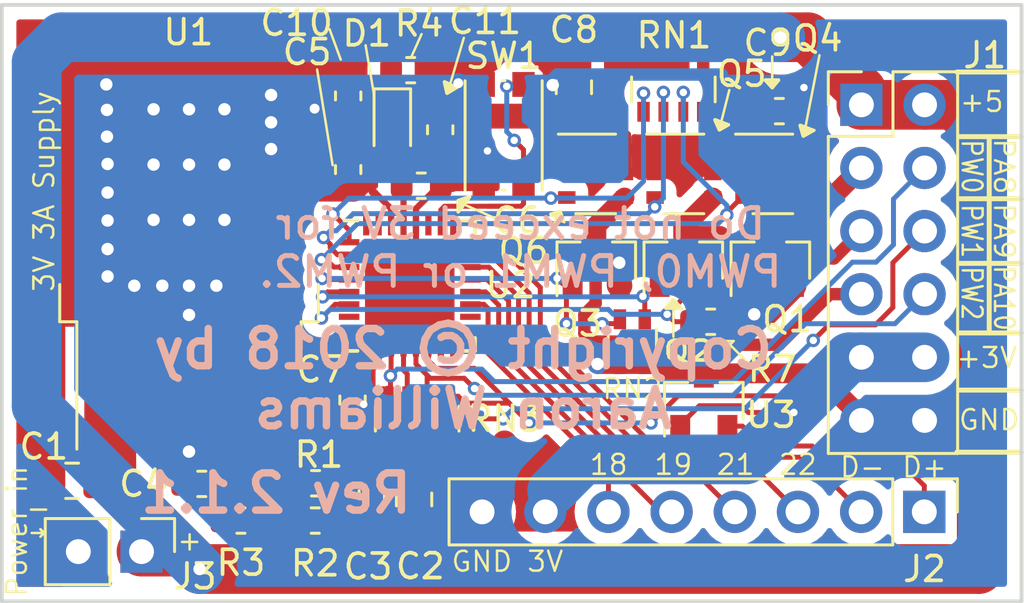
<source format=kicad_pcb>
(kicad_pcb (version 20171130) (host pcbnew 5.0.2-5.0.2)

  (general
    (thickness 1.6)
    (drawings 65)
    (tracks 436)
    (zones 0)
    (modules 33)
    (nets 41)
  )

  (page USLetter)
  (title_block
    (title "Paw Controller")
    (date 2019-01-25)
    (rev 2.1.1)
    (company "Copyright © 2018 by Aaron Williams")
  )

  (layers
    (0 F.Cu jumper)
    (31 B.Cu signal)
    (32 B.Adhes user)
    (33 F.Adhes user)
    (34 B.Paste user)
    (35 F.Paste user)
    (36 B.SilkS user)
    (37 F.SilkS user)
    (38 B.Mask user)
    (39 F.Mask user)
    (40 Dwgs.User user hide)
    (41 Cmts.User user hide)
    (42 Eco1.User user)
    (43 Eco2.User user)
    (44 Edge.Cuts user)
    (45 Margin user)
    (46 B.CrtYd user)
    (47 F.CrtYd user)
    (48 B.Fab user)
    (49 F.Fab user hide)
  )

  (setup
    (last_trace_width 0.25)
    (user_trace_width 0.2)
    (user_trace_width 0.25)
    (user_trace_width 0.3)
    (user_trace_width 0.5)
    (user_trace_width 0.8)
    (user_trace_width 1)
    (user_trace_width 1.5)
    (user_trace_width 2)
    (trace_clearance 0.2)
    (zone_clearance 0.508)
    (zone_45_only no)
    (trace_min 0.2)
    (segment_width 0.1)
    (edge_width 0.15)
    (via_size 0.8)
    (via_drill 0.4)
    (via_min_size 0.4)
    (via_min_drill 0.3)
    (user_via 0.54 0.3)
    (user_via 0.8 0.5)
    (uvia_size 0.3)
    (uvia_drill 0.1)
    (uvias_allowed no)
    (uvia_min_size 0.2)
    (uvia_min_drill 0.1)
    (pcb_text_width 0.1)
    (pcb_text_size 0.8 0.8)
    (mod_edge_width 0.15)
    (mod_text_size 1 1)
    (mod_text_width 0.15)
    (pad_size 0.9 1)
    (pad_drill 0)
    (pad_to_mask_clearance -0.0508)
    (solder_mask_min_width 0.25)
    (aux_axis_origin 0 0)
    (visible_elements FFFFFF7F)
    (pcbplotparams
      (layerselection 0x010fc_ffffffff)
      (usegerberextensions false)
      (usegerberattributes false)
      (usegerberadvancedattributes false)
      (creategerberjobfile false)
      (excludeedgelayer true)
      (linewidth 0.100000)
      (plotframeref false)
      (viasonmask false)
      (mode 1)
      (useauxorigin false)
      (hpglpennumber 1)
      (hpglpenspeed 20)
      (hpglpendiameter 15.000000)
      (psnegative false)
      (psa4output false)
      (plotreference true)
      (plotvalue true)
      (plotinvisibletext false)
      (padsonsilk false)
      (subtractmaskfromsilk false)
      (outputformat 1)
      (mirror false)
      (drillshape 1)
      (scaleselection 1)
      (outputdirectory ""))
  )

  (net 0 "")
  (net 1 +3V3)
  (net 2 /PA09)
  (net 3 /PA10)
  (net 4 "Net-(R1-Pad2)")
  (net 5 GND)
  (net 6 "Net-(C3-Pad2)")
  (net 7 /PA08)
  (net 8 /PA02)
  (net 9 /PA00)
  (net 10 /PA01)
  (net 11 +5V)
  (net 12 "Net-(C4-Pad1)")
  (net 13 "Net-(U2-Pad17)")
  (net 14 "Net-(U2-Pad25)")
  (net 15 /PA06)
  (net 16 /PA07)
  (net 17 "Net-(U2-Pad15)")
  (net 18 "Net-(U2-Pad16)")
  (net 19 "Net-(U2-Pad18)")
  (net 20 "Net-(SW1-Pad2)")
  (net 21 "Net-(U2-Pad27)")
  (net 22 "Net-(U2-Pad31)")
  (net 23 "Net-(U2-Pad32)")
  (net 24 /D_N)
  (net 25 /D_P)
  (net 26 /PA21)
  (net 27 /PA22)
  (net 28 /PA18)
  (net 29 /PA19)
  (net 30 "Net-(C6-Pad1)")
  (net 31 /PWM2)
  (net 32 /PWM0)
  (net 33 /PWM1)
  (net 34 /PA04)
  (net 35 /PA05)
  (net 36 /PA03)
  (net 37 "Net-(RN1-Pad4)")
  (net 38 "Net-(RN1-Pad5)")
  (net 39 /PA11)
  (net 40 "Net-(D1-Pad1)")

  (net_class Default "This is the default net class."
    (clearance 0.2)
    (trace_width 0.25)
    (via_dia 0.8)
    (via_drill 0.4)
    (uvia_dia 0.3)
    (uvia_drill 0.1)
    (add_net +3V3)
    (add_net +5V)
    (add_net /D_N)
    (add_net /D_P)
    (add_net /PA00)
    (add_net /PA01)
    (add_net /PA02)
    (add_net /PA03)
    (add_net /PA04)
    (add_net /PA05)
    (add_net /PA06)
    (add_net /PA07)
    (add_net /PA08)
    (add_net /PA09)
    (add_net /PA10)
    (add_net /PA11)
    (add_net /PA18)
    (add_net /PA19)
    (add_net /PA21)
    (add_net /PA22)
    (add_net /PWM0)
    (add_net /PWM1)
    (add_net /PWM2)
    (add_net GND)
    (add_net "Net-(C3-Pad2)")
    (add_net "Net-(C4-Pad1)")
    (add_net "Net-(C6-Pad1)")
    (add_net "Net-(D1-Pad1)")
    (add_net "Net-(R1-Pad2)")
    (add_net "Net-(RN1-Pad4)")
    (add_net "Net-(RN1-Pad5)")
    (add_net "Net-(SW1-Pad2)")
    (add_net "Net-(U2-Pad15)")
    (add_net "Net-(U2-Pad16)")
    (add_net "Net-(U2-Pad17)")
    (add_net "Net-(U2-Pad18)")
    (add_net "Net-(U2-Pad25)")
    (add_net "Net-(U2-Pad27)")
    (add_net "Net-(U2-Pad31)")
    (add_net "Net-(U2-Pad32)")
  )

  (module Capacitor_SMD:C_0603_1608Metric (layer F.Cu) (tedit 5BC69695) (tstamp 5BCB114D)
    (at 62.925 66.6625 90)
    (descr "Capacitor SMD 0603 (1608 Metric), square (rectangular) end terminal, IPC_7351 nominal, (Body size source: http://www.tortai-tech.com/upload/download/2011102023233369053.pdf), generated with kicad-footprint-generator")
    (tags capacitor)
    (path /5BE53FF5)
    (attr smd)
    (fp_text reference C10 (at 2.9375 -2.075 180) (layer F.SilkS)
      (effects (font (size 1 1) (thickness 0.15)))
    )
    (fp_text value 1uF (at 0 1.43 90) (layer F.Fab)
      (effects (font (size 1 1) (thickness 0.15)))
    )
    (fp_line (start -0.8 0.4) (end -0.8 -0.4) (layer F.Fab) (width 0.1))
    (fp_line (start -0.8 -0.4) (end 0.8 -0.4) (layer F.Fab) (width 0.1))
    (fp_line (start 0.8 -0.4) (end 0.8 0.4) (layer F.Fab) (width 0.1))
    (fp_line (start 0.8 0.4) (end -0.8 0.4) (layer F.Fab) (width 0.1))
    (fp_line (start -0.162779 -0.51) (end 0.162779 -0.51) (layer F.SilkS) (width 0.12))
    (fp_line (start -0.162779 0.51) (end 0.162779 0.51) (layer F.SilkS) (width 0.12))
    (fp_line (start -1.48 0.73) (end -1.48 -0.73) (layer F.CrtYd) (width 0.05))
    (fp_line (start -1.48 -0.73) (end 1.48 -0.73) (layer F.CrtYd) (width 0.05))
    (fp_line (start 1.48 -0.73) (end 1.48 0.73) (layer F.CrtYd) (width 0.05))
    (fp_line (start 1.48 0.73) (end -1.48 0.73) (layer F.CrtYd) (width 0.05))
    (fp_text user %R (at 0 0 90) (layer F.Fab)
      (effects (font (size 0.4 0.4) (thickness 0.06)))
    )
    (pad 1 smd roundrect (at -0.7875 0 90) (size 0.875 0.95) (layers F.Cu F.Paste F.Mask) (roundrect_rratio 0.25)
      (net 1 +3V3))
    (pad 2 smd roundrect (at 0.7875 0 90) (size 0.875 0.95) (layers F.Cu F.Paste F.Mask) (roundrect_rratio 0.25)
      (net 5 GND) (zone_connect 2))
    (model ${KISYS3DMOD}/Capacitor_SMD.3dshapes/C_0603_1608Metric.wrl
      (at (xyz 0 0 0))
      (scale (xyz 1 1 1))
      (rotate (xyz 0 0 0))
    )
  )

  (module Capacitor_SMD:C_0603_1608Metric (layer F.Cu) (tedit 5B301BBE) (tstamp 5BCBF42D)
    (at 66.625 68.025 270)
    (descr "Capacitor SMD 0603 (1608 Metric), square (rectangular) end terminal, IPC_7351 nominal, (Body size source: http://www.tortai-tech.com/upload/download/2011102023233369053.pdf), generated with kicad-footprint-generator")
    (tags capacitor)
    (path /5BE66BD2)
    (attr smd)
    (fp_text reference C11 (at -4.375 -1.8) (layer F.SilkS)
      (effects (font (size 1 1) (thickness 0.15)))
    )
    (fp_text value 0.1uF (at 0 1.43 270) (layer F.Fab)
      (effects (font (size 1 1) (thickness 0.15)))
    )
    (fp_line (start -0.8 0.4) (end -0.8 -0.4) (layer F.Fab) (width 0.1))
    (fp_line (start -0.8 -0.4) (end 0.8 -0.4) (layer F.Fab) (width 0.1))
    (fp_line (start 0.8 -0.4) (end 0.8 0.4) (layer F.Fab) (width 0.1))
    (fp_line (start 0.8 0.4) (end -0.8 0.4) (layer F.Fab) (width 0.1))
    (fp_line (start -0.162779 -0.51) (end 0.162779 -0.51) (layer F.SilkS) (width 0.12))
    (fp_line (start -0.162779 0.51) (end 0.162779 0.51) (layer F.SilkS) (width 0.12))
    (fp_line (start -1.48 0.73) (end -1.48 -0.73) (layer F.CrtYd) (width 0.05))
    (fp_line (start -1.48 -0.73) (end 1.48 -0.73) (layer F.CrtYd) (width 0.05))
    (fp_line (start 1.48 -0.73) (end 1.48 0.73) (layer F.CrtYd) (width 0.05))
    (fp_line (start 1.48 0.73) (end -1.48 0.73) (layer F.CrtYd) (width 0.05))
    (fp_text user %R (at 0 0 270) (layer F.Fab)
      (effects (font (size 0.4 0.4) (thickness 0.06)))
    )
    (pad 1 smd roundrect (at -0.7875 0 270) (size 0.875 0.95) (layers F.Cu F.Paste F.Mask) (roundrect_rratio 0.25)
      (net 1 +3V3))
    (pad 2 smd roundrect (at 0.7875 0 270) (size 0.875 0.95) (layers F.Cu F.Paste F.Mask) (roundrect_rratio 0.25)
      (net 5 GND))
    (model ${KISYS3DMOD}/Capacitor_SMD.3dshapes/C_0603_1608Metric.wrl
      (at (xyz 0 0 0))
      (scale (xyz 1 1 1))
      (rotate (xyz 0 0 0))
    )
  )

  (module LED_SMD:LED_0603_1608Metric (layer F.Cu) (tedit 5BC6EEDC) (tstamp 5BCB4978)
    (at 64.7 67.8625 270)
    (descr "LED SMD 0603 (1608 Metric), square (rectangular) end terminal, IPC_7351 nominal, (Body size source: http://www.tortai-tech.com/upload/download/2011102023233369053.pdf), generated with kicad-footprint-generator")
    (tags diode)
    (path /5BE5D3E5)
    (attr smd)
    (fp_text reference D1 (at -3.7125 1.025) (layer F.SilkS)
      (effects (font (size 1 1) (thickness 0.15)))
    )
    (fp_text value LED (at 0 1.43 270) (layer F.Fab)
      (effects (font (size 1 1) (thickness 0.15)))
    )
    (fp_line (start 0.8 -0.4) (end -0.5 -0.4) (layer F.Fab) (width 0.1))
    (fp_line (start -0.5 -0.4) (end -0.8 -0.1) (layer F.Fab) (width 0.1))
    (fp_line (start -0.8 -0.1) (end -0.8 0.4) (layer F.Fab) (width 0.1))
    (fp_line (start -0.8 0.4) (end 0.8 0.4) (layer F.Fab) (width 0.1))
    (fp_line (start 0.8 0.4) (end 0.8 -0.4) (layer F.Fab) (width 0.1))
    (fp_line (start 0.8 -0.735) (end -1.485 -0.735) (layer F.SilkS) (width 0.12))
    (fp_line (start -1.485 -0.735) (end -1.485 0.735) (layer F.SilkS) (width 0.12))
    (fp_line (start -1.485 0.735) (end 0.8 0.735) (layer F.SilkS) (width 0.12))
    (fp_line (start -1.48 0.73) (end -1.48 -0.73) (layer F.CrtYd) (width 0.05))
    (fp_line (start -1.48 -0.73) (end 1.48 -0.73) (layer F.CrtYd) (width 0.05))
    (fp_line (start 1.48 -0.73) (end 1.48 0.73) (layer F.CrtYd) (width 0.05))
    (fp_line (start 1.48 0.73) (end -1.48 0.73) (layer F.CrtYd) (width 0.05))
    (fp_text user %R (at 0 0 270) (layer F.Fab)
      (effects (font (size 0.4 0.4) (thickness 0.06)))
    )
    (pad 1 smd roundrect (at -0.7875 0 270) (size 0.875 0.95) (layers F.Cu F.Paste F.Mask) (roundrect_rratio 0.25)
      (net 40 "Net-(D1-Pad1)"))
    (pad 2 smd roundrect (at 0.7875 0 270) (size 0.875 0.95) (layers F.Cu F.Paste F.Mask) (roundrect_rratio 0.25)
      (net 1 +3V3) (zone_connect 2))
    (model ${KISYS3DMOD}/LED_SMD.3dshapes/LED_0603_1608Metric.wrl
      (at (xyz 0 0 0))
      (scale (xyz 1 1 1))
      (rotate (xyz 0 0 0))
    )
  )

  (module Resistor_SMD:R_0603_1608Metric (layer F.Cu) (tedit 5BC6EEB9) (tstamp 5BCB476B)
    (at 65.4375 65.625 180)
    (descr "Resistor SMD 0603 (1608 Metric), square (rectangular) end terminal, IPC_7351 nominal, (Body size source: http://www.tortai-tech.com/upload/download/2011102023233369053.pdf), generated with kicad-footprint-generator")
    (tags resistor)
    (path /5BE5D708)
    (attr smd)
    (fp_text reference R4 (at -0.3375 1.875) (layer F.SilkS)
      (effects (font (size 1 1) (thickness 0.15)))
    )
    (fp_text value 330 (at 0 1.43 180) (layer F.Fab)
      (effects (font (size 1 1) (thickness 0.15)))
    )
    (fp_line (start -0.8 0.4) (end -0.8 -0.4) (layer F.Fab) (width 0.1))
    (fp_line (start -0.8 -0.4) (end 0.8 -0.4) (layer F.Fab) (width 0.1))
    (fp_line (start 0.8 -0.4) (end 0.8 0.4) (layer F.Fab) (width 0.1))
    (fp_line (start 0.8 0.4) (end -0.8 0.4) (layer F.Fab) (width 0.1))
    (fp_line (start -0.162779 -0.51) (end 0.162779 -0.51) (layer F.SilkS) (width 0.12))
    (fp_line (start -0.162779 0.51) (end 0.162779 0.51) (layer F.SilkS) (width 0.12))
    (fp_line (start -1.48 0.73) (end -1.48 -0.73) (layer F.CrtYd) (width 0.05))
    (fp_line (start -1.48 -0.73) (end 1.48 -0.73) (layer F.CrtYd) (width 0.05))
    (fp_line (start 1.48 -0.73) (end 1.48 0.73) (layer F.CrtYd) (width 0.05))
    (fp_line (start 1.48 0.73) (end -1.48 0.73) (layer F.CrtYd) (width 0.05))
    (fp_text user %R (at 0 0 180) (layer F.Fab)
      (effects (font (size 0.4 0.4) (thickness 0.06)))
    )
    (pad 1 smd roundrect (at -0.7875 0 180) (size 0.875 0.95) (layers F.Cu F.Paste F.Mask) (roundrect_rratio 0.25)
      (net 5 GND) (zone_connect 2))
    (pad 2 smd roundrect (at 0.7875 0 180) (size 0.875 0.95) (layers F.Cu F.Paste F.Mask) (roundrect_rratio 0.25)
      (net 40 "Net-(D1-Pad1)"))
    (model ${KISYS3DMOD}/Resistor_SMD.3dshapes/R_0603_1608Metric.wrl
      (at (xyz 0 0 0))
      (scale (xyz 1 1 1))
      (rotate (xyz 0 0 0))
    )
  )

  (module Capacitor_SMD:C_0603_1608Metric (layer F.Cu) (tedit 5BC691CA) (tstamp 5BCAD0C5)
    (at 80.2625 67.275)
    (descr "Capacitor SMD 0603 (1608 Metric), square (rectangular) end terminal, IPC_7351 nominal, (Body size source: http://www.tortai-tech.com/upload/download/2011102023233369053.pdf), generated with kicad-footprint-generator")
    (tags capacitor)
    (path /5BE4B144)
    (attr smd)
    (fp_text reference C9 (at -0.4625 -2.75) (layer F.SilkS)
      (effects (font (size 1 1) (thickness 0.15)))
    )
    (fp_text value 0.1uF (at 0 1.43) (layer F.Fab)
      (effects (font (size 1 1) (thickness 0.15)))
    )
    (fp_line (start -0.8 0.4) (end -0.8 -0.4) (layer F.Fab) (width 0.1))
    (fp_line (start -0.8 -0.4) (end 0.8 -0.4) (layer F.Fab) (width 0.1))
    (fp_line (start 0.8 -0.4) (end 0.8 0.4) (layer F.Fab) (width 0.1))
    (fp_line (start 0.8 0.4) (end -0.8 0.4) (layer F.Fab) (width 0.1))
    (fp_line (start -0.162779 -0.51) (end 0.162779 -0.51) (layer F.SilkS) (width 0.12))
    (fp_line (start -0.162779 0.51) (end 0.162779 0.51) (layer F.SilkS) (width 0.12))
    (fp_line (start -1.48 0.73) (end -1.48 -0.73) (layer F.CrtYd) (width 0.05))
    (fp_line (start -1.48 -0.73) (end 1.48 -0.73) (layer F.CrtYd) (width 0.05))
    (fp_line (start 1.48 -0.73) (end 1.48 0.73) (layer F.CrtYd) (width 0.05))
    (fp_line (start 1.48 0.73) (end -1.48 0.73) (layer F.CrtYd) (width 0.05))
    (fp_text user %R (at 0 0) (layer F.Fab)
      (effects (font (size 0.4 0.4) (thickness 0.06)))
    )
    (pad 1 smd roundrect (at -0.7875 0) (size 0.875 0.95) (layers F.Cu F.Paste F.Mask) (roundrect_rratio 0.25)
      (net 1 +3V3) (zone_connect 2))
    (pad 2 smd roundrect (at 0.7875 0) (size 0.875 0.95) (layers F.Cu F.Paste F.Mask) (roundrect_rratio 0.25)
      (net 5 GND))
    (model ${KISYS3DMOD}/Capacitor_SMD.3dshapes/C_0603_1608Metric.wrl
      (at (xyz 0 0 0))
      (scale (xyz 1 1 1))
      (rotate (xyz 0 0 0))
    )
  )

  (module Resistor_SMD:R_Array_Convex_4x0603 (layer F.Cu) (tedit 58E0A8B2) (tstamp 5BCAD648)
    (at 65.7 79.65 270)
    (descr "Chip Resistor Network, ROHM MNR14 (see mnr_g.pdf)")
    (tags "resistor array")
    (path /5BE2766B)
    (attr smd)
    (fp_text reference RN3 (at 0 -3.525) (layer F.SilkS)
      (effects (font (size 1 1) (thickness 0.15)))
    )
    (fp_text value 10K (at 0 2.8 270) (layer F.Fab)
      (effects (font (size 1 1) (thickness 0.15)))
    )
    (fp_text user %R (at 0 0) (layer F.Fab)
      (effects (font (size 0.5 0.5) (thickness 0.075)))
    )
    (fp_line (start -0.8 -1.6) (end 0.8 -1.6) (layer F.Fab) (width 0.1))
    (fp_line (start 0.8 -1.6) (end 0.8 1.6) (layer F.Fab) (width 0.1))
    (fp_line (start 0.8 1.6) (end -0.8 1.6) (layer F.Fab) (width 0.1))
    (fp_line (start -0.8 1.6) (end -0.8 -1.6) (layer F.Fab) (width 0.1))
    (fp_line (start 0.5 1.68) (end -0.5 1.68) (layer F.SilkS) (width 0.12))
    (fp_line (start 0.5 -1.68) (end -0.5 -1.68) (layer F.SilkS) (width 0.12))
    (fp_line (start -1.55 -1.85) (end 1.55 -1.85) (layer F.CrtYd) (width 0.05))
    (fp_line (start -1.55 -1.85) (end -1.55 1.85) (layer F.CrtYd) (width 0.05))
    (fp_line (start 1.55 1.85) (end 1.55 -1.85) (layer F.CrtYd) (width 0.05))
    (fp_line (start 1.55 1.85) (end -1.55 1.85) (layer F.CrtYd) (width 0.05))
    (pad 1 smd rect (at -0.9 -1.2 270) (size 0.8 0.5) (layers F.Cu F.Paste F.Mask)
      (net 39 /PA11))
    (pad 3 smd rect (at -0.9 0.4 270) (size 0.8 0.4) (layers F.Cu F.Paste F.Mask)
      (net 2 /PA09))
    (pad 2 smd rect (at -0.9 -0.4 270) (size 0.8 0.4) (layers F.Cu F.Paste F.Mask)
      (net 3 /PA10))
    (pad 4 smd rect (at -0.9 1.2 270) (size 0.8 0.5) (layers F.Cu F.Paste F.Mask)
      (net 7 /PA08))
    (pad 7 smd rect (at 0.9 -0.4 270) (size 0.8 0.4) (layers F.Cu F.Paste F.Mask)
      (net 1 +3V3))
    (pad 8 smd rect (at 0.9 -1.2 270) (size 0.8 0.5) (layers F.Cu F.Paste F.Mask)
      (net 1 +3V3))
    (pad 6 smd rect (at 0.9 0.4 270) (size 0.8 0.4) (layers F.Cu F.Paste F.Mask)
      (net 1 +3V3))
    (pad 5 smd rect (at 0.9 1.2 270) (size 0.8 0.5) (layers F.Cu F.Paste F.Mask)
      (net 1 +3V3))
    (model ${KISYS3DMOD}/Resistor_SMD.3dshapes/R_Array_Convex_4x0603.wrl
      (at (xyz 0 0 0))
      (scale (xyz 1 1 1))
      (rotate (xyz 0 0 0))
    )
  )

  (module Package_TO_SOT_SMD:SOT-23 (layer F.Cu) (tedit 5A02FF57) (tstamp 5BC9E544)
    (at 77.225 78.95 90)
    (descr "SOT-23, Standard")
    (tags SOT-23)
    (path /5BE17894)
    (attr smd)
    (fp_text reference U3 (at -0.55 2.7 180) (layer F.SilkS)
      (effects (font (size 1 1) (thickness 0.15)))
    )
    (fp_text value DRV5032FCDBZT (at 0 2.5 90) (layer F.Fab)
      (effects (font (size 1 1) (thickness 0.15)))
    )
    (fp_text user %R (at 0 0 180) (layer F.Fab)
      (effects (font (size 0.5 0.5) (thickness 0.075)))
    )
    (fp_line (start -0.7 -0.95) (end -0.7 1.5) (layer F.Fab) (width 0.1))
    (fp_line (start -0.15 -1.52) (end 0.7 -1.52) (layer F.Fab) (width 0.1))
    (fp_line (start -0.7 -0.95) (end -0.15 -1.52) (layer F.Fab) (width 0.1))
    (fp_line (start 0.7 -1.52) (end 0.7 1.52) (layer F.Fab) (width 0.1))
    (fp_line (start -0.7 1.52) (end 0.7 1.52) (layer F.Fab) (width 0.1))
    (fp_line (start 0.76 1.58) (end 0.76 0.65) (layer F.SilkS) (width 0.12))
    (fp_line (start 0.76 -1.58) (end 0.76 -0.65) (layer F.SilkS) (width 0.12))
    (fp_line (start -1.7 -1.75) (end 1.7 -1.75) (layer F.CrtYd) (width 0.05))
    (fp_line (start 1.7 -1.75) (end 1.7 1.75) (layer F.CrtYd) (width 0.05))
    (fp_line (start 1.7 1.75) (end -1.7 1.75) (layer F.CrtYd) (width 0.05))
    (fp_line (start -1.7 1.75) (end -1.7 -1.75) (layer F.CrtYd) (width 0.05))
    (fp_line (start 0.76 -1.58) (end -1.4 -1.58) (layer F.SilkS) (width 0.12))
    (fp_line (start 0.76 1.58) (end -0.7 1.58) (layer F.SilkS) (width 0.12))
    (pad 1 smd rect (at -1 -0.95 90) (size 0.9 0.8) (layers F.Cu F.Paste F.Mask)
      (net 1 +3V3))
    (pad 2 smd rect (at -1 0.95 90) (size 0.9 0.8) (layers F.Cu F.Paste F.Mask)
      (net 39 /PA11))
    (pad 3 smd rect (at 1 0 90) (size 0.9 0.8) (layers F.Cu F.Paste F.Mask)
      (net 5 GND))
    (model ${KISYS3DMOD}/Package_TO_SOT_SMD.3dshapes/SOT-23.wrl
      (at (xyz 0 0 0))
      (scale (xyz 1 1 1))
      (rotate (xyz 0 0 0))
    )
  )

  (module Resistor_SMD:R_0603_1608Metric (layer F.Cu) (tedit 5B301BBD) (tstamp 5BC5968A)
    (at 77.5 75.75)
    (descr "Resistor SMD 0603 (1608 Metric), square (rectangular) end terminal, IPC_7351 nominal, (Body size source: http://www.tortai-tech.com/upload/download/2011102023233369053.pdf), generated with kicad-footprint-generator")
    (tags resistor)
    (path /5BC971AA)
    (attr smd)
    (fp_text reference R7 (at 2.475 1.9) (layer F.SilkS)
      (effects (font (size 1 1) (thickness 0.15)))
    )
    (fp_text value 100K (at 0 1.43) (layer F.Fab)
      (effects (font (size 1 1) (thickness 0.15)))
    )
    (fp_line (start -0.8 0.4) (end -0.8 -0.4) (layer F.Fab) (width 0.1))
    (fp_line (start -0.8 -0.4) (end 0.8 -0.4) (layer F.Fab) (width 0.1))
    (fp_line (start 0.8 -0.4) (end 0.8 0.4) (layer F.Fab) (width 0.1))
    (fp_line (start 0.8 0.4) (end -0.8 0.4) (layer F.Fab) (width 0.1))
    (fp_line (start -0.162779 -0.51) (end 0.162779 -0.51) (layer F.SilkS) (width 0.12))
    (fp_line (start -0.162779 0.51) (end 0.162779 0.51) (layer F.SilkS) (width 0.12))
    (fp_line (start -1.48 0.73) (end -1.48 -0.73) (layer F.CrtYd) (width 0.05))
    (fp_line (start -1.48 -0.73) (end 1.48 -0.73) (layer F.CrtYd) (width 0.05))
    (fp_line (start 1.48 -0.73) (end 1.48 0.73) (layer F.CrtYd) (width 0.05))
    (fp_line (start 1.48 0.73) (end -1.48 0.73) (layer F.CrtYd) (width 0.05))
    (fp_text user %R (at 0 0) (layer F.Fab)
      (effects (font (size 0.4 0.4) (thickness 0.06)))
    )
    (pad 1 smd roundrect (at -0.7875 0) (size 0.875 0.95) (layers F.Cu F.Paste F.Mask) (roundrect_rratio 0.25)
      (net 35 /PA05))
    (pad 2 smd roundrect (at 0.7875 0) (size 0.875 0.95) (layers F.Cu F.Paste F.Mask) (roundrect_rratio 0.25)
      (net 5 GND))
    (model ${KISYS3DMOD}/Resistor_SMD.3dshapes/R_0603_1608Metric.wrl
      (at (xyz 0 0 0))
      (scale (xyz 1 1 1))
      (rotate (xyz 0 0 0))
    )
  )

  (module Resistor_SMD:R_Array_Convex_2x0603 (layer F.Cu) (tedit 5BC575A7) (tstamp 5BC5778F)
    (at 74.35 76.55 90)
    (descr "Chip Resistor Network, ROHM MNR12 (see mnr_g.pdf)")
    (tags "resistor array")
    (path /5BC75711)
    (attr smd)
    (fp_text reference RN2 (at -1.9 0 180) (layer F.SilkS)
      (effects (font (size 0.8 0.8) (thickness 0.1)))
    )
    (fp_text value 100K (at 0 2.1 90) (layer F.Fab)
      (effects (font (size 1 1) (thickness 0.15)))
    )
    (fp_text user %R (at 0 -1.75 90) (layer F.Fab)
      (effects (font (size 1 1) (thickness 0.15)))
    )
    (fp_line (start -0.8 -0.8) (end 0.8 -0.8) (layer F.Fab) (width 0.1))
    (fp_line (start 0.8 -0.8) (end 0.8 0.8) (layer F.Fab) (width 0.1))
    (fp_line (start 0.8 0.8) (end -0.8 0.8) (layer F.Fab) (width 0.1))
    (fp_line (start -0.8 0.8) (end -0.8 -0.8) (layer F.Fab) (width 0.1))
    (fp_line (start 0.5 0.97) (end -0.5 0.97) (layer F.SilkS) (width 0.12))
    (fp_line (start 0.5 -0.97) (end -0.5 -0.97) (layer F.SilkS) (width 0.12))
    (fp_line (start -1.55 -1.05) (end 1.55 -1.05) (layer F.CrtYd) (width 0.05))
    (fp_line (start -1.55 -1.05) (end -1.55 1.05) (layer F.CrtYd) (width 0.05))
    (fp_line (start 1.55 1.05) (end 1.55 -1.05) (layer F.CrtYd) (width 0.05))
    (fp_line (start 1.55 1.05) (end -1.55 1.05) (layer F.CrtYd) (width 0.05))
    (pad 1 smd rect (at -0.9 -0.5 90) (size 0.8 0.5) (layers F.Cu F.Paste F.Mask)
      (net 5 GND))
    (pad 2 smd rect (at -0.9 0.5 90) (size 0.8 0.5) (layers F.Cu F.Paste F.Mask)
      (net 5 GND))
    (pad 3 smd rect (at 0.9 0.5 90) (size 0.8 0.5) (layers F.Cu F.Paste F.Mask)
      (net 34 /PA04))
    (pad 4 smd rect (at 0.9 -0.5 90) (size 0.8 0.5) (layers F.Cu F.Paste F.Mask)
      (net 36 /PA03))
    (model ${KISYS3DMOD}/Resistor_SMD.3dshapes/R_Array_Convex_2x0603.wrl
      (at (xyz 0 0 0))
      (scale (xyz 1 1 1))
      (rotate (xyz 0 0 0))
    )
  )

  (module Resistor_SMD:R_Array_Convex_4x0603 (layer F.Cu) (tedit 58E0A8B2) (tstamp 5BC5777C)
    (at 76 66.4 90)
    (descr "Chip Resistor Network, ROHM MNR14 (see mnr_g.pdf)")
    (tags "resistor array")
    (path /5BC699CB)
    (attr smd)
    (fp_text reference RN1 (at 2.175 0.025 180) (layer F.SilkS)
      (effects (font (size 1 1) (thickness 0.15)))
    )
    (fp_text value 100K (at 0 2.8 90) (layer F.Fab)
      (effects (font (size 1 1) (thickness 0.15)))
    )
    (fp_text user %R (at 0 0 180) (layer F.Fab)
      (effects (font (size 0.5 0.5) (thickness 0.075)))
    )
    (fp_line (start -0.8 -1.6) (end 0.8 -1.6) (layer F.Fab) (width 0.1))
    (fp_line (start 0.8 -1.6) (end 0.8 1.6) (layer F.Fab) (width 0.1))
    (fp_line (start 0.8 1.6) (end -0.8 1.6) (layer F.Fab) (width 0.1))
    (fp_line (start -0.8 1.6) (end -0.8 -1.6) (layer F.Fab) (width 0.1))
    (fp_line (start 0.5 1.68) (end -0.5 1.68) (layer F.SilkS) (width 0.12))
    (fp_line (start 0.5 -1.68) (end -0.5 -1.68) (layer F.SilkS) (width 0.12))
    (fp_line (start -1.55 -1.85) (end 1.55 -1.85) (layer F.CrtYd) (width 0.05))
    (fp_line (start -1.55 -1.85) (end -1.55 1.85) (layer F.CrtYd) (width 0.05))
    (fp_line (start 1.55 1.85) (end 1.55 -1.85) (layer F.CrtYd) (width 0.05))
    (fp_line (start 1.55 1.85) (end -1.55 1.85) (layer F.CrtYd) (width 0.05))
    (pad 1 smd rect (at -0.9 -1.2 90) (size 0.8 0.5) (layers F.Cu F.Paste F.Mask)
      (net 9 /PA00))
    (pad 3 smd rect (at -0.9 0.4 90) (size 0.8 0.4) (layers F.Cu F.Paste F.Mask)
      (net 8 /PA02))
    (pad 2 smd rect (at -0.9 -0.4 90) (size 0.8 0.4) (layers F.Cu F.Paste F.Mask)
      (net 10 /PA01))
    (pad 4 smd rect (at -0.9 1.2 90) (size 0.8 0.5) (layers F.Cu F.Paste F.Mask)
      (net 37 "Net-(RN1-Pad4)"))
    (pad 7 smd rect (at 0.9 -0.4 90) (size 0.8 0.4) (layers F.Cu F.Paste F.Mask)
      (net 1 +3V3))
    (pad 8 smd rect (at 0.9 -1.2 90) (size 0.8 0.5) (layers F.Cu F.Paste F.Mask)
      (net 1 +3V3))
    (pad 6 smd rect (at 0.9 0.4 90) (size 0.8 0.4) (layers F.Cu F.Paste F.Mask)
      (net 1 +3V3))
    (pad 5 smd rect (at 0.9 1.2 90) (size 0.8 0.5) (layers F.Cu F.Paste F.Mask)
      (net 38 "Net-(RN1-Pad5)"))
    (model ${KISYS3DMOD}/Resistor_SMD.3dshapes/R_Array_Convex_4x0603.wrl
      (at (xyz 0 0 0))
      (scale (xyz 1 1 1))
      (rotate (xyz 0 0 0))
    )
  )

  (module Package_SO:TSOP-6_1.65x3.05mm_P0.95mm (layer F.Cu) (tedit 5BC69278) (tstamp 5BC5ACD8)
    (at 76.425 69.8)
    (descr "TSOP-6 package (comparable to TSOT-23), https://www.vishay.com/docs/71200/71200.pdf")
    (tags "Jedec MO-193C TSOP-6L")
    (path /5BC646E4)
    (attr smd)
    (fp_text reference Q5 (at 2.325 -4.025) (layer F.SilkS)
      (effects (font (size 1 1) (thickness 0.15)))
    )
    (fp_text value SI3493DDV-T1-GE3 (at 0 2.5) (layer F.Fab)
      (effects (font (size 1 1) (thickness 0.15)))
    )
    (fp_line (start 1.76 1.77) (end -1.76 1.77) (layer F.CrtYd) (width 0.05))
    (fp_line (start 1.76 1.77) (end 1.76 -1.78) (layer F.CrtYd) (width 0.05))
    (fp_line (start -1.76 -1.78) (end -1.76 1.77) (layer F.CrtYd) (width 0.05))
    (fp_line (start -1.76 -1.78) (end 1.76 -1.78) (layer F.CrtYd) (width 0.05))
    (fp_line (start 0.825 -1.525) (end 0.825 1.525) (layer F.Fab) (width 0.1))
    (fp_line (start 0.825 1.525) (end -0.825 1.525) (layer F.Fab) (width 0.1))
    (fp_line (start -0.825 -1.1) (end -0.825 1.525) (layer F.Fab) (width 0.1))
    (fp_line (start 0.825 -1.525) (end -0.425 -1.525) (layer F.Fab) (width 0.1))
    (fp_line (start -0.825 -1.1) (end -0.425 -1.525) (layer F.Fab) (width 0.1))
    (fp_line (start 0.8 -1.6) (end -1.5 -1.6) (layer F.SilkS) (width 0.12))
    (fp_line (start -0.8 1.6) (end 0.8 1.6) (layer F.SilkS) (width 0.12))
    (fp_text user %R (at 0 0 90) (layer F.Fab)
      (effects (font (size 0.5 0.5) (thickness 0.075)))
    )
    (pad 6 smd rect (at 1.16 -0.95) (size 0.7 0.51) (layers F.Cu F.Paste F.Mask)
      (net 1 +3V3) (zone_connect 2))
    (pad 5 smd rect (at 1.16 0) (size 0.7 0.51) (layers F.Cu F.Paste F.Mask)
      (net 1 +3V3) (zone_connect 2))
    (pad 4 smd rect (at 1.16 0.95) (size 0.7 0.51) (layers F.Cu F.Paste F.Mask)
      (net 33 /PWM1))
    (pad 3 smd rect (at -1.16 0.95) (size 0.7 0.51) (layers F.Cu F.Paste F.Mask)
      (net 10 /PA01))
    (pad 2 smd rect (at -1.16 0) (size 0.7 0.51) (layers F.Cu F.Paste F.Mask)
      (net 1 +3V3) (zone_connect 2))
    (pad 1 smd rect (at -1.16 -0.95) (size 0.7 0.51) (layers F.Cu F.Paste F.Mask)
      (net 1 +3V3) (zone_connect 2))
    (model ${KISYS3DMOD}/Package_SO.3dshapes/TSOP-6_1.65x3.05mm_P0.95mm.wrl
      (at (xyz 0 0 0))
      (scale (xyz 1 1 1))
      (rotate (xyz 0 0 0))
    )
  )

  (module Package_SO:TSOP-6_1.65x3.05mm_P0.95mm (layer F.Cu) (tedit 5BC69297) (tstamp 5BC5A936)
    (at 72.875 69.8)
    (descr "TSOP-6 package (comparable to TSOT-23), https://www.vishay.com/docs/71200/71200.pdf")
    (tags "Jedec MO-193C TSOP-6L")
    (path /5BC647C5)
    (attr smd)
    (fp_text reference Q6 (at -2.9 3.1) (layer F.SilkS)
      (effects (font (size 1 1) (thickness 0.15)))
    )
    (fp_text value SI3493DDV-T1-GE3 (at 0 2.5) (layer F.Fab)
      (effects (font (size 1 1) (thickness 0.15)))
    )
    (fp_text user %R (at 0 0 90) (layer F.Fab)
      (effects (font (size 0.5 0.5) (thickness 0.075)))
    )
    (fp_line (start -0.8 1.6) (end 0.8 1.6) (layer F.SilkS) (width 0.12))
    (fp_line (start 0.8 -1.6) (end -1.5 -1.6) (layer F.SilkS) (width 0.12))
    (fp_line (start -0.825 -1.1) (end -0.425 -1.525) (layer F.Fab) (width 0.1))
    (fp_line (start 0.825 -1.525) (end -0.425 -1.525) (layer F.Fab) (width 0.1))
    (fp_line (start -0.825 -1.1) (end -0.825 1.525) (layer F.Fab) (width 0.1))
    (fp_line (start 0.825 1.525) (end -0.825 1.525) (layer F.Fab) (width 0.1))
    (fp_line (start 0.825 -1.525) (end 0.825 1.525) (layer F.Fab) (width 0.1))
    (fp_line (start -1.76 -1.78) (end 1.76 -1.78) (layer F.CrtYd) (width 0.05))
    (fp_line (start -1.76 -1.78) (end -1.76 1.77) (layer F.CrtYd) (width 0.05))
    (fp_line (start 1.76 1.77) (end 1.76 -1.78) (layer F.CrtYd) (width 0.05))
    (fp_line (start 1.76 1.77) (end -1.76 1.77) (layer F.CrtYd) (width 0.05))
    (pad 1 smd rect (at -1.16 -0.95) (size 0.7 0.51) (layers F.Cu F.Paste F.Mask)
      (net 1 +3V3) (zone_connect 2))
    (pad 2 smd rect (at -1.16 0) (size 0.7 0.51) (layers F.Cu F.Paste F.Mask)
      (net 1 +3V3) (zone_connect 2))
    (pad 3 smd rect (at -1.16 0.95) (size 0.7 0.51) (layers F.Cu F.Paste F.Mask)
      (net 9 /PA00))
    (pad 4 smd rect (at 1.16 0.95) (size 0.7 0.51) (layers F.Cu F.Paste F.Mask)
      (net 31 /PWM2))
    (pad 5 smd rect (at 1.16 0) (size 0.7 0.51) (layers F.Cu F.Paste F.Mask)
      (net 1 +3V3) (zone_connect 2))
    (pad 6 smd rect (at 1.16 -0.95) (size 0.7 0.51) (layers F.Cu F.Paste F.Mask)
      (net 1 +3V3) (zone_connect 2))
    (model ${KISYS3DMOD}/Package_SO.3dshapes/TSOP-6_1.65x3.05mm_P0.95mm.wrl
      (at (xyz 0 0 0))
      (scale (xyz 1 1 1))
      (rotate (xyz 0 0 0))
    )
  )

  (module Package_SO:TSOP-6_1.65x3.05mm_P0.95mm (layer F.Cu) (tedit 5BC69257) (tstamp 5BCC8CDC)
    (at 80 69.8)
    (descr "TSOP-6 package (comparable to TSOT-23), https://www.vishay.com/docs/71200/71200.pdf")
    (tags "Jedec MO-193C TSOP-6L")
    (path /5BC63C22)
    (attr smd)
    (fp_text reference Q4 (at 1.8 -5.45) (layer F.SilkS)
      (effects (font (size 1 1) (thickness 0.15)))
    )
    (fp_text value SI3493DDV-T1-GE3 (at 0 2.5) (layer F.Fab)
      (effects (font (size 1 1) (thickness 0.15)))
    )
    (fp_text user %R (at 0 0 90) (layer F.Fab)
      (effects (font (size 0.5 0.5) (thickness 0.075)))
    )
    (fp_line (start -0.8 1.6) (end 0.8 1.6) (layer F.SilkS) (width 0.12))
    (fp_line (start 0.8 -1.6) (end -1.5 -1.6) (layer F.SilkS) (width 0.12))
    (fp_line (start -0.825 -1.1) (end -0.425 -1.525) (layer F.Fab) (width 0.1))
    (fp_line (start 0.825 -1.525) (end -0.425 -1.525) (layer F.Fab) (width 0.1))
    (fp_line (start -0.825 -1.1) (end -0.825 1.525) (layer F.Fab) (width 0.1))
    (fp_line (start 0.825 1.525) (end -0.825 1.525) (layer F.Fab) (width 0.1))
    (fp_line (start 0.825 -1.525) (end 0.825 1.525) (layer F.Fab) (width 0.1))
    (fp_line (start -1.76 -1.78) (end 1.76 -1.78) (layer F.CrtYd) (width 0.05))
    (fp_line (start -1.76 -1.78) (end -1.76 1.77) (layer F.CrtYd) (width 0.05))
    (fp_line (start 1.76 1.77) (end 1.76 -1.78) (layer F.CrtYd) (width 0.05))
    (fp_line (start 1.76 1.77) (end -1.76 1.77) (layer F.CrtYd) (width 0.05))
    (pad 1 smd rect (at -1.16 -0.95) (size 0.7 0.51) (layers F.Cu F.Paste F.Mask)
      (net 1 +3V3) (zone_connect 2))
    (pad 2 smd rect (at -1.16 0) (size 0.7 0.51) (layers F.Cu F.Paste F.Mask)
      (net 1 +3V3) (zone_connect 2))
    (pad 3 smd rect (at -1.16 0.95) (size 0.7 0.51) (layers F.Cu F.Paste F.Mask)
      (net 8 /PA02))
    (pad 4 smd rect (at 1.16 0.95) (size 0.7 0.51) (layers F.Cu F.Paste F.Mask)
      (net 32 /PWM0))
    (pad 5 smd rect (at 1.16 0) (size 0.7 0.51) (layers F.Cu F.Paste F.Mask)
      (net 1 +3V3) (zone_connect 2))
    (pad 6 smd rect (at 1.16 -0.95) (size 0.7 0.51) (layers F.Cu F.Paste F.Mask)
      (net 1 +3V3) (zone_connect 2))
    (model ${KISYS3DMOD}/Package_SO.3dshapes/TSOP-6_1.65x3.05mm_P0.95mm.wrl
      (at (xyz 0 0 0))
      (scale (xyz 1 1 1))
      (rotate (xyz 0 0 0))
    )
  )

  (module Capacitor_SMD:C_0805_2012Metric (layer F.Cu) (tedit 5BC6EDC5) (tstamp 5BD7B6D2)
    (at 72 66.3125 90)
    (descr "Capacitor SMD 0805 (2012 Metric), square (rectangular) end terminal, IPC_7351 nominal, (Body size source: https://docs.google.com/spreadsheets/d/1BsfQQcO9C6DZCsRaXUlFlo91Tg2WpOkGARC1WS5S8t0/edit?usp=sharing), generated with kicad-footprint-generator")
    (tags capacitor)
    (path /5CF1A7EA)
    (attr smd)
    (fp_text reference C8 (at 2.3125 0 180) (layer F.SilkS)
      (effects (font (size 1 1) (thickness 0.15)))
    )
    (fp_text value 47uF (at 0 1.65 90) (layer F.Fab)
      (effects (font (size 1 1) (thickness 0.15)))
    )
    (fp_line (start -1 0.6) (end -1 -0.6) (layer F.Fab) (width 0.1))
    (fp_line (start -1 -0.6) (end 1 -0.6) (layer F.Fab) (width 0.1))
    (fp_line (start 1 -0.6) (end 1 0.6) (layer F.Fab) (width 0.1))
    (fp_line (start 1 0.6) (end -1 0.6) (layer F.Fab) (width 0.1))
    (fp_line (start -0.258578 -0.71) (end 0.258578 -0.71) (layer F.SilkS) (width 0.12))
    (fp_line (start -0.258578 0.71) (end 0.258578 0.71) (layer F.SilkS) (width 0.12))
    (fp_line (start -1.68 0.95) (end -1.68 -0.95) (layer F.CrtYd) (width 0.05))
    (fp_line (start -1.68 -0.95) (end 1.68 -0.95) (layer F.CrtYd) (width 0.05))
    (fp_line (start 1.68 -0.95) (end 1.68 0.95) (layer F.CrtYd) (width 0.05))
    (fp_line (start 1.68 0.95) (end -1.68 0.95) (layer F.CrtYd) (width 0.05))
    (fp_text user %R (at 0 0 90) (layer F.Fab)
      (effects (font (size 0.5 0.5) (thickness 0.08)))
    )
    (pad 1 smd roundrect (at -0.9375 0 90) (size 0.975 1.4) (layers F.Cu F.Paste F.Mask) (roundrect_rratio 0.25)
      (net 1 +3V3) (zone_connect 2))
    (pad 2 smd roundrect (at 0.9375 0 90) (size 0.975 1.4) (layers F.Cu F.Paste F.Mask) (roundrect_rratio 0.25)
      (net 5 GND) (zone_connect 2))
    (model ${KISYS3DMOD}/Capacitor_SMD.3dshapes/C_0805_2012Metric.wrl
      (at (xyz 0 0 0))
      (scale (xyz 1 1 1))
      (rotate (xyz 0 0 0))
    )
  )

  (module Capacitor_SMD:C_0603_1608Metric (layer F.Cu) (tedit 5B301BBE) (tstamp 5BD6CFB0)
    (at 63.1 78.9 270)
    (descr "Capacitor SMD 0603 (1608 Metric), square (rectangular) end terminal, IPC_7351 nominal, (Body size source: http://www.tortai-tech.com/upload/download/2011102023233369053.pdf), generated with kicad-footprint-generator")
    (tags capacitor)
    (path /5CF070E0)
    (attr smd)
    (fp_text reference C7 (at -1.225 1.275) (layer F.SilkS)
      (effects (font (size 1 1) (thickness 0.15)))
    )
    (fp_text value 1uF (at 0 1.43 270) (layer F.Fab)
      (effects (font (size 1 1) (thickness 0.15)))
    )
    (fp_line (start -0.8 0.4) (end -0.8 -0.4) (layer F.Fab) (width 0.1))
    (fp_line (start -0.8 -0.4) (end 0.8 -0.4) (layer F.Fab) (width 0.1))
    (fp_line (start 0.8 -0.4) (end 0.8 0.4) (layer F.Fab) (width 0.1))
    (fp_line (start 0.8 0.4) (end -0.8 0.4) (layer F.Fab) (width 0.1))
    (fp_line (start -0.162779 -0.51) (end 0.162779 -0.51) (layer F.SilkS) (width 0.12))
    (fp_line (start -0.162779 0.51) (end 0.162779 0.51) (layer F.SilkS) (width 0.12))
    (fp_line (start -1.48 0.73) (end -1.48 -0.73) (layer F.CrtYd) (width 0.05))
    (fp_line (start -1.48 -0.73) (end 1.48 -0.73) (layer F.CrtYd) (width 0.05))
    (fp_line (start 1.48 -0.73) (end 1.48 0.73) (layer F.CrtYd) (width 0.05))
    (fp_line (start 1.48 0.73) (end -1.48 0.73) (layer F.CrtYd) (width 0.05))
    (fp_text user %R (at 0 0 270) (layer F.Fab)
      (effects (font (size 0.4 0.4) (thickness 0.06)))
    )
    (pad 1 smd roundrect (at -0.7875 0 270) (size 0.875 0.95) (layers F.Cu F.Paste F.Mask) (roundrect_rratio 0.25)
      (net 1 +3V3))
    (pad 2 smd roundrect (at 0.7875 0 270) (size 0.875 0.95) (layers F.Cu F.Paste F.Mask) (roundrect_rratio 0.25)
      (net 5 GND))
    (model ${KISYS3DMOD}/Capacitor_SMD.3dshapes/C_0603_1608Metric.wrl
      (at (xyz 0 0 0))
      (scale (xyz 1 1 1))
      (rotate (xyz 0 0 0))
    )
  )

  (module Connector_PinHeader_2.54mm:PinHeader_1x02_P2.54mm_Vertical (layer F.Cu) (tedit 5BC44ACF) (tstamp 5BD67B16)
    (at 54.615 85 270)
    (descr "Through hole straight pin header, 1x02, 2.54mm pitch, single row")
    (tags "Through hole pin header THT 1x02 2.54mm single row")
    (path /5CEFCAB4)
    (fp_text reference J3 (at 1 -2.16) (layer F.SilkS)
      (effects (font (size 1 1) (thickness 0.15)))
    )
    (fp_text value Conn_01x02 (at 0 4.87 270) (layer F.Fab)
      (effects (font (size 1 1) (thickness 0.15)))
    )
    (fp_line (start -0.635 -1.27) (end 1.27 -1.27) (layer F.Fab) (width 0.1))
    (fp_line (start 1.27 -1.27) (end 1.27 3.81) (layer F.Fab) (width 0.1))
    (fp_line (start 1.27 3.81) (end -1.27 3.81) (layer F.Fab) (width 0.1))
    (fp_line (start -1.27 3.81) (end -1.27 -0.635) (layer F.Fab) (width 0.1))
    (fp_line (start -1.27 -0.635) (end -0.635 -1.27) (layer F.Fab) (width 0.1))
    (fp_line (start -1.33 3.87) (end 1.33 3.87) (layer F.SilkS) (width 0.12))
    (fp_line (start -1.33 1.27) (end -1.33 3.87) (layer F.SilkS) (width 0.12))
    (fp_line (start 1.33 1.27) (end 1.33 3.87) (layer F.SilkS) (width 0.12))
    (fp_line (start -1.33 1.27) (end 1.33 1.27) (layer F.SilkS) (width 0.12))
    (fp_line (start -1.33 0) (end -1.33 -1.33) (layer F.SilkS) (width 0.12))
    (fp_line (start -1.33 -1.33) (end 0 -1.33) (layer F.SilkS) (width 0.12))
    (fp_line (start -1.8 -1.8) (end -1.8 4.35) (layer F.CrtYd) (width 0.05))
    (fp_line (start -1.8 4.35) (end 1.8 4.35) (layer F.CrtYd) (width 0.05))
    (fp_line (start 1.8 4.35) (end 1.8 -1.8) (layer F.CrtYd) (width 0.05))
    (fp_line (start 1.8 -1.8) (end -1.8 -1.8) (layer F.CrtYd) (width 0.05))
    (fp_text user %R (at 0 1.27) (layer F.Fab)
      (effects (font (size 1 1) (thickness 0.15)))
    )
    (pad 1 thru_hole rect (at 0 0 270) (size 1.7 1.7) (drill 1) (layers *.Cu *.Mask)
      (net 11 +5V))
    (pad 2 thru_hole oval (at 0 2.54 270) (size 1.7 1.7) (drill 1) (layers *.Cu *.Mask)
      (net 5 GND) (zone_connect 2))
    (model ${KISYS3DMOD}/Connector_PinHeader_2.54mm.3dshapes/PinHeader_1x02_P2.54mm_Vertical.wrl
      (at (xyz 0 0 0))
      (scale (xyz 1 1 1))
      (rotate (xyz 0 0 0))
    )
  )

  (module Connector_PinHeader_2.54mm:PinHeader_1x08_P2.54mm_Vertical (layer F.Cu) (tedit 5BC44AC1) (tstamp 5BD400A9)
    (at 86.09 83.4 270)
    (descr "Through hole straight pin header, 1x08, 2.54mm pitch, single row")
    (tags "Through hole pin header THT 1x08 2.54mm single row")
    (path /5CED71E2)
    (fp_text reference J2 (at 2.3 -0.01) (layer F.SilkS)
      (effects (font (size 1 1) (thickness 0.15)))
    )
    (fp_text value Conn_01x08 (at 0 20.11 270) (layer F.Fab)
      (effects (font (size 1 1) (thickness 0.15)))
    )
    (fp_text user %R (at 0 8.89) (layer F.Fab)
      (effects (font (size 1 1) (thickness 0.15)))
    )
    (fp_line (start 1.8 -1.8) (end -1.8 -1.8) (layer F.CrtYd) (width 0.05))
    (fp_line (start 1.8 19.55) (end 1.8 -1.8) (layer F.CrtYd) (width 0.05))
    (fp_line (start -1.8 19.55) (end 1.8 19.55) (layer F.CrtYd) (width 0.05))
    (fp_line (start -1.8 -1.8) (end -1.8 19.55) (layer F.CrtYd) (width 0.05))
    (fp_line (start -1.33 -1.33) (end 0 -1.33) (layer F.SilkS) (width 0.12))
    (fp_line (start -1.33 0) (end -1.33 -1.33) (layer F.SilkS) (width 0.12))
    (fp_line (start -1.33 1.27) (end 1.33 1.27) (layer F.SilkS) (width 0.12))
    (fp_line (start 1.33 1.27) (end 1.33 19.11) (layer F.SilkS) (width 0.12))
    (fp_line (start -1.33 1.27) (end -1.33 19.11) (layer F.SilkS) (width 0.12))
    (fp_line (start -1.33 19.11) (end 1.33 19.11) (layer F.SilkS) (width 0.12))
    (fp_line (start -1.27 -0.635) (end -0.635 -1.27) (layer F.Fab) (width 0.1))
    (fp_line (start -1.27 19.05) (end -1.27 -0.635) (layer F.Fab) (width 0.1))
    (fp_line (start 1.27 19.05) (end -1.27 19.05) (layer F.Fab) (width 0.1))
    (fp_line (start 1.27 -1.27) (end 1.27 19.05) (layer F.Fab) (width 0.1))
    (fp_line (start -0.635 -1.27) (end 1.27 -1.27) (layer F.Fab) (width 0.1))
    (pad 8 thru_hole oval (at 0 17.78 270) (size 1.7 1.7) (drill 1) (layers *.Cu *.Mask)
      (net 5 GND) (zone_connect 2))
    (pad 7 thru_hole oval (at 0 15.24 270) (size 1.7 1.7) (drill 1) (layers *.Cu *.Mask)
      (net 1 +3V3) (zone_connect 2))
    (pad 6 thru_hole oval (at 0 12.7 270) (size 1.7 1.7) (drill 1) (layers *.Cu *.Mask)
      (net 28 /PA18))
    (pad 5 thru_hole oval (at 0 10.16 270) (size 1.7 1.7) (drill 1) (layers *.Cu *.Mask)
      (net 29 /PA19))
    (pad 4 thru_hole oval (at 0 7.62 270) (size 1.7 1.7) (drill 1) (layers *.Cu *.Mask)
      (net 26 /PA21))
    (pad 3 thru_hole oval (at 0 5.08 270) (size 1.7 1.7) (drill 1) (layers *.Cu *.Mask)
      (net 27 /PA22))
    (pad 2 thru_hole oval (at 0 2.54 270) (size 1.7 1.7) (drill 1) (layers *.Cu *.Mask)
      (net 24 /D_N))
    (pad 1 thru_hole rect (at 0 0 270) (size 1.7 1.7) (drill 1) (layers *.Cu *.Mask)
      (net 25 /D_P))
    (model ${KISYS3DMOD}/Connector_PinHeader_2.54mm.3dshapes/PinHeader_1x08_P2.54mm_Vertical.wrl
      (at (xyz 0 0 0))
      (scale (xyz 1 1 1))
      (rotate (xyz 0 0 0))
    )
  )

  (module Connector_PinHeader_2.54mm:PinHeader_2x06_P2.54mm_Vertical (layer F.Cu) (tedit 5BC44AF7) (tstamp 5BD233AD)
    (at 83.56 67.02)
    (descr "Through hole straight pin header, 2x06, 2.54mm pitch, double rows")
    (tags "Through hole pin header THT 2x06 2.54mm double row")
    (path /5CE757C6)
    (fp_text reference J1 (at 4.965 -1.995) (layer F.SilkS)
      (effects (font (size 1 1) (thickness 0.15)))
    )
    (fp_text value Conn_02x06_Odd_Even (at 1.27 15.03) (layer F.Fab)
      (effects (font (size 1 1) (thickness 0.15)))
    )
    (fp_text user %R (at 1.27 6.35 90) (layer F.Fab)
      (effects (font (size 1 1) (thickness 0.15)))
    )
    (fp_line (start 4.35 -1.8) (end -1.8 -1.8) (layer F.CrtYd) (width 0.05))
    (fp_line (start 4.35 14.5) (end 4.35 -1.8) (layer F.CrtYd) (width 0.05))
    (fp_line (start -1.8 14.5) (end 4.35 14.5) (layer F.CrtYd) (width 0.05))
    (fp_line (start -1.8 -1.8) (end -1.8 14.5) (layer F.CrtYd) (width 0.05))
    (fp_line (start -1.33 -1.33) (end 0 -1.33) (layer F.SilkS) (width 0.12))
    (fp_line (start -1.33 0) (end -1.33 -1.33) (layer F.SilkS) (width 0.12))
    (fp_line (start 1.27 -1.33) (end 3.87 -1.33) (layer F.SilkS) (width 0.12))
    (fp_line (start 1.27 1.27) (end 1.27 -1.33) (layer F.SilkS) (width 0.12))
    (fp_line (start -1.33 1.27) (end 1.27 1.27) (layer F.SilkS) (width 0.12))
    (fp_line (start 3.87 -1.33) (end 3.87 14.03) (layer F.SilkS) (width 0.12))
    (fp_line (start -1.33 1.27) (end -1.33 14.03) (layer F.SilkS) (width 0.12))
    (fp_line (start -1.33 14.03) (end 3.87 14.03) (layer F.SilkS) (width 0.12))
    (fp_line (start -1.27 0) (end 0 -1.27) (layer F.Fab) (width 0.1))
    (fp_line (start -1.27 13.97) (end -1.27 0) (layer F.Fab) (width 0.1))
    (fp_line (start 3.81 13.97) (end -1.27 13.97) (layer F.Fab) (width 0.1))
    (fp_line (start 3.81 -1.27) (end 3.81 13.97) (layer F.Fab) (width 0.1))
    (fp_line (start 0 -1.27) (end 3.81 -1.27) (layer F.Fab) (width 0.1))
    (pad 12 thru_hole oval (at 2.54 12.7) (size 1.7 1.7) (drill 1) (layers *.Cu *.Mask)
      (net 5 GND) (zone_connect 2))
    (pad 11 thru_hole oval (at 0 12.7) (size 1.7 1.7) (drill 1) (layers *.Cu *.Mask)
      (net 5 GND) (zone_connect 2))
    (pad 10 thru_hole oval (at 2.54 10.16) (size 1.7 1.7) (drill 1) (layers *.Cu *.Mask)
      (net 1 +3V3))
    (pad 9 thru_hole oval (at 0 10.16) (size 1.7 1.7) (drill 1) (layers *.Cu *.Mask)
      (net 1 +3V3))
    (pad 8 thru_hole oval (at 2.54 7.62) (size 1.7 1.7) (drill 1) (layers *.Cu *.Mask)
      (net 3 /PA10))
    (pad 7 thru_hole oval (at 0 7.62) (size 1.7 1.7) (drill 1) (layers *.Cu *.Mask)
      (net 31 /PWM2))
    (pad 6 thru_hole oval (at 2.54 5.08) (size 1.7 1.7) (drill 1) (layers *.Cu *.Mask)
      (net 2 /PA09))
    (pad 5 thru_hole oval (at 0 5.08) (size 1.7 1.7) (drill 1) (layers *.Cu *.Mask)
      (net 33 /PWM1))
    (pad 4 thru_hole oval (at 2.54 2.54) (size 1.7 1.7) (drill 1) (layers *.Cu *.Mask)
      (net 7 /PA08))
    (pad 3 thru_hole oval (at 0 2.54) (size 1.7 1.7) (drill 1) (layers *.Cu *.Mask)
      (net 32 /PWM0))
    (pad 2 thru_hole oval (at 2.54 0) (size 1.7 1.7) (drill 1) (layers *.Cu *.Mask)
      (net 11 +5V))
    (pad 1 thru_hole rect (at 0 0) (size 1.7 1.7) (drill 1) (layers *.Cu *.Mask)
      (net 11 +5V))
    (model ${KISYS3DMOD}/Connector_PinHeader_2.54mm.3dshapes/PinHeader_2x06_P2.54mm_Vertical.wrl
      (at (xyz 0 0 0))
      (scale (xyz 1 1 1))
      (rotate (xyz 0 0 0))
    )
  )

  (module Aaron:SW_SPST_KMR2 (layer F.Cu) (tedit 5BC7002F) (tstamp 5BC5F96F)
    (at 69.175 68.25 90)
    (descr "CK components KMR2 tactile switch http://www.ckswitches.com/media/1479/kmr2.pdf")
    (tags "tactile switch kmr2")
    (path /5CEB8E13)
    (attr smd)
    (fp_text reference SW1 (at 3.2 0 180) (layer F.SilkS)
      (effects (font (size 1 1) (thickness 0.15)))
    )
    (fp_text value SW_SPST_KMR2 (at 0 2.55 90) (layer F.Fab)
      (effects (font (size 1 1) (thickness 0.15)))
    )
    (fp_line (start -2.2 0.05) (end -2.2 -0.05) (layer F.SilkS) (width 0.12))
    (fp_line (start 2.2 -1.55) (end -2.2 -1.55) (layer F.SilkS) (width 0.12))
    (fp_line (start -2.2 1.55) (end 2.2 1.55) (layer F.SilkS) (width 0.12))
    (fp_circle (center 0 0) (end 0 0.8) (layer F.Fab) (width 0.1))
    (fp_line (start -2.8 1.8) (end -2.8 -1.8) (layer F.CrtYd) (width 0.05))
    (fp_line (start 2.8 1.8) (end -2.8 1.8) (layer F.CrtYd) (width 0.05))
    (fp_line (start 2.8 -1.8) (end 2.8 1.8) (layer F.CrtYd) (width 0.05))
    (fp_line (start -2.8 -1.8) (end 2.8 -1.8) (layer F.CrtYd) (width 0.05))
    (fp_line (start 2.2 0.05) (end 2.2 -0.05) (layer F.SilkS) (width 0.12))
    (fp_line (start -2.1 1.4) (end -2.1 -1.4) (layer F.Fab) (width 0.1))
    (fp_line (start 2.1 1.4) (end -2.1 1.4) (layer F.Fab) (width 0.1))
    (fp_line (start 2.1 -1.4) (end 2.1 1.4) (layer F.Fab) (width 0.1))
    (fp_line (start -2.1 -1.4) (end 2.1 -1.4) (layer F.Fab) (width 0.1))
    (fp_text user %R (at -3.55 0 180) (layer F.Fab)
      (effects (font (size 1 1) (thickness 0.15)))
    )
    (pad 2 smd rect (at 2.05 0.8 180) (size 0.9 1) (layers F.Cu F.Paste F.Mask)
      (net 20 "Net-(SW1-Pad2)"))
    (pad 1 smd rect (at 2.05 -0.8 180) (size 0.9 1) (layers F.Cu F.Paste F.Mask)
      (net 5 GND) (zone_connect 2))
    (pad 2 smd rect (at -2.05 0.8 180) (size 0.9 1) (layers F.Cu F.Paste F.Mask)
      (net 20 "Net-(SW1-Pad2)"))
    (pad 1 smd rect (at -2.05 -0.8 180) (size 0.9 1) (layers F.Cu F.Paste F.Mask)
      (net 5 GND) (zone_connect 2))
    (model ${KISYS3DMOD}/Button_Switch_SMD.3dshapes/SW_SPST_KMR2.wrl
      (at (xyz 0 0 0))
      (scale (xyz 1 1 1))
      (rotate (xyz 0 0 0))
    )
    (model /home/aaronw/kicad/library/aaron/packages3d/KMR231GLFS.stp
      (at (xyz 0 0 0))
      (scale (xyz 1 1 1))
      (rotate (xyz -90 0 0))
    )
  )

  (module Package_DFN_QFN:QFN-32-1EP_5x5mm_P0.5mm_EP3.6x3.6mm (layer F.Cu) (tedit 5BC44532) (tstamp 5BD24370)
    (at 65.4 74.3)
    (descr "QFN 32 pin, 5x5mm, pitch 0.5mm, for exposed pad nominal size 3.5x3.5mm, lead lenght 0.4mm nominal, (see for example http://infocenter.nordicsemi.com/pdf/nRF52810_PS_v1.1.pdf)")
    (tags "QFN 0.5")
    (path /5CE67627)
    (attr smd)
    (fp_text reference U2 (at 4.05 -0.025) (layer F.SilkS)
      (effects (font (size 1 1) (thickness 0.15)))
    )
    (fp_text value ATSAMD21E18A-AF (at 0 3.75) (layer F.Fab)
      (effects (font (size 1 1) (thickness 0.15)))
    )
    (fp_line (start 2.625 -2.625) (end 2.1 -2.625) (layer F.SilkS) (width 0.15))
    (fp_line (start 2.625 2.625) (end 2.1 2.625) (layer F.SilkS) (width 0.15))
    (fp_line (start -2.625 2.625) (end -2.1 2.625) (layer F.SilkS) (width 0.15))
    (fp_line (start -2.625 -2.625) (end -2.1 -2.625) (layer F.SilkS) (width 0.15))
    (fp_line (start 2.625 2.625) (end 2.625 2.1) (layer F.SilkS) (width 0.15))
    (fp_line (start -2.625 2.625) (end -2.625 2.1) (layer F.SilkS) (width 0.15))
    (fp_line (start 2.625 -2.625) (end 2.625 -2.1) (layer F.SilkS) (width 0.15))
    (fp_line (start -3.1 3.1) (end 3.1 3.1) (layer F.CrtYd) (width 0.05))
    (fp_line (start -3.1 -3.1) (end 3.1 -3.1) (layer F.CrtYd) (width 0.05))
    (fp_line (start 3.1 -3.1) (end 3.1 3.1) (layer F.CrtYd) (width 0.05))
    (fp_line (start -3.1 -3.1) (end -3.1 3.1) (layer F.CrtYd) (width 0.05))
    (fp_line (start -2.5 -1.5) (end -1.5 -2.5) (layer F.Fab) (width 0.15))
    (fp_line (start -2.5 2.5) (end -2.5 -1.5) (layer F.Fab) (width 0.15))
    (fp_line (start 2.5 2.5) (end -2.5 2.5) (layer F.Fab) (width 0.15))
    (fp_line (start 2.5 -2.5) (end 2.5 2.5) (layer F.Fab) (width 0.15))
    (fp_line (start -1.5 -2.5) (end 2.5 -2.5) (layer F.Fab) (width 0.15))
    (fp_text user %R (at 0 0) (layer F.Fab)
      (effects (font (size 1 1) (thickness 0.15)))
    )
    (pad 32 smd rect (at -1.75 -2.4375 90) (size 0.825 0.25) (layers F.Cu F.Paste F.Mask)
      (net 23 "Net-(U2-Pad32)"))
    (pad 31 smd rect (at -1.25 -2.4375 90) (size 0.825 0.25) (layers F.Cu F.Paste F.Mask)
      (net 22 "Net-(U2-Pad31)"))
    (pad 30 smd rect (at -0.75 -2.4375 90) (size 0.825 0.25) (layers F.Cu F.Paste F.Mask)
      (net 1 +3V3))
    (pad 29 smd rect (at -0.25 -2.4375 90) (size 0.825 0.25) (layers F.Cu F.Paste F.Mask)
      (net 30 "Net-(C6-Pad1)"))
    (pad 28 smd rect (at 0.25 -2.4375 90) (size 0.825 0.25) (layers F.Cu F.Paste F.Mask)
      (net 5 GND))
    (pad 27 smd rect (at 0.75 -2.4375 90) (size 0.825 0.25) (layers F.Cu F.Paste F.Mask)
      (net 21 "Net-(U2-Pad27)"))
    (pad 26 smd rect (at 1.25 -2.4375 90) (size 0.825 0.25) (layers F.Cu F.Paste F.Mask)
      (net 20 "Net-(SW1-Pad2)"))
    (pad 24 smd rect (at 2.4375 -1.75) (size 0.825 0.25) (layers F.Cu F.Paste F.Mask)
      (net 25 /D_P))
    (pad 23 smd rect (at 2.4375 -1.25) (size 0.825 0.25) (layers F.Cu F.Paste F.Mask)
      (net 24 /D_N))
    (pad 22 smd rect (at 2.4375 -0.75) (size 0.825 0.25) (layers F.Cu F.Paste F.Mask)
      (net 27 /PA22))
    (pad 21 smd rect (at 2.4375 -0.25) (size 0.825 0.25) (layers F.Cu F.Paste F.Mask)
      (net 26 /PA21))
    (pad 20 smd rect (at 2.4375 0.25) (size 0.825 0.25) (layers F.Cu F.Paste F.Mask)
      (net 29 /PA19))
    (pad 19 smd rect (at 2.4375 0.75) (size 0.825 0.25) (layers F.Cu F.Paste F.Mask)
      (net 28 /PA18))
    (pad 18 smd rect (at 2.4375 1.25) (size 0.825 0.25) (layers F.Cu F.Paste F.Mask)
      (net 19 "Net-(U2-Pad18)"))
    (pad 16 smd rect (at 1.75 2.4375 90) (size 0.825 0.25) (layers F.Cu F.Paste F.Mask)
      (net 18 "Net-(U2-Pad16)"))
    (pad 15 smd rect (at 1.25 2.4375 90) (size 0.825 0.25) (layers F.Cu F.Paste F.Mask)
      (net 17 "Net-(U2-Pad15)"))
    (pad 14 smd rect (at 0.75 2.4375 90) (size 0.825 0.25) (layers F.Cu F.Paste F.Mask)
      (net 39 /PA11))
    (pad 13 smd rect (at 0.25 2.4375 90) (size 0.825 0.25) (layers F.Cu F.Paste F.Mask)
      (net 3 /PA10))
    (pad 12 smd rect (at -0.25 2.4375 90) (size 0.825 0.25) (layers F.Cu F.Paste F.Mask)
      (net 2 /PA09))
    (pad 11 smd rect (at -0.75 2.4375 90) (size 0.825 0.25) (layers F.Cu F.Paste F.Mask)
      (net 7 /PA08))
    (pad 10 smd rect (at -1.25 2.4375 90) (size 0.825 0.25) (layers F.Cu F.Paste F.Mask)
      (net 5 GND))
    (pad 8 smd rect (at -2.4375 1.75) (size 0.825 0.25) (layers F.Cu F.Paste F.Mask)
      (net 16 /PA07))
    (pad 7 smd rect (at -2.4375 1.25) (size 0.825 0.25) (layers F.Cu F.Paste F.Mask)
      (net 15 /PA06))
    (pad 6 smd rect (at -2.4375 0.75) (size 0.825 0.25) (layers F.Cu F.Paste F.Mask)
      (net 35 /PA05))
    (pad 5 smd rect (at -2.4375 0.25) (size 0.825 0.25) (layers F.Cu F.Paste F.Mask)
      (net 34 /PA04))
    (pad 4 smd rect (at -2.4375 -0.25) (size 0.825 0.25) (layers F.Cu F.Paste F.Mask)
      (net 36 /PA03))
    (pad 3 smd rect (at -2.4375 -0.75) (size 0.825 0.25) (layers F.Cu F.Paste F.Mask)
      (net 8 /PA02))
    (pad 2 smd rect (at -2.4375 -1.25) (size 0.825 0.25) (layers F.Cu F.Paste F.Mask)
      (net 10 /PA01))
    (pad "" smd rect (at 1.15 -1.15) (size 0.92 0.92) (layers F.Paste))
    (pad "" smd rect (at 0 -1.15) (size 0.92 0.92) (layers F.Paste))
    (pad "" smd rect (at -1.15 -1.15) (size 0.92 0.92) (layers F.Paste))
    (pad "" smd rect (at 1.15 0) (size 0.92 0.92) (layers F.Paste))
    (pad "" smd rect (at 0 0) (size 0.92 0.92) (layers F.Paste))
    (pad "" smd rect (at -1.15 0) (size 0.92 0.92) (layers F.Paste))
    (pad "" smd rect (at -1.15 1.15) (size 0.92 0.92) (layers F.Paste))
    (pad "" smd rect (at 0 1.15) (size 0.92 0.92) (layers F.Paste))
    (pad 33 smd rect (at 0 0) (size 3.6 3.6) (layers F.Cu F.Mask)
      (net 5 GND))
    (pad "" smd rect (at 1.15 1.15) (size 0.92 0.92) (layers F.Paste))
    (pad 25 smd rect (at 1.75 -2.4375 90) (size 0.825 0.25) (layers F.Cu F.Paste F.Mask)
      (net 14 "Net-(U2-Pad25)"))
    (pad 17 smd rect (at 2.4375 1.75) (size 0.825 0.25) (layers F.Cu F.Paste F.Mask)
      (net 13 "Net-(U2-Pad17)"))
    (pad 9 smd rect (at -1.75 2.4375 90) (size 0.825 0.25) (layers F.Cu F.Paste F.Mask)
      (net 1 +3V3))
    (pad 1 smd rect (at -2.4375 -1.75) (size 0.825 0.25) (layers F.Cu F.Paste F.Mask)
      (net 9 /PA00))
    (model ${KISYS3DMOD}/Package_DFN_QFN.3dshapes/QFN-32-1EP_5x5mm_P0.5mm_EP3.6x3.6mm.wrl
      (at (xyz 0 0 0))
      (scale (xyz 1 1 1))
      (rotate (xyz 0 0 0))
    )
  )

  (module Aaron:TO-PMOD-7_TabPin4 (layer F.Cu) (tedit 5BC42356) (tstamp 5BCDF8EE)
    (at 56.525 72.8 90)
    (descr "TO-263 / D2PAK / DDPAK SMD package, http://www.infineon.com/cms/en/product/packages/PG-TO263/PG-TO263-7-1/")
    (tags "D2PAK DDPAK TO-263 D2PAK-7 TO-263-7 SOT-427")
    (path /5CE80FF7)
    (attr smd)
    (fp_text reference U1 (at 8.7 -0.025 180) (layer F.SilkS)
      (effects (font (size 1 1) (thickness 0.15)))
    )
    (fp_text value LMZ10503 (at 0 6.65 90) (layer F.Fab)
      (effects (font (size 1 1) (thickness 0.15)))
    )
    (fp_line (start 6.5 -5) (end 7.5 -5) (layer F.Fab) (width 0.1))
    (fp_line (start 7.5 -5) (end 7.5 5) (layer F.Fab) (width 0.1))
    (fp_line (start 7.5 5) (end 6.5 5) (layer F.Fab) (width 0.1))
    (fp_line (start 6.5 -5) (end 6.5 5) (layer F.Fab) (width 0.1))
    (fp_line (start 6.5 5) (end -2.75 5) (layer F.Fab) (width 0.1))
    (fp_line (start -2.75 5) (end -2.75 -4) (layer F.Fab) (width 0.1))
    (fp_line (start -2.75 -4) (end -1.75 -5) (layer F.Fab) (width 0.1))
    (fp_line (start -1.75 -5) (end 6.5 -5) (layer F.Fab) (width 0.1))
    (fp_line (start -2.64 -4.11) (end -7.45 -4.11) (layer F.Fab) (width 0.1))
    (fp_line (start -7.45 -4.11) (end -7.45 -3.51) (layer F.Fab) (width 0.1))
    (fp_line (start -7.45 -3.51) (end -2.75 -3.51) (layer F.Fab) (width 0.1))
    (fp_line (start -2.75 -2.84) (end -7.45 -2.84) (layer F.Fab) (width 0.1))
    (fp_line (start -7.45 -2.84) (end -7.45 -2.24) (layer F.Fab) (width 0.1))
    (fp_line (start -7.45 -2.24) (end -2.75 -2.24) (layer F.Fab) (width 0.1))
    (fp_line (start -2.75 -1.57) (end -7.45 -1.57) (layer F.Fab) (width 0.1))
    (fp_line (start -7.45 -1.57) (end -7.45 -0.97) (layer F.Fab) (width 0.1))
    (fp_line (start -7.45 -0.97) (end -2.75 -0.97) (layer F.Fab) (width 0.1))
    (fp_line (start -2.75 -0.3) (end -7.45 -0.3) (layer F.Fab) (width 0.1))
    (fp_line (start -7.45 -0.3) (end -7.45 0.3) (layer F.Fab) (width 0.1))
    (fp_line (start -7.45 0.3) (end -2.75 0.3) (layer F.Fab) (width 0.1))
    (fp_line (start -2.75 0.97) (end -7.45 0.97) (layer F.Fab) (width 0.1))
    (fp_line (start -7.45 0.97) (end -7.45 1.57) (layer F.Fab) (width 0.1))
    (fp_line (start -7.45 1.57) (end -2.75 1.57) (layer F.Fab) (width 0.1))
    (fp_line (start -2.75 2.24) (end -7.45 2.24) (layer F.Fab) (width 0.1))
    (fp_line (start -7.45 2.24) (end -7.45 2.84) (layer F.Fab) (width 0.1))
    (fp_line (start -7.45 2.84) (end -2.75 2.84) (layer F.Fab) (width 0.1))
    (fp_line (start -2.75 3.51) (end -7.45 3.51) (layer F.Fab) (width 0.1))
    (fp_line (start -7.45 3.51) (end -7.45 4.11) (layer F.Fab) (width 0.1))
    (fp_line (start -7.45 4.11) (end -2.75 4.11) (layer F.Fab) (width 0.1))
    (fp_line (start -1.45 -5.2) (end -2.95 -5.2) (layer F.SilkS) (width 0.12))
    (fp_line (start -2.95 -5.2) (end -2.95 -4.51) (layer F.SilkS) (width 0.12))
    (fp_line (start -2.95 -4.51) (end -8.075 -4.51) (layer F.SilkS) (width 0.12))
    (fp_line (start -1.45 5.2) (end -2.95 5.2) (layer F.SilkS) (width 0.12))
    (fp_line (start -2.95 5.2) (end -2.95 4.51) (layer F.SilkS) (width 0.12))
    (fp_line (start -2.95 4.51) (end -4.05 4.51) (layer F.SilkS) (width 0.12))
    (fp_line (start -8.32 -5.65) (end -8.32 5.65) (layer F.CrtYd) (width 0.05))
    (fp_line (start -8.32 5.65) (end 8.32 5.65) (layer F.CrtYd) (width 0.05))
    (fp_line (start 8.32 5.65) (end 8.32 -5.65) (layer F.CrtYd) (width 0.05))
    (fp_line (start 8.32 -5.65) (end -8.32 -5.65) (layer F.CrtYd) (width 0.05))
    (fp_text user %R (at 0 0 90) (layer F.Fab)
      (effects (font (size 1 1) (thickness 0.15)))
    )
    (pad 4 thru_hole circle (at 1.15 0 90) (size 1 1) (drill 0.5) (layers *.Cu *.Mask)
      (net 5 GND) (zone_connect 2))
    (pad 4 thru_hole circle (at 5.6 0 90) (size 1 1) (drill 0.5) (layers *.Cu *.Mask)
      (net 5 GND) (zone_connect 2))
    (pad 4 thru_hole circle (at 3.375 1.425 90) (size 1 1) (drill 0.5) (layers *.Cu *.Mask)
      (net 5 GND) (zone_connect 2))
    (pad 4 thru_hole circle (at 3.375 -1.425 90) (size 1 1) (drill 0.5) (layers *.Cu *.Mask)
      (net 5 GND) (zone_connect 2))
    (pad 4 thru_hole circle (at 3.375 0 90) (size 1 1) (drill 0.5) (layers *.Cu *.Mask)
      (net 5 GND) (zone_connect 2))
    (pad 4 thru_hole circle (at 1.15 -1.425 90) (size 1 1) (drill 0.5) (layers *.Cu *.Mask)
      (net 5 GND) (zone_connect 2))
    (pad 4 thru_hole circle (at 1.15 1.425 90) (size 1 1) (drill 0.5) (layers *.Cu *.Mask)
      (net 5 GND) (zone_connect 2))
    (pad 4 thru_hole circle (at 5.6 1.425 90) (size 1 1) (drill 0.5) (layers *.Cu *.Mask)
      (net 5 GND) (zone_connect 2))
    (pad 4 thru_hole circle (at 5.6 -1.425 90) (size 1 1) (drill 0.5) (layers *.Cu *.Mask)
      (net 5 GND) (zone_connect 2))
    (pad 1 smd rect (at -5.775 -3.81 90) (size 4.6 0.8) (layers F.Cu F.Paste F.Mask)
      (net 11 +5V))
    (pad 2 smd rect (at -5.775 -2.54 90) (size 4.6 0.8) (layers F.Cu F.Paste F.Mask)
      (net 11 +5V))
    (pad 3 smd rect (at -5.775 -1.27 90) (size 4.6 0.8) (layers F.Cu F.Paste F.Mask)
      (net 12 "Net-(C4-Pad1)"))
    (pad 4 smd rect (at -5.775 0 90) (size 4.6 0.8) (layers F.Cu F.Paste F.Mask)
      (net 5 GND))
    (pad 5 smd rect (at -5.775 1.27 90) (size 4.6 0.8) (layers F.Cu F.Paste F.Mask)
      (net 4 "Net-(R1-Pad2)"))
    (pad 6 smd rect (at -5.775 2.54 90) (size 4.6 0.8) (layers F.Cu F.Paste F.Mask)
      (net 1 +3V3))
    (pad 7 smd rect (at -5.775 3.81 90) (size 4.6 0.8) (layers F.Cu F.Paste F.Mask)
      (net 1 +3V3))
    (pad 4 smd rect (at 3.375 0 90) (size 8.54 5.35) (layers F.Cu F.Mask)
      (net 5 GND) (zone_connect 2))
    (pad "" smd rect (at 5.6 1.425 90) (size 4.1 2.5) (layers F.Paste))
    (pad "" smd rect (at 1.15 -1.425 90) (size 4.1 2.5) (layers F.Paste))
    (pad "" smd rect (at 5.6 -1.425 90) (size 4.1 2.5) (layers F.Paste))
    (pad "" smd rect (at 1.15 1.425 90) (size 4.1 2.5) (layers F.Paste))
    (model ${KISYS3DMOD}/Package_TO_SOT_SMD.3dshapes/TO-263-7_TabPin4.wrl
      (at (xyz 0 0 0))
      (scale (xyz 1 1 1))
      (rotate (xyz 0 0 0))
    )
  )

  (module Capacitor_SMD:C_0603_1608Metric (layer F.Cu) (tedit 5B301BBE) (tstamp 5BD24192)
    (at 63.875 82.7125 270)
    (descr "Capacitor SMD 0603 (1608 Metric), square (rectangular) end terminal, IPC_7351 nominal, (Body size source: http://www.tortai-tech.com/upload/download/2011102023233369053.pdf), generated with kicad-footprint-generator")
    (tags capacitor)
    (path /5CE885EB)
    (attr smd)
    (fp_text reference C3 (at 2.8875 0.15) (layer F.SilkS)
      (effects (font (size 1 1) (thickness 0.15)))
    )
    (fp_text value 91pF (at 0 1.43 270) (layer F.Fab)
      (effects (font (size 1 1) (thickness 0.15)))
    )
    (fp_text user %R (at 0 0 270) (layer F.Fab)
      (effects (font (size 0.4 0.4) (thickness 0.06)))
    )
    (fp_line (start 1.48 0.73) (end -1.48 0.73) (layer F.CrtYd) (width 0.05))
    (fp_line (start 1.48 -0.73) (end 1.48 0.73) (layer F.CrtYd) (width 0.05))
    (fp_line (start -1.48 -0.73) (end 1.48 -0.73) (layer F.CrtYd) (width 0.05))
    (fp_line (start -1.48 0.73) (end -1.48 -0.73) (layer F.CrtYd) (width 0.05))
    (fp_line (start -0.162779 0.51) (end 0.162779 0.51) (layer F.SilkS) (width 0.12))
    (fp_line (start -0.162779 -0.51) (end 0.162779 -0.51) (layer F.SilkS) (width 0.12))
    (fp_line (start 0.8 0.4) (end -0.8 0.4) (layer F.Fab) (width 0.1))
    (fp_line (start 0.8 -0.4) (end 0.8 0.4) (layer F.Fab) (width 0.1))
    (fp_line (start -0.8 -0.4) (end 0.8 -0.4) (layer F.Fab) (width 0.1))
    (fp_line (start -0.8 0.4) (end -0.8 -0.4) (layer F.Fab) (width 0.1))
    (pad 2 smd roundrect (at 0.7875 0 270) (size 0.875 0.95) (layers F.Cu F.Paste F.Mask) (roundrect_rratio 0.25)
      (net 6 "Net-(C3-Pad2)"))
    (pad 1 smd roundrect (at -0.7875 0 270) (size 0.875 0.95) (layers F.Cu F.Paste F.Mask) (roundrect_rratio 0.25)
      (net 1 +3V3))
    (model ${KISYS3DMOD}/Capacitor_SMD.3dshapes/C_0603_1608Metric.wrl
      (at (xyz 0 0 0))
      (scale (xyz 1 1 1))
      (rotate (xyz 0 0 0))
    )
  )

  (module Capacitor_SMD:C_0603_1608Metric (layer F.Cu) (tedit 5B301BBE) (tstamp 5BD24102)
    (at 57.0375 82.275)
    (descr "Capacitor SMD 0603 (1608 Metric), square (rectangular) end terminal, IPC_7351 nominal, (Body size source: http://www.tortai-tech.com/upload/download/2011102023233369053.pdf), generated with kicad-footprint-generator")
    (tags capacitor)
    (path /5CE83CAD)
    (attr smd)
    (fp_text reference C4 (at -2.3375 0) (layer F.SilkS)
      (effects (font (size 1 1) (thickness 0.15)))
    )
    (fp_text value 0.022uF (at 0 1.43) (layer F.Fab)
      (effects (font (size 1 1) (thickness 0.15)))
    )
    (fp_text user %R (at 0 0) (layer F.Fab)
      (effects (font (size 0.4 0.4) (thickness 0.06)))
    )
    (fp_line (start 1.48 0.73) (end -1.48 0.73) (layer F.CrtYd) (width 0.05))
    (fp_line (start 1.48 -0.73) (end 1.48 0.73) (layer F.CrtYd) (width 0.05))
    (fp_line (start -1.48 -0.73) (end 1.48 -0.73) (layer F.CrtYd) (width 0.05))
    (fp_line (start -1.48 0.73) (end -1.48 -0.73) (layer F.CrtYd) (width 0.05))
    (fp_line (start -0.162779 0.51) (end 0.162779 0.51) (layer F.SilkS) (width 0.12))
    (fp_line (start -0.162779 -0.51) (end 0.162779 -0.51) (layer F.SilkS) (width 0.12))
    (fp_line (start 0.8 0.4) (end -0.8 0.4) (layer F.Fab) (width 0.1))
    (fp_line (start 0.8 -0.4) (end 0.8 0.4) (layer F.Fab) (width 0.1))
    (fp_line (start -0.8 -0.4) (end 0.8 -0.4) (layer F.Fab) (width 0.1))
    (fp_line (start -0.8 0.4) (end -0.8 -0.4) (layer F.Fab) (width 0.1))
    (pad 2 smd roundrect (at 0.7875 0) (size 0.875 0.95) (layers F.Cu F.Paste F.Mask) (roundrect_rratio 0.25)
      (net 5 GND))
    (pad 1 smd roundrect (at -0.7875 0) (size 0.875 0.95) (layers F.Cu F.Paste F.Mask) (roundrect_rratio 0.25)
      (net 12 "Net-(C4-Pad1)"))
    (model ${KISYS3DMOD}/Capacitor_SMD.3dshapes/C_0603_1608Metric.wrl
      (at (xyz 0 0 0))
      (scale (xyz 1 1 1))
      (rotate (xyz 0 0 0))
    )
  )

  (module Capacitor_SMD:C_0603_1608Metric (layer F.Cu) (tedit 5BC6969D) (tstamp 5BD59E89)
    (at 62.925 69.625 90)
    (descr "Capacitor SMD 0603 (1608 Metric), square (rectangular) end terminal, IPC_7351 nominal, (Body size source: http://www.tortai-tech.com/upload/download/2011102023233369053.pdf), generated with kicad-footprint-generator")
    (tags capacitor)
    (path /5CE678CF)
    (attr smd)
    (fp_text reference C5 (at 4.725 -1.65 180) (layer F.SilkS)
      (effects (font (size 1 1) (thickness 0.15)))
    )
    (fp_text value 1uF (at 0 1.43 90) (layer F.Fab)
      (effects (font (size 1 1) (thickness 0.15)))
    )
    (fp_text user %R (at 0 0 90) (layer F.Fab)
      (effects (font (size 0.4 0.4) (thickness 0.06)))
    )
    (fp_line (start 1.48 0.73) (end -1.48 0.73) (layer F.CrtYd) (width 0.05))
    (fp_line (start 1.48 -0.73) (end 1.48 0.73) (layer F.CrtYd) (width 0.05))
    (fp_line (start -1.48 -0.73) (end 1.48 -0.73) (layer F.CrtYd) (width 0.05))
    (fp_line (start -1.48 0.73) (end -1.48 -0.73) (layer F.CrtYd) (width 0.05))
    (fp_line (start -0.162779 0.51) (end 0.162779 0.51) (layer F.SilkS) (width 0.12))
    (fp_line (start -0.162779 -0.51) (end 0.162779 -0.51) (layer F.SilkS) (width 0.12))
    (fp_line (start 0.8 0.4) (end -0.8 0.4) (layer F.Fab) (width 0.1))
    (fp_line (start 0.8 -0.4) (end 0.8 0.4) (layer F.Fab) (width 0.1))
    (fp_line (start -0.8 -0.4) (end 0.8 -0.4) (layer F.Fab) (width 0.1))
    (fp_line (start -0.8 0.4) (end -0.8 -0.4) (layer F.Fab) (width 0.1))
    (pad 2 smd roundrect (at 0.7875 0 90) (size 0.875 0.95) (layers F.Cu F.Paste F.Mask) (roundrect_rratio 0.25)
      (net 5 GND) (zone_connect 2))
    (pad 1 smd roundrect (at -0.7875 0 90) (size 0.875 0.95) (layers F.Cu F.Paste F.Mask) (roundrect_rratio 0.25)
      (net 1 +3V3))
    (model ${KISYS3DMOD}/Capacitor_SMD.3dshapes/C_0603_1608Metric.wrl
      (at (xyz 0 0 0))
      (scale (xyz 1 1 1))
      (rotate (xyz 0 0 0))
    )
  )

  (module Capacitor_SMD:C_0603_1608Metric (layer F.Cu) (tedit 5B301BBE) (tstamp 5BCDF883)
    (at 65.8625 70.275)
    (descr "Capacitor SMD 0603 (1608 Metric), square (rectangular) end terminal, IPC_7351 nominal, (Body size source: http://www.tortai-tech.com/upload/download/2011102023233369053.pdf), generated with kicad-footprint-generator")
    (tags capacitor)
    (path /5CE67AC5)
    (attr smd)
    (fp_text reference C6 (at 3.85 1.4 180) (layer F.SilkS)
      (effects (font (size 1 1) (thickness 0.15)))
    )
    (fp_text value 1uF (at 0 1.43) (layer F.Fab)
      (effects (font (size 1 1) (thickness 0.15)))
    )
    (fp_text user %R (at 0 0) (layer F.Fab)
      (effects (font (size 0.4 0.4) (thickness 0.06)))
    )
    (fp_line (start 1.48 0.73) (end -1.48 0.73) (layer F.CrtYd) (width 0.05))
    (fp_line (start 1.48 -0.73) (end 1.48 0.73) (layer F.CrtYd) (width 0.05))
    (fp_line (start -1.48 -0.73) (end 1.48 -0.73) (layer F.CrtYd) (width 0.05))
    (fp_line (start -1.48 0.73) (end -1.48 -0.73) (layer F.CrtYd) (width 0.05))
    (fp_line (start -0.162779 0.51) (end 0.162779 0.51) (layer F.SilkS) (width 0.12))
    (fp_line (start -0.162779 -0.51) (end 0.162779 -0.51) (layer F.SilkS) (width 0.12))
    (fp_line (start 0.8 0.4) (end -0.8 0.4) (layer F.Fab) (width 0.1))
    (fp_line (start 0.8 -0.4) (end 0.8 0.4) (layer F.Fab) (width 0.1))
    (fp_line (start -0.8 -0.4) (end 0.8 -0.4) (layer F.Fab) (width 0.1))
    (fp_line (start -0.8 0.4) (end -0.8 -0.4) (layer F.Fab) (width 0.1))
    (pad 2 smd roundrect (at 0.7875 0) (size 0.875 0.95) (layers F.Cu F.Paste F.Mask) (roundrect_rratio 0.25)
      (net 5 GND))
    (pad 1 smd roundrect (at -0.7875 0) (size 0.875 0.95) (layers F.Cu F.Paste F.Mask) (roundrect_rratio 0.25)
      (net 30 "Net-(C6-Pad1)"))
    (model ${KISYS3DMOD}/Capacitor_SMD.3dshapes/C_0603_1608Metric.wrl
      (at (xyz 0 0 0))
      (scale (xyz 1 1 1))
      (rotate (xyz 0 0 0))
    )
  )

  (module Capacitor_SMD:C_0805_2012Metric (layer F.Cu) (tedit 5BC4417C) (tstamp 5BD694C3)
    (at 51.825 82.15 180)
    (descr "Capacitor SMD 0805 (2012 Metric), square (rectangular) end terminal, IPC_7351 nominal, (Body size source: https://docs.google.com/spreadsheets/d/1BsfQQcO9C6DZCsRaXUlFlo91Tg2WpOkGARC1WS5S8t0/edit?usp=sharing), generated with kicad-footprint-generator")
    (tags capacitor)
    (path /5CE88F90)
    (attr smd)
    (fp_text reference C1 (at 1.1375 1.375 180) (layer F.SilkS)
      (effects (font (size 1 1) (thickness 0.15)))
    )
    (fp_text value 22uF (at 0 1.65 180) (layer F.Fab)
      (effects (font (size 1 1) (thickness 0.15)))
    )
    (fp_text user %R (at 0 0 180) (layer F.Fab)
      (effects (font (size 0.5 0.5) (thickness 0.08)))
    )
    (fp_line (start 1.68 0.95) (end -1.68 0.95) (layer F.CrtYd) (width 0.05))
    (fp_line (start 1.68 -0.95) (end 1.68 0.95) (layer F.CrtYd) (width 0.05))
    (fp_line (start -1.68 -0.95) (end 1.68 -0.95) (layer F.CrtYd) (width 0.05))
    (fp_line (start -1.68 0.95) (end -1.68 -0.95) (layer F.CrtYd) (width 0.05))
    (fp_line (start -0.258578 0.71) (end 0.258578 0.71) (layer F.SilkS) (width 0.12))
    (fp_line (start -0.258578 -0.71) (end 0.258578 -0.71) (layer F.SilkS) (width 0.12))
    (fp_line (start 1 0.6) (end -1 0.6) (layer F.Fab) (width 0.1))
    (fp_line (start 1 -0.6) (end 1 0.6) (layer F.Fab) (width 0.1))
    (fp_line (start -1 -0.6) (end 1 -0.6) (layer F.Fab) (width 0.1))
    (fp_line (start -1 0.6) (end -1 -0.6) (layer F.Fab) (width 0.1))
    (pad 2 smd roundrect (at 0.9375 0 180) (size 0.975 1.4) (layers F.Cu F.Paste F.Mask) (roundrect_rratio 0.25)
      (net 5 GND) (zone_connect 2))
    (pad 1 smd roundrect (at -0.9375 0 180) (size 0.975 1.4) (layers F.Cu F.Paste F.Mask) (roundrect_rratio 0.25)
      (net 11 +5V))
    (model ${KISYS3DMOD}/Capacitor_SMD.3dshapes/C_0805_2012Metric.wrl
      (at (xyz 0 0 0))
      (scale (xyz 1 1 1))
      (rotate (xyz 0 0 0))
    )
  )

  (module Capacitor_SMD:C_0805_2012Metric (layer F.Cu) (tedit 5B36C52B) (tstamp 5BD4076F)
    (at 65.575 82.9 270)
    (descr "Capacitor SMD 0805 (2012 Metric), square (rectangular) end terminal, IPC_7351 nominal, (Body size source: https://docs.google.com/spreadsheets/d/1BsfQQcO9C6DZCsRaXUlFlo91Tg2WpOkGARC1WS5S8t0/edit?usp=sharing), generated with kicad-footprint-generator")
    (tags capacitor)
    (path /5CE89152)
    (attr smd)
    (fp_text reference C2 (at 2.6875 -0.25) (layer F.SilkS)
      (effects (font (size 1 1) (thickness 0.15)))
    )
    (fp_text value 47uF (at 0 1.65 270) (layer F.Fab)
      (effects (font (size 1 1) (thickness 0.15)))
    )
    (fp_text user %R (at 0 0 270) (layer F.Fab)
      (effects (font (size 0.5 0.5) (thickness 0.08)))
    )
    (fp_line (start 1.68 0.95) (end -1.68 0.95) (layer F.CrtYd) (width 0.05))
    (fp_line (start 1.68 -0.95) (end 1.68 0.95) (layer F.CrtYd) (width 0.05))
    (fp_line (start -1.68 -0.95) (end 1.68 -0.95) (layer F.CrtYd) (width 0.05))
    (fp_line (start -1.68 0.95) (end -1.68 -0.95) (layer F.CrtYd) (width 0.05))
    (fp_line (start -0.258578 0.71) (end 0.258578 0.71) (layer F.SilkS) (width 0.12))
    (fp_line (start -0.258578 -0.71) (end 0.258578 -0.71) (layer F.SilkS) (width 0.12))
    (fp_line (start 1 0.6) (end -1 0.6) (layer F.Fab) (width 0.1))
    (fp_line (start 1 -0.6) (end 1 0.6) (layer F.Fab) (width 0.1))
    (fp_line (start -1 -0.6) (end 1 -0.6) (layer F.Fab) (width 0.1))
    (fp_line (start -1 0.6) (end -1 -0.6) (layer F.Fab) (width 0.1))
    (pad 2 smd roundrect (at 0.9375 0 270) (size 0.975 1.4) (layers F.Cu F.Paste F.Mask) (roundrect_rratio 0.25)
      (net 5 GND))
    (pad 1 smd roundrect (at -0.9375 0 270) (size 0.975 1.4) (layers F.Cu F.Paste F.Mask) (roundrect_rratio 0.25)
      (net 1 +3V3))
    (model ${KISYS3DMOD}/Capacitor_SMD.3dshapes/C_0805_2012Metric.wrl
      (at (xyz 0 0 0))
      (scale (xyz 1 1 1))
      (rotate (xyz 0 0 0))
    )
  )

  (module Package_TO_SOT_SMD:SOT-23 (layer F.Cu) (tedit 5BC68FAE) (tstamp 5BD24E90)
    (at 76.4 73.3 90)
    (descr "SOT-23, Standard")
    (tags SOT-23)
    (path /5CE73D80)
    (attr smd)
    (fp_text reference Q2 (at -3.625 0.2 180) (layer F.SilkS)
      (effects (font (size 0.8 1) (thickness 0.15)))
    )
    (fp_text value DMN1019USN (at 0 2.5 90) (layer F.Fab)
      (effects (font (size 1 1) (thickness 0.15)))
    )
    (fp_line (start 0.76 1.58) (end -0.7 1.58) (layer F.SilkS) (width 0.12))
    (fp_line (start 0.76 -1.58) (end -1.4 -1.58) (layer F.SilkS) (width 0.12))
    (fp_line (start -1.7 1.75) (end -1.7 -1.75) (layer F.CrtYd) (width 0.05))
    (fp_line (start 1.7 1.75) (end -1.7 1.75) (layer F.CrtYd) (width 0.05))
    (fp_line (start 1.7 -1.75) (end 1.7 1.75) (layer F.CrtYd) (width 0.05))
    (fp_line (start -1.7 -1.75) (end 1.7 -1.75) (layer F.CrtYd) (width 0.05))
    (fp_line (start 0.76 -1.58) (end 0.76 -0.65) (layer F.SilkS) (width 0.12))
    (fp_line (start 0.76 1.58) (end 0.76 0.65) (layer F.SilkS) (width 0.12))
    (fp_line (start -0.7 1.52) (end 0.7 1.52) (layer F.Fab) (width 0.1))
    (fp_line (start 0.7 -1.52) (end 0.7 1.52) (layer F.Fab) (width 0.1))
    (fp_line (start -0.7 -0.95) (end -0.15 -1.52) (layer F.Fab) (width 0.1))
    (fp_line (start -0.15 -1.52) (end 0.7 -1.52) (layer F.Fab) (width 0.1))
    (fp_line (start -0.7 -0.95) (end -0.7 1.5) (layer F.Fab) (width 0.1))
    (fp_text user %R (at 0 0 180) (layer F.Fab)
      (effects (font (size 0.5 0.5) (thickness 0.075)))
    )
    (pad 3 smd rect (at 1 0 90) (size 0.9 0.8) (layers F.Cu F.Paste F.Mask)
      (net 33 /PWM1))
    (pad 2 smd rect (at -1 0.95 90) (size 0.9 0.8) (layers F.Cu F.Paste F.Mask)
      (net 5 GND))
    (pad 1 smd rect (at -1 -0.95 90) (size 0.9 0.8) (layers F.Cu F.Paste F.Mask)
      (net 34 /PA04))
    (model ${KISYS3DMOD}/Package_TO_SOT_SMD.3dshapes/SOT-23.wrl
      (at (xyz 0 0 0))
      (scale (xyz 1 1 1))
      (rotate (xyz 0 0 0))
    )
  )

  (module Package_TO_SOT_SMD:SOT-23 (layer F.Cu) (tedit 5A02FF57) (tstamp 5BD24ECC)
    (at 79.9 73.3 90)
    (descr "SOT-23, Standard")
    (tags SOT-23)
    (path /5CE73BC5)
    (attr smd)
    (fp_text reference Q1 (at -2.35 0.675 180) (layer F.SilkS)
      (effects (font (size 1 1) (thickness 0.15)))
    )
    (fp_text value DMN1019USN (at 0 2.5 90) (layer F.Fab)
      (effects (font (size 1 1) (thickness 0.15)))
    )
    (fp_line (start 0.76 1.58) (end -0.7 1.58) (layer F.SilkS) (width 0.12))
    (fp_line (start 0.76 -1.58) (end -1.4 -1.58) (layer F.SilkS) (width 0.12))
    (fp_line (start -1.7 1.75) (end -1.7 -1.75) (layer F.CrtYd) (width 0.05))
    (fp_line (start 1.7 1.75) (end -1.7 1.75) (layer F.CrtYd) (width 0.05))
    (fp_line (start 1.7 -1.75) (end 1.7 1.75) (layer F.CrtYd) (width 0.05))
    (fp_line (start -1.7 -1.75) (end 1.7 -1.75) (layer F.CrtYd) (width 0.05))
    (fp_line (start 0.76 -1.58) (end 0.76 -0.65) (layer F.SilkS) (width 0.12))
    (fp_line (start 0.76 1.58) (end 0.76 0.65) (layer F.SilkS) (width 0.12))
    (fp_line (start -0.7 1.52) (end 0.7 1.52) (layer F.Fab) (width 0.1))
    (fp_line (start 0.7 -1.52) (end 0.7 1.52) (layer F.Fab) (width 0.1))
    (fp_line (start -0.7 -0.95) (end -0.15 -1.52) (layer F.Fab) (width 0.1))
    (fp_line (start -0.15 -1.52) (end 0.7 -1.52) (layer F.Fab) (width 0.1))
    (fp_line (start -0.7 -0.95) (end -0.7 1.5) (layer F.Fab) (width 0.1))
    (fp_text user %R (at 0 0 180) (layer F.Fab)
      (effects (font (size 0.5 0.5) (thickness 0.075)))
    )
    (pad 3 smd rect (at 1 0 90) (size 0.9 0.8) (layers F.Cu F.Paste F.Mask)
      (net 32 /PWM0))
    (pad 2 smd rect (at -1 0.95 90) (size 0.9 0.8) (layers F.Cu F.Paste F.Mask)
      (net 5 GND))
    (pad 1 smd rect (at -1 -0.95 90) (size 0.9 0.8) (layers F.Cu F.Paste F.Mask)
      (net 35 /PA05))
    (model ${KISYS3DMOD}/Package_TO_SOT_SMD.3dshapes/SOT-23.wrl
      (at (xyz 0 0 0))
      (scale (xyz 1 1 1))
      (rotate (xyz 0 0 0))
    )
  )

  (module Package_TO_SOT_SMD:SOT-23 (layer F.Cu) (tedit 5A02FF57) (tstamp 5BD24F08)
    (at 72.9 73.3 90)
    (descr "SOT-23, Standard")
    (tags SOT-23)
    (path /5CE73E26)
    (attr smd)
    (fp_text reference Q3 (at -2.525 -0.75 180) (layer F.SilkS)
      (effects (font (size 1 1) (thickness 0.15)))
    )
    (fp_text value DMN1019USN (at 0 2.5 90) (layer F.Fab)
      (effects (font (size 1 1) (thickness 0.15)))
    )
    (fp_line (start 0.76 1.58) (end -0.7 1.58) (layer F.SilkS) (width 0.12))
    (fp_line (start 0.76 -1.58) (end -1.4 -1.58) (layer F.SilkS) (width 0.12))
    (fp_line (start -1.7 1.75) (end -1.7 -1.75) (layer F.CrtYd) (width 0.05))
    (fp_line (start 1.7 1.75) (end -1.7 1.75) (layer F.CrtYd) (width 0.05))
    (fp_line (start 1.7 -1.75) (end 1.7 1.75) (layer F.CrtYd) (width 0.05))
    (fp_line (start -1.7 -1.75) (end 1.7 -1.75) (layer F.CrtYd) (width 0.05))
    (fp_line (start 0.76 -1.58) (end 0.76 -0.65) (layer F.SilkS) (width 0.12))
    (fp_line (start 0.76 1.58) (end 0.76 0.65) (layer F.SilkS) (width 0.12))
    (fp_line (start -0.7 1.52) (end 0.7 1.52) (layer F.Fab) (width 0.1))
    (fp_line (start 0.7 -1.52) (end 0.7 1.52) (layer F.Fab) (width 0.1))
    (fp_line (start -0.7 -0.95) (end -0.15 -1.52) (layer F.Fab) (width 0.1))
    (fp_line (start -0.15 -1.52) (end 0.7 -1.52) (layer F.Fab) (width 0.1))
    (fp_line (start -0.7 -0.95) (end -0.7 1.5) (layer F.Fab) (width 0.1))
    (fp_text user %R (at 0 0 180) (layer F.Fab)
      (effects (font (size 0.5 0.5) (thickness 0.075)))
    )
    (pad 3 smd rect (at 1 0 90) (size 0.9 0.8) (layers F.Cu F.Paste F.Mask)
      (net 31 /PWM2))
    (pad 2 smd rect (at -1 0.95 90) (size 0.9 0.8) (layers F.Cu F.Paste F.Mask)
      (net 5 GND))
    (pad 1 smd rect (at -1 -0.95 90) (size 0.9 0.8) (layers F.Cu F.Paste F.Mask)
      (net 36 /PA03))
    (model ${KISYS3DMOD}/Package_TO_SOT_SMD.3dshapes/SOT-23.wrl
      (at (xyz 0 0 0))
      (scale (xyz 1 1 1))
      (rotate (xyz 0 0 0))
    )
  )

  (module Resistor_SMD:R_0603_1608Metric (layer F.Cu) (tedit 5B301BBD) (tstamp 5BD240A2)
    (at 61.6125 82.25 180)
    (descr "Resistor SMD 0603 (1608 Metric), square (rectangular) end terminal, IPC_7351 nominal, (Body size source: http://www.tortai-tech.com/upload/download/2011102023233369053.pdf), generated with kicad-footprint-generator")
    (tags resistor)
    (path /5CE88E4A)
    (attr smd)
    (fp_text reference R1 (at -0.1375 1.15) (layer F.SilkS)
      (effects (font (size 1 1) (thickness 0.15)))
    )
    (fp_text value 82.5K (at 0 1.43 180) (layer F.Fab)
      (effects (font (size 1 1) (thickness 0.15)))
    )
    (fp_text user %R (at 0 0 180) (layer F.Fab)
      (effects (font (size 0.4 0.4) (thickness 0.06)))
    )
    (fp_line (start 1.48 0.73) (end -1.48 0.73) (layer F.CrtYd) (width 0.05))
    (fp_line (start 1.48 -0.73) (end 1.48 0.73) (layer F.CrtYd) (width 0.05))
    (fp_line (start -1.48 -0.73) (end 1.48 -0.73) (layer F.CrtYd) (width 0.05))
    (fp_line (start -1.48 0.73) (end -1.48 -0.73) (layer F.CrtYd) (width 0.05))
    (fp_line (start -0.162779 0.51) (end 0.162779 0.51) (layer F.SilkS) (width 0.12))
    (fp_line (start -0.162779 -0.51) (end 0.162779 -0.51) (layer F.SilkS) (width 0.12))
    (fp_line (start 0.8 0.4) (end -0.8 0.4) (layer F.Fab) (width 0.1))
    (fp_line (start 0.8 -0.4) (end 0.8 0.4) (layer F.Fab) (width 0.1))
    (fp_line (start -0.8 -0.4) (end 0.8 -0.4) (layer F.Fab) (width 0.1))
    (fp_line (start -0.8 0.4) (end -0.8 -0.4) (layer F.Fab) (width 0.1))
    (pad 2 smd roundrect (at 0.7875 0 180) (size 0.875 0.95) (layers F.Cu F.Paste F.Mask) (roundrect_rratio 0.25)
      (net 4 "Net-(R1-Pad2)"))
    (pad 1 smd roundrect (at -0.7875 0 180) (size 0.875 0.95) (layers F.Cu F.Paste F.Mask) (roundrect_rratio 0.25)
      (net 1 +3V3))
    (model ${KISYS3DMOD}/Resistor_SMD.3dshapes/R_0603_1608Metric.wrl
      (at (xyz 0 0 0))
      (scale (xyz 1 1 1))
      (rotate (xyz 0 0 0))
    )
  )

  (module Resistor_SMD:R_0603_1608Metric (layer F.Cu) (tedit 5B301BBD) (tstamp 5BD24162)
    (at 61.6 83.75 180)
    (descr "Resistor SMD 0603 (1608 Metric), square (rectangular) end terminal, IPC_7351 nominal, (Body size source: http://www.tortai-tech.com/upload/download/2011102023233369053.pdf), generated with kicad-footprint-generator")
    (tags resistor)
    (path /5CE889BD)
    (attr smd)
    (fp_text reference R2 (at 0 -1.725 180) (layer F.SilkS)
      (effects (font (size 1 1) (thickness 0.15)))
    )
    (fp_text value 1.27K (at 0 1.43 180) (layer F.Fab)
      (effects (font (size 1 1) (thickness 0.15)))
    )
    (fp_text user %R (at 0 0 180) (layer F.Fab)
      (effects (font (size 0.4 0.4) (thickness 0.06)))
    )
    (fp_line (start 1.48 0.73) (end -1.48 0.73) (layer F.CrtYd) (width 0.05))
    (fp_line (start 1.48 -0.73) (end 1.48 0.73) (layer F.CrtYd) (width 0.05))
    (fp_line (start -1.48 -0.73) (end 1.48 -0.73) (layer F.CrtYd) (width 0.05))
    (fp_line (start -1.48 0.73) (end -1.48 -0.73) (layer F.CrtYd) (width 0.05))
    (fp_line (start -0.162779 0.51) (end 0.162779 0.51) (layer F.SilkS) (width 0.12))
    (fp_line (start -0.162779 -0.51) (end 0.162779 -0.51) (layer F.SilkS) (width 0.12))
    (fp_line (start 0.8 0.4) (end -0.8 0.4) (layer F.Fab) (width 0.1))
    (fp_line (start 0.8 -0.4) (end 0.8 0.4) (layer F.Fab) (width 0.1))
    (fp_line (start -0.8 -0.4) (end 0.8 -0.4) (layer F.Fab) (width 0.1))
    (fp_line (start -0.8 0.4) (end -0.8 -0.4) (layer F.Fab) (width 0.1))
    (pad 2 smd roundrect (at 0.7875 0 180) (size 0.875 0.95) (layers F.Cu F.Paste F.Mask) (roundrect_rratio 0.25)
      (net 4 "Net-(R1-Pad2)"))
    (pad 1 smd roundrect (at -0.7875 0 180) (size 0.875 0.95) (layers F.Cu F.Paste F.Mask) (roundrect_rratio 0.25)
      (net 6 "Net-(C3-Pad2)"))
    (model ${KISYS3DMOD}/Resistor_SMD.3dshapes/R_0603_1608Metric.wrl
      (at (xyz 0 0 0))
      (scale (xyz 1 1 1))
      (rotate (xyz 0 0 0))
    )
  )

  (module Resistor_SMD:R_0603_1608Metric (layer F.Cu) (tedit 5B301BBD) (tstamp 5BD240D2)
    (at 58.6125 83.75 180)
    (descr "Resistor SMD 0603 (1608 Metric), square (rectangular) end terminal, IPC_7351 nominal, (Body size source: http://www.tortai-tech.com/upload/download/2011102023233369053.pdf), generated with kicad-footprint-generator")
    (tags resistor)
    (path /5CE887F3)
    (attr smd)
    (fp_text reference R3 (at 0 -1.7 180) (layer F.SilkS)
      (effects (font (size 1 1) (thickness 0.15)))
    )
    (fp_text value 30K (at 0 1.43 180) (layer F.Fab)
      (effects (font (size 1 1) (thickness 0.15)))
    )
    (fp_text user %R (at 0 0 180) (layer F.Fab)
      (effects (font (size 0.4 0.4) (thickness 0.06)))
    )
    (fp_line (start 1.48 0.73) (end -1.48 0.73) (layer F.CrtYd) (width 0.05))
    (fp_line (start 1.48 -0.73) (end 1.48 0.73) (layer F.CrtYd) (width 0.05))
    (fp_line (start -1.48 -0.73) (end 1.48 -0.73) (layer F.CrtYd) (width 0.05))
    (fp_line (start -1.48 0.73) (end -1.48 -0.73) (layer F.CrtYd) (width 0.05))
    (fp_line (start -0.162779 0.51) (end 0.162779 0.51) (layer F.SilkS) (width 0.12))
    (fp_line (start -0.162779 -0.51) (end 0.162779 -0.51) (layer F.SilkS) (width 0.12))
    (fp_line (start 0.8 0.4) (end -0.8 0.4) (layer F.Fab) (width 0.1))
    (fp_line (start 0.8 -0.4) (end 0.8 0.4) (layer F.Fab) (width 0.1))
    (fp_line (start -0.8 -0.4) (end 0.8 -0.4) (layer F.Fab) (width 0.1))
    (fp_line (start -0.8 0.4) (end -0.8 -0.4) (layer F.Fab) (width 0.1))
    (pad 2 smd roundrect (at 0.7875 0 180) (size 0.875 0.95) (layers F.Cu F.Paste F.Mask) (roundrect_rratio 0.25)
      (net 5 GND))
    (pad 1 smd roundrect (at -0.7875 0 180) (size 0.875 0.95) (layers F.Cu F.Paste F.Mask) (roundrect_rratio 0.25)
      (net 4 "Net-(R1-Pad2)"))
    (model ${KISYS3DMOD}/Resistor_SMD.3dshapes/R_0603_1608Metric.wrl
      (at (xyz 0 0 0))
      (scale (xyz 1 1 1))
      (rotate (xyz 0 0 0))
    )
  )

  (gr_text "3V 3A Supply" (at 50.7 70.5 90) (layer F.SilkS)
    (effects (font (size 0.8 0.8) (thickness 0.1)))
  )
  (gr_line (start 62.175 63.975) (end 62.625 65.2) (layer F.SilkS) (width 0.1))
  (gr_line (start 61.675 65.6) (end 62.3 69.45) (layer F.SilkS) (width 0.1))
  (gr_line (start 63.625 64.625) (end 63.975 66.675) (layer F.SilkS) (width 0.1))
  (gr_line (start 65.875 64.175) (end 65.45 65.125) (layer F.SilkS) (width 0.1))
  (gr_poly (pts (xy 66.9 66.55) (xy 67.275 66.325) (xy 66.8 66.1)) (layer F.SilkS) (width 0.15))
  (gr_line (start 67.575 64.325) (end 66.925 66.525) (layer F.SilkS) (width 0.1))
  (gr_poly (pts (xy 77.85 68.025) (xy 78.2 67.825) (xy 77.675 67.625)) (layer F.SilkS) (width 0.15))
  (gr_poly (pts (xy 79.975 66.325) (xy 80.225 66.025) (xy 79.7 66.025)) (layer F.SilkS) (width 0.15))
  (gr_line (start 79.975 65.075) (end 79.975 66.325) (layer F.SilkS) (width 0.1))
  (gr_poly (pts (xy 81.225 68.275) (xy 81.625 68.05) (xy 81.1 67.85)) (layer F.SilkS) (width 0.15))
  (gr_poly (pts (xy 71.45 71.325) (xy 71.575 71.7) (xy 71.075 71.425)) (layer F.SilkS) (width 0.15))
  (gr_line (start 70.9 72.425) (end 71.425 71.35) (layer F.SilkS) (width 0.1))
  (gr_poly (pts (xy 67.35 70.875) (xy 67.8 70.725) (xy 67.35 71.325)) (layer F.SilkS) (width 0.15))
  (gr_line (start 68.925 71.625) (end 67.35 70.925) (layer F.SilkS) (width 0.1))
  (gr_text - (at 50.475 83.25) (layer F.SilkS)
    (effects (font (size 0.8 0.8) (thickness 0.1)))
  )
  (gr_text + (at 56.55 84.55) (layer F.SilkS)
    (effects (font (size 0.8 0.8) (thickness 0.1)))
  )
  (gr_line (start 81.875 65.025) (end 81.25 68.225) (layer F.SilkS) (width 0.1))
  (gr_line (start 78.125 76.825) (end 78.125 76.525) (layer F.SilkS) (width 0.1))
  (gr_line (start 78.425 76.525) (end 78.125 76.825) (layer F.SilkS) (width 0.1))
  (gr_line (start 78.125 76.525) (end 78.425 76.525) (layer F.SilkS) (width 0.1))
  (gr_line (start 79.075 77.475) (end 78.125 76.525) (layer F.SilkS) (width 0.1))
  (gr_poly (pts (xy 75.7 75.2) (xy 76.3 75.2) (xy 76 74.85)) (layer F.SilkS) (width 0.15))
  (gr_line (start 78.25 66.425) (end 77.85 68) (layer F.SilkS) (width 0.1))
  (gr_line (start 76.3 75.2) (end 76 74.85) (layer F.SilkS) (width 0.1))
  (gr_line (start 75.7 75.2) (end 76.3 75.2) (layer F.SilkS) (width 0.1))
  (gr_line (start 76 74.85) (end 75.7 75.2) (layer F.SilkS) (width 0.1))
  (gr_line (start 76 76.35) (end 76 74.85) (layer F.SilkS) (width 0.1))
  (gr_line (start 50.7 84.25) (end 50.55 84.4) (layer F.SilkS) (width 0.1))
  (gr_line (start 50.55 84.1) (end 50.7 84.25) (layer F.SilkS) (width 0.1))
  (gr_line (start 50.7 84.25) (end 50.55 84.1) (layer F.SilkS) (width 0.1))
  (gr_line (start 50.2 84.25) (end 50.7 84.25) (layer F.SilkS) (width 0.1))
  (gr_text "Power in" (at 49.6 84.175 90) (layer F.SilkS)
    (effects (font (size 0.8 0.8) (thickness 0.1)))
  )
  (gr_text "Rev 2.1.1" (at 60.025 82.65) (layer B.SilkS)
    (effects (font (size 1.5 1.5) (thickness 0.3)) (justify mirror))
  )
  (gr_text "Do not exceed 3V for\nPWM0, PWM1 or PWM2." (at 69.85 72.775) (layer B.SilkS)
    (effects (font (size 1.2 1.2) (thickness 0.2)) (justify mirror))
  )
  (gr_line (start 87.4 65.7) (end 90 65.7) (layer F.SilkS) (width 0.2))
  (gr_line (start 88.7 76.2) (end 88.7 68.3) (layer F.SilkS) (width 0.2))
  (gr_line (start 87.4 81) (end 90 81) (layer F.SilkS) (width 0.2))
  (gr_line (start 87.5 78.5) (end 90 78.5) (layer F.SilkS) (width 0.2))
  (gr_line (start 87.5 76.2) (end 90 76.2) (layer F.SilkS) (width 0.2))
  (gr_line (start 87.5 73.4) (end 90 73.4) (layer F.SilkS) (width 0.2))
  (gr_line (start 87.5 70.8) (end 90 70.8) (layer F.SilkS) (width 0.2))
  (gr_line (start 87.5 68.3) (end 90 68.3) (layer F.SilkS) (width 0.2))
  (gr_text PA10 (at 89.3 74.8 270) (layer F.SilkS)
    (effects (font (size 0.8 0.7) (thickness 0.1)))
  )
  (gr_text PA9 (at 89.3 72.1 270) (layer F.SilkS)
    (effects (font (size 0.8 0.8) (thickness 0.1)))
  )
  (gr_text PA8 (at 89.3 69.5 270) (layer F.SilkS)
    (effects (font (size 0.8 0.8) (thickness 0.1)))
  )
  (gr_text PW2 (at 88 74.6 270) (layer F.SilkS)
    (effects (font (size 0.8 0.7) (thickness 0.1)))
  )
  (gr_text PW1 (at 88 72.1 270) (layer F.SilkS)
    (effects (font (size 0.8 0.7) (thickness 0.1)))
  )
  (gr_text PW0 (at 88 69.5 270) (layer F.SilkS)
    (effects (font (size 0.8 0.7) (thickness 0.1)))
  )
  (gr_text +3V (at 88.6 77.2) (layer F.SilkS)
    (effects (font (size 0.8 0.8) (thickness 0.1)))
  )
  (gr_text GND (at 88.7 79.7) (layer F.SilkS)
    (effects (font (size 0.8 0.8) (thickness 0.1)))
  )
  (gr_text +5 (at 88.4 66.9) (layer F.SilkS)
    (effects (font (size 0.8 0.8) (thickness 0.1)))
  )
  (gr_text D+ (at 86.1 81.6) (layer F.SilkS)
    (effects (font (size 0.8 0.8) (thickness 0.1)))
  )
  (gr_text D- (at 83.6 81.6) (layer F.SilkS)
    (effects (font (size 0.8 0.8) (thickness 0.1)))
  )
  (gr_text 22 (at 81 81.5) (layer F.SilkS)
    (effects (font (size 0.8 0.8) (thickness 0.1)))
  )
  (gr_text 21 (at 78.5 81.5) (layer F.SilkS)
    (effects (font (size 0.8 0.8) (thickness 0.1)))
  )
  (gr_text 19 (at 76 81.5) (layer F.SilkS)
    (effects (font (size 0.8 0.8) (thickness 0.1)))
  )
  (gr_text 18 (at 73.4 81.5) (layer F.SilkS)
    (effects (font (size 0.8 0.8) (thickness 0.1)))
  )
  (gr_text 3V (at 70.85 85.4) (layer F.SilkS)
    (effects (font (size 0.8 0.8) (thickness 0.1)))
  )
  (gr_text GND (at 68.3 85.4) (layer F.SilkS)
    (effects (font (size 0.8 0.8) (thickness 0.1)))
  )
  (gr_text "Copyright © 2018 by\nAaron Williams" (at 67.55 78.05) (layer B.SilkS) (tstamp 5BD58E9E)
    (effects (font (size 1.5 1.5) (thickness 0.3)) (justify mirror))
  )
  (gr_line (start 49 87) (end 49 63) (layer Edge.Cuts) (width 0.15))
  (gr_line (start 90 87) (end 49 87) (layer Edge.Cuts) (width 0.15))
  (gr_line (start 90 63) (end 90 87) (layer Edge.Cuts) (width 0.15))
  (gr_line (start 49 63) (end 90 63) (layer Edge.Cuts) (width 0.15))

  (segment (start 64.675 80.4) (end 64.7 80.375) (width 0.5) (layer F.Cu) (net 1) (status 30))
  (segment (start 66.2875 80.375) (end 66.3 80.3875) (width 0.5) (layer F.Cu) (net 1) (status 30))
  (segment (start 60.985 78.575) (end 60.335 78.575) (width 0.25) (layer F.Cu) (net 1) (status 20))
  (segment (start 83.065998 77.18) (end 80.845998 79.4) (width 2) (layer B.Cu) (net 1) (status 40010))
  (segment (start 83.56 77.18) (end 83.065998 77.18) (width 2) (layer B.Cu) (net 1) (status 30))
  (segment (start 83.56 77.18) (end 86.1 77.18) (width 2) (layer B.Cu) (net 1) (status 30))
  (segment (start 62.4 82.25) (end 62.4 81.1) (width 0.5) (layer F.Cu) (net 1) (status 10))
  (segment (start 63.875 81.2) (end 64.7 80.375) (width 0.5) (layer F.Cu) (net 1) (status 20))
  (segment (start 63.875 81.825) (end 63.875 81.2) (width 0.5) (layer F.Cu) (net 1) (status 10))
  (segment (start 65.575 81.1125) (end 66.3 80.3875) (width 0.5) (layer F.Cu) (net 1) (status 20))
  (segment (start 65.575 81.875) (end 65.575 81.1125) (width 0.5) (layer F.Cu) (net 1) (status 10))
  (segment (start 63.925 81.875) (end 63.875 81.825) (width 1) (layer F.Cu) (net 1) (status 30))
  (segment (start 65.575 81.875) (end 63.925 81.875) (width 1) (layer F.Cu) (net 1) (status 30))
  (segment (start 62.825 81.825) (end 62.4 82.25) (width 1) (layer F.Cu) (net 1) (status 20))
  (segment (start 63.875 81.825) (end 62.825 81.825) (width 1) (layer F.Cu) (net 1) (status 10))
  (segment (start 63.1 77.2875) (end 63.1 78.1125) (width 0.25) (layer F.Cu) (net 1) (status 20))
  (segment (start 63.65 76.7375) (end 63.1 77.2875) (width 0.25) (layer F.Cu) (net 1) (status 10))
  (segment (start 60.335 78.696826) (end 60.335 78.575) (width 1) (layer F.Cu) (net 1) (status 30))
  (segment (start 62.4 80.761826) (end 60.335 78.696826) (width 1) (layer F.Cu) (net 1) (status 20))
  (segment (start 63.875 81.3) (end 62.4 81.3) (width 1) (layer F.Cu) (net 1))
  (segment (start 64.775 80.4) (end 63.875 81.3) (width 1) (layer F.Cu) (net 1))
  (segment (start 62.4 82.25) (end 62.4 81.3) (width 1) (layer F.Cu) (net 1) (status 10))
  (segment (start 62.4 81.3) (end 62.4 80.761826) (width 1) (layer F.Cu) (net 1))
  (segment (start 63.8625 70.4125) (end 62.95 70.4125) (width 0.25) (layer F.Cu) (net 1) (status 20))
  (segment (start 64.65 71.2) (end 63.8625 70.4125) (width 0.25) (layer F.Cu) (net 1))
  (segment (start 64.65 71.8625) (end 64.65 71.2) (width 0.25) (layer F.Cu) (net 1) (status 10))
  (segment (start 66.4 81.05) (end 68.384315 81.05) (width 1) (layer F.Cu) (net 1))
  (segment (start 65.575 81.875) (end 66.4 81.05) (width 1) (layer F.Cu) (net 1) (status 10))
  (segment (start 66.9625 81.05) (end 68.384315 81.05) (width 1) (layer F.Cu) (net 1))
  (segment (start 68.409315 81.075) (end 69.359315 81.075) (width 1) (layer F.Cu) (net 1))
  (segment (start 68.384315 81.05) (end 68.409315 81.075) (width 1) (layer F.Cu) (net 1))
  (segment (start 72.45 67.25) (end 72.45 67.265) (width 0.8) (layer F.Cu) (net 1) (status 30))
  (segment (start 71.125 83.125) (end 70.85 83.4) (width 1) (layer B.Cu) (net 1) (status 30))
  (segment (start 71.125 82.55) (end 71.125 83.125) (width 1) (layer B.Cu) (net 1) (status 30))
  (segment (start 62.95 70.4125) (end 60.6375 70.4125) (width 1) (layer F.Cu) (net 1) (status 10))
  (segment (start 60.335 75.475) (end 60.325 75.465) (width 0.8) (layer F.Cu) (net 1))
  (segment (start 60.335 78.575) (end 60.335 75.475) (width 0.8) (layer F.Cu) (net 1) (status 10))
  (segment (start 59.065 75.475) (end 60.575 73.965) (width 0.8) (layer F.Cu) (net 1))
  (segment (start 59.065 78.575) (end 59.065 75.475) (width 0.8) (layer F.Cu) (net 1) (status 10))
  (segment (start 75.6 65.5) (end 76.4 65.5) (width 0.5) (layer F.Cu) (net 1) (status 30))
  (segment (start 76.4 65.5) (end 76.4 64.65) (width 0.5) (layer F.Cu) (net 1) (status 10))
  (segment (start 75.6 65.5) (end 75.6 64.55) (width 0.5) (layer F.Cu) (net 1) (status 10))
  (segment (start 80.845998 79.4) (end 79.249998 80.996) (width 2) (layer B.Cu) (net 1) (tstamp 5BCA00ED) (status 40000))
  (segment (start 76.275 79.9) (end 77.044999 79.130001) (width 0.2) (layer F.Cu) (net 1) (status 10))
  (segment (start 76.275 79.95) (end 76.275 79.9) (width 0.2) (layer F.Cu) (net 1) (status 30))
  (segment (start 79.015002 79.4) (end 80.845998 79.4) (width 0.2) (layer F.Cu) (net 1))
  (via (at 80.845998 79.4) (size 0.54) (drill 0.3) (layers F.Cu B.Cu) (net 1))
  (segment (start 78.745003 79.130001) (end 79.015002 79.4) (width 0.2) (layer F.Cu) (net 1))
  (segment (start 77.044999 79.130001) (end 78.745003 79.130001) (width 0.2) (layer F.Cu) (net 1))
  (segment (start 72.384967 81.290033) (end 71.125 82.55) (width 2) (layer B.Cu) (net 1) (status 20))
  (segment (start 78.909963 81.290033) (end 72.384967 81.290033) (width 2) (layer B.Cu) (net 1))
  (segment (start 79.124996 81.075) (end 78.909963 81.290033) (width 2) (layer B.Cu) (net 1))
  (segment (start 66.237489 80.450011) (end 64.775011 80.450011) (width 1) (layer F.Cu) (net 1) (status 10))
  (segment (start 64.775011 80.450011) (end 64.7 80.375) (width 1) (layer F.Cu) (net 1) (status 20))
  (segment (start 69.2125 81.7625) (end 69.2125 80.625) (width 1) (layer F.Cu) (net 1))
  (segment (start 70.85 83.4) (end 69.2125 81.7625) (width 1) (layer F.Cu) (net 1) (status 10))
  (segment (start 63.149326 70.4125) (end 62.95 70.4125) (width 1) (layer F.Cu) (net 1) (status 30))
  (segment (start 72.45 67.25) (end 72.225 67.475) (width 1) (layer F.Cu) (net 1) (status 30))
  (segment (start 66.086826 67.475) (end 63.149326 70.4125) (width 1) (layer F.Cu) (net 1) (status 20))
  (segment (start 63.32499 67.79999) (end 62.925 67.4) (width 0.8) (layer F.Cu) (net 1))
  (segment (start 64.686826 68.875) (end 63.611816 67.79999) (width 0.8) (layer F.Cu) (net 1))
  (segment (start 63.611816 67.79999) (end 63.32499 67.79999) (width 0.8) (layer F.Cu) (net 1))
  (segment (start 63.875 81.3) (end 62.58462 81.3) (width 1.5) (layer F.Cu) (net 1))
  (segment (start 59.6 78.31538) (end 59.6 76.175) (width 1.5) (layer F.Cu) (net 1))
  (segment (start 62.58462 81.3) (end 59.6 78.31538) (width 1.5) (layer F.Cu) (net 1))
  (segment (start 59.675 79.25) (end 59.675 80.45) (width 1) (layer F.Cu) (net 1))
  (segment (start 60.335 78.575) (end 60.335 78.59) (width 1) (layer F.Cu) (net 1))
  (segment (start 60.335 78.59) (end 59.675 79.25) (width 1) (layer F.Cu) (net 1))
  (segment (start 71.395 67.475) (end 71.05 67.475) (width 0.8) (layer F.Cu) (net 1))
  (segment (start 72.225 67.475) (end 71.05 67.475) (width 1) (layer F.Cu) (net 1))
  (segment (start 71.05 67.475) (end 66.086826 67.475) (width 1) (layer F.Cu) (net 1))
  (segment (start 84.125 75.875) (end 82.25 75.875) (width 0.2) (layer F.Cu) (net 2))
  (segment (start 82.25 75.875) (end 81.625 76.5) (width 0.2) (layer F.Cu) (net 2))
  (via (at 81.625 76.5) (size 0.54) (drill 0.3) (layers F.Cu B.Cu) (net 2))
  (segment (start 84.825 73.375) (end 84.825 75.175) (width 0.2) (layer F.Cu) (net 2))
  (segment (start 86.1 72.1) (end 84.825 73.375) (width 0.2) (layer F.Cu) (net 2) (status 10))
  (segment (start 84.825 75.175) (end 84.125 75.875) (width 0.2) (layer F.Cu) (net 2))
  (segment (start 65.15 76.7375) (end 65.15 77.7) (width 0.2) (layer F.Cu) (net 2) (status 10))
  (segment (start 65.3 77.85) (end 65.3 78.75) (width 0.2) (layer F.Cu) (net 2) (status 20))
  (segment (start 65.15 77.7) (end 65.3 77.85) (width 0.2) (layer F.Cu) (net 2))
  (segment (start 78.874978 79.250022) (end 69.556095 79.250022) (width 0.2) (layer B.Cu) (net 2))
  (segment (start 69.556095 79.250022) (end 69.149747 79.65637) (width 0.2) (layer B.Cu) (net 2))
  (via (at 69.149747 79.65637) (size 0.54) (drill 0.3) (layers F.Cu B.Cu) (net 2))
  (segment (start 81.625 76.5) (end 78.874978 79.250022) (width 0.2) (layer B.Cu) (net 2))
  (segment (start 68.06567 79.65637) (end 69.149747 79.65637) (width 0.2) (layer F.Cu) (net 2))
  (segment (start 65.593751 79.643751) (end 68.053051 79.643751) (width 0.2) (layer F.Cu) (net 2))
  (segment (start 65.3 78.75) (end 65.3 79.35) (width 0.2) (layer F.Cu) (net 2) (status 10))
  (segment (start 68.053051 79.643751) (end 68.06567 79.65637) (width 0.2) (layer F.Cu) (net 2))
  (segment (start 65.3 79.35) (end 65.593751 79.643751) (width 0.2) (layer F.Cu) (net 2))
  (segment (start 65.65 76.7375) (end 65.65 77.45) (width 0.2) (layer F.Cu) (net 3) (status 10))
  (segment (start 65.65 77.45) (end 66.050012 77.850012) (width 0.2) (layer F.Cu) (net 3))
  (segment (start 78.408604 78.707096) (end 68.27598 78.707096) (width 0.2) (layer B.Cu) (net 3))
  (segment (start 81.285701 75.829999) (end 78.408604 78.707096) (width 0.2) (layer B.Cu) (net 3))
  (segment (start 86.1 74.64) (end 84.910001 75.829999) (width 0.2) (layer B.Cu) (net 3) (status 10))
  (via (at 68.005981 78.437097) (size 0.54) (drill 0.3) (layers F.Cu B.Cu) (net 3))
  (segment (start 68.27598 78.707096) (end 68.005981 78.437097) (width 0.2) (layer B.Cu) (net 3))
  (segment (start 84.910001 75.829999) (end 81.285701 75.829999) (width 0.2) (layer B.Cu) (net 3))
  (segment (start 67.593884 78.025) (end 68.005981 78.437097) (width 0.2) (layer F.Cu) (net 3))
  (segment (start 66.075 77.875) (end 66.225 78.025) (width 0.2) (layer F.Cu) (net 3))
  (segment (start 66.225 78.025) (end 67.593884 78.025) (width 0.2) (layer F.Cu) (net 3))
  (segment (start 66.1 78.75) (end 66.1 77.9) (width 0.2) (layer F.Cu) (net 3) (status 10))
  (segment (start 60.8125 82.2625) (end 60.825 82.25) (width 0.2) (layer F.Cu) (net 4) (status 30))
  (segment (start 60.8125 83.75) (end 60.8125 82.2625) (width 0.2) (layer F.Cu) (net 4) (status 30))
  (segment (start 59.4 83.75) (end 60.8125 83.75) (width 0.25) (layer F.Cu) (net 4) (status 30))
  (segment (start 57.795 80.475) (end 57.795 78.575) (width 0.2) (layer F.Cu) (net 4) (status 30))
  (segment (start 60.825 82.25) (end 59.57 82.25) (width 0.2) (layer F.Cu) (net 4) (status 10))
  (segment (start 59.57 82.25) (end 57.795 80.475) (width 0.2) (layer F.Cu) (net 4) (status 20))
  (via (at 54.325 74.3) (size 0.8) (drill 0.5) (layers F.Cu B.Cu) (net 5))
  (via (at 55.45 74.3) (size 0.8) (drill 0.5) (layers F.Cu B.Cu) (net 5))
  (via (at 57.625 74.3) (size 0.8) (drill 0.5) (layers F.Cu B.Cu) (net 5))
  (via (at 53.225 67.225) (size 0.8) (drill 0.5) (layers F.Cu B.Cu) (net 5))
  (via (at 53.225 68.3) (size 0.8) (drill 0.5) (layers F.Cu B.Cu) (net 5))
  (via (at 53.25 70.55) (size 0.8) (drill 0.5) (layers F.Cu B.Cu) (net 5))
  (via (at 53.25 71.675) (size 0.8) (drill 0.5) (layers F.Cu B.Cu) (net 5))
  (via (at 53.25 72.825) (size 0.8) (drill 0.5) (layers F.Cu B.Cu) (net 5))
  (via (at 53.25 73.925) (size 0.8) (drill 0.5) (layers F.Cu B.Cu) (net 5))
  (via (at 53.2 66.2) (size 0.8) (drill 0.5) (layers F.Cu B.Cu) (net 5))
  (segment (start 56.525 78.575) (end 56.525 75.475) (width 1) (layer F.Cu) (net 5) (status 10))
  (segment (start 56.525 75.475) (end 56.525 74.3) (width 1) (layer F.Cu) (net 5) (tstamp 5BD26D17))
  (via (at 56.525 75.475) (size 0.8) (drill 0.5) (layers F.Cu B.Cu) (net 5))
  (segment (start 57.825 83.75) (end 57.9375 83.75) (width 0.5) (layer F.Cu) (net 5) (status 30))
  (segment (start 56.525 71.02) (end 56.525 69.425) (width 0.5) (layer F.Cu) (net 5) (status 30))
  (segment (start 57.825 83.75) (end 57.825 82.275) (width 0.5) (layer F.Cu) (net 5) (status 30))
  (segment (start 57.825 82.275) (end 56.525 80.975) (width 0.5) (layer F.Cu) (net 5) (status 10))
  (segment (start 65.925 83.4) (end 65.575 83.75) (width 1) (layer F.Cu) (net 5) (status 30))
  (segment (start 68.31 83.4) (end 65.925 83.4) (width 1) (layer F.Cu) (net 5) (status 30))
  (segment (start 56.525 80.975) (end 56.525 78.575) (width 0.5) (layer F.Cu) (net 5) (tstamp 5BD4815A) (status 20))
  (via (at 56.525 80.975) (size 0.8) (drill 0.5) (layers F.Cu B.Cu) (net 5))
  (segment (start 64.15 75.55) (end 65.4 74.3) (width 0.25) (layer F.Cu) (net 5) (status 30))
  (segment (start 64.15 76.7375) (end 64.15 75.55) (width 0.25) (layer F.Cu) (net 5) (status 30))
  (via (at 53.25 69.4) (size 0.8) (drill 0.5) (layers F.Cu B.Cu) (net 5))
  (segment (start 56.525 74.3) (end 56.525 69.425) (width 1) (layer F.Cu) (net 5) (tstamp 5BD73F1E) (status 20))
  (via (at 56.525 74.3) (size 0.8) (drill 0.5) (layers F.Cu B.Cu) (net 5))
  (segment (start 65.65 74.05) (end 65.4 74.3) (width 0.25) (layer F.Cu) (net 5) (status 30))
  (segment (start 65.65 71.8625) (end 65.65 74.05) (width 0.25) (layer F.Cu) (net 5) (status 30))
  (via (at 59.825 68.8) (size 0.8) (drill 0.5) (layers F.Cu B.Cu) (net 5))
  (via (at 59.825 67.725) (size 0.8) (drill 0.5) (layers F.Cu B.Cu) (net 5))
  (via (at 59.825 66.625) (size 0.8) (drill 0.5) (layers F.Cu B.Cu) (net 5))
  (segment (start 83.56 79.72) (end 86.1 79.72) (width 1.5) (layer F.Cu) (net 5) (status 30))
  (segment (start 73.85 74.3) (end 73.825 74.275) (width 1) (layer F.Cu) (net 5) (status 30))
  (segment (start 73.825 73.940685) (end 73.825 73.375) (width 1) (layer F.Cu) (net 5) (status 10))
  (via (at 73.825 73.375) (size 0.8) (drill 0.5) (layers F.Cu B.Cu) (net 5))
  (segment (start 73.825 74.275) (end 73.825 73.940685) (width 1) (layer F.Cu) (net 5) (status 30))
  (segment (start 77.35 74.3) (end 77.35 74.565685) (width 1) (layer F.Cu) (net 5) (status 30))
  (via (at 79.25 75.45) (size 0.8) (drill 0.5) (layers F.Cu B.Cu) (net 5))
  (segment (start 77.35 74.565685) (end 78.234315 75.45) (width 1) (layer F.Cu) (net 5) (status 30))
  (segment (start 78.684315 75.45) (end 79.25 75.45) (width 1) (layer F.Cu) (net 5) (status 10))
  (segment (start 78.234315 75.45) (end 78.684315 75.45) (width 1) (layer F.Cu) (net 5) (status 30))
  (via (at 72.95 77.45) (size 0.8) (drill 0.5) (layers F.Cu B.Cu) (net 5))
  (segment (start 73.515685 77.45) (end 73.734939 77.750001) (width 0.2) (layer F.Cu) (net 5) (status 20))
  (segment (start 73.734939 77.750001) (end 72.95 77.45) (width 0.2) (layer F.Cu) (net 5) (status 10))
  (segment (start 72.95 77.45) (end 73.85 77.45) (width 0.8) (layer F.Cu) (net 5) (status 20))
  (segment (start 79.7 75.45) (end 80.85 74.3) (width 1) (layer F.Cu) (net 5) (status 20))
  (segment (start 79.25 75.45) (end 79.7 75.45) (width 1) (layer F.Cu) (net 5))
  (segment (start 73.85 77.45) (end 74.85 77.45) (width 0.8) (layer F.Cu) (net 5) (status 30))
  (segment (start 81.80002 77.82502) (end 83.56 79.585) (width 0.8) (layer F.Cu) (net 5) (status 20))
  (segment (start 83.56 79.585) (end 83.56 79.72) (width 0.8) (layer F.Cu) (net 5) (status 30))
  (segment (start 75.746148 77.82502) (end 81.80002 77.82502) (width 0.8) (layer F.Cu) (net 5))
  (segment (start 74.85 77.45) (end 75.371128 77.45) (width 0.8) (layer F.Cu) (net 5) (status 10))
  (segment (start 75.371128 77.45) (end 75.746148 77.82502) (width 0.8) (layer F.Cu) (net 5))
  (via (at 81.25 66.325) (size 0.54) (drill 0.3) (layers F.Cu B.Cu) (net 5))
  (segment (start 52.075 85) (end 50.6 83.525) (width 2) (layer F.Cu) (net 5) (status 10))
  (segment (start 64.15 76.7375) (end 64.15 77.4) (width 0.25) (layer F.Cu) (net 5) (status 10))
  (segment (start 63.9 78.725) (end 63.55 79.075) (width 0.25) (layer F.Cu) (net 5))
  (segment (start 63.9 77.65) (end 63.9 78.725) (width 0.25) (layer F.Cu) (net 5))
  (segment (start 63.1 79.6875) (end 63.561612 79.225888) (width 0.4) (layer F.Cu) (net 5) (status 10))
  (segment (start 63.561612 79.225888) (end 63.561612 79.086612) (width 0.4) (layer F.Cu) (net 5))
  (segment (start 63.561612 79.086612) (end 63.55 79.075) (width 0.4) (layer F.Cu) (net 5))
  (via (at 63.55 79.075) (size 0.54) (drill 0.3) (layers F.Cu B.Cu) (net 5))
  (segment (start 64.15 77.4) (end 63.9 77.65) (width 0.25) (layer F.Cu) (net 5))
  (via (at 67.35 66.15) (size 0.8) (drill 0.4) (layers F.Cu B.Cu) (net 5))
  (via (at 61.575 67.175) (size 0.8) (drill 0.4) (layers F.Cu B.Cu) (net 5))
  (segment (start 66.55 70.3) (end 66.8 70.3) (width 0.25) (layer F.Cu) (net 5) (status 30))
  (segment (start 66.8 70.3) (end 66.825 70.275) (width 0.25) (layer F.Cu) (net 5) (status 30))
  (segment (start 65.65 71.8625) (end 65.65 71.2) (width 0.25) (layer F.Cu) (net 5) (status 10))
  (segment (start 65.65 71.2) (end 66.55 70.3) (width 0.25) (layer F.Cu) (net 5) (status 20))
  (via (at 68.524996 68.875) (size 0.54) (drill 0.3) (layers F.Cu B.Cu) (net 5))
  (segment (start 68.254997 69.144999) (end 68.524996 68.875) (width 0.5) (layer F.Cu) (net 5))
  (segment (start 66.825 70.275) (end 67.124996 70.275) (width 0.5) (layer F.Cu) (net 5) (status 30))
  (segment (start 81.25 67.075) (end 81.05 67.275) (width 0.5) (layer F.Cu) (net 5))
  (segment (start 81.25 66.325) (end 81.25 67.075) (width 0.5) (layer F.Cu) (net 5))
  (via (at 71.15 66.225) (size 0.8) (drill 0.5) (layers F.Cu B.Cu) (net 5) (tstamp 5BCCC39F))
  (segment (start 77.95 65.8) (end 71.325008 65.8) (width 0.5) (layer B.Cu) (net 5))
  (segment (start 71.299999 65.825009) (end 70.9 66.225008) (width 0.5) (layer B.Cu) (net 5))
  (segment (start 71.325008 65.8) (end 71.299999 65.825009) (width 0.5) (layer B.Cu) (net 5))
  (segment (start 72 65.375) (end 71.443763 64.818763) (width 0.8) (layer F.Cu) (net 5))
  (segment (start 71.15 65.575) (end 70.5 64.925) (width 0.8) (layer F.Cu) (net 5))
  (segment (start 72 65.375) (end 71.15 66.225) (width 0.8) (layer F.Cu) (net 5))
  (segment (start 71.15 66.225) (end 71.15 65.575) (width 0.8) (layer F.Cu) (net 5))
  (segment (start 63.525 83.75) (end 63.875 83.4) (width 0.2) (layer F.Cu) (net 6) (status 30))
  (segment (start 62.3875 83.75) (end 63.525 83.75) (width 0.2) (layer F.Cu) (net 6) (status 30))
  (segment (start 64.65 77.9) (end 64.625 77.925) (width 0.2) (layer F.Cu) (net 7))
  (segment (start 64.65 76.7375) (end 64.65 77.9) (width 0.2) (layer F.Cu) (net 7) (status 10))
  (via (at 64.625 77.925) (size 0.54) (drill 0.3) (layers F.Cu B.Cu) (net 7))
  (segment (start 64.5 78.422903) (end 64.508934 78.422903) (width 0.2) (layer F.Cu) (net 7) (status 30))
  (segment (start 64.625 78.075) (end 64.625 77.925) (width 0.2) (layer F.Cu) (net 7))
  (segment (start 86.1 69.56) (end 84.85 70.81) (width 0.2) (layer B.Cu) (net 7) (status 10))
  (segment (start 84.15 73.35) (end 83.2 73.35) (width 0.2) (layer B.Cu) (net 7))
  (segment (start 64.894999 77.655001) (end 64.625 77.925) (width 0.2) (layer B.Cu) (net 7))
  (segment (start 83.2 73.35) (end 78.391612 78.158388) (width 0.2) (layer B.Cu) (net 7))
  (segment (start 68.799304 78.158388) (end 68.295917 77.655001) (width 0.2) (layer B.Cu) (net 7))
  (segment (start 84.85 72.65) (end 84.15 73.35) (width 0.2) (layer B.Cu) (net 7))
  (segment (start 78.391612 78.158388) (end 68.799304 78.158388) (width 0.2) (layer B.Cu) (net 7))
  (segment (start 84.85 70.81) (end 84.85 72.65) (width 0.2) (layer B.Cu) (net 7))
  (segment (start 68.295917 77.655001) (end 64.894999 77.655001) (width 0.2) (layer B.Cu) (net 7))
  (segment (start 64.625 78.625) (end 64.5 78.75) (width 0.2) (layer F.Cu) (net 7) (status 30))
  (segment (start 64.625 77.925) (end 64.625 78.625) (width 0.2) (layer F.Cu) (net 7) (status 20))
  (via (at 61.85 73.25) (size 0.54) (drill 0.3) (layers F.Cu B.Cu) (net 8))
  (segment (start 62.05 73.25) (end 61.85 73.25) (width 0.2) (layer F.Cu) (net 8))
  (segment (start 62.35 73.55) (end 62.05 73.25) (width 0.2) (layer F.Cu) (net 8))
  (segment (start 62.9625 73.55) (end 62.35 73.55) (width 0.2) (layer F.Cu) (net 8) (status 10))
  (segment (start 76.4 67.3) (end 76.4 66.52001) (width 0.2) (layer F.Cu) (net 8) (status 10))
  (via (at 76.4 66.52001) (size 0.54) (drill 0.3) (layers F.Cu B.Cu) (net 8))
  (via (at 78.149996 71.45) (size 0.54) (drill 0.3) (layers F.Cu B.Cu) (net 8))
  (segment (start 78.84 70.75) (end 78.745 70.75) (width 0.2) (layer F.Cu) (net 8) (status 30))
  (segment (start 78.745 70.75) (end 78.149996 71.345004) (width 0.2) (layer F.Cu) (net 8) (status 10))
  (segment (start 78.149996 71.345004) (end 78.149996 71.45) (width 0.2) (layer F.Cu) (net 8))
  (segment (start 78.149996 71.068163) (end 78.149996 71.45) (width 0.2) (layer B.Cu) (net 8))
  (segment (start 76.4 66.52001) (end 76.4 69.318167) (width 0.2) (layer B.Cu) (net 8))
  (segment (start 76.4 69.318167) (end 78.149996 71.068163) (width 0.2) (layer B.Cu) (net 8))
  (segment (start 77.879997 71.719999) (end 78.149996 71.45) (width 0.2) (layer B.Cu) (net 8))
  (segment (start 63.299978 71.800022) (end 77.799974 71.800022) (width 0.2) (layer B.Cu) (net 8))
  (segment (start 77.799974 71.800022) (end 77.879997 71.719999) (width 0.2) (layer B.Cu) (net 8))
  (segment (start 61.85 73.25) (end 63.299978 71.800022) (width 0.2) (layer B.Cu) (net 8))
  (segment (start 62.9625 72.0625) (end 62.314092 71.414092) (width 0.2) (layer F.Cu) (net 9))
  (segment (start 62.9625 72.55) (end 62.9625 72.0625) (width 0.2) (layer F.Cu) (net 9) (status 10))
  (via (at 62.314092 71.414092) (size 0.54) (drill 0.3) (layers F.Cu B.Cu) (net 9))
  (segment (start 62.953184 70.775) (end 70.693163 70.775) (width 0.2) (layer B.Cu) (net 9))
  (segment (start 71.1 70.75) (end 71.075 70.775) (width 0.2) (layer F.Cu) (net 9))
  (segment (start 71.715 70.75) (end 71.1 70.75) (width 0.2) (layer F.Cu) (net 9))
  (via (at 71.075 70.775) (size 0.54) (drill 0.3) (layers F.Cu B.Cu) (net 9))
  (segment (start 62.314092 71.414092) (end 62.953184 70.775) (width 0.2) (layer B.Cu) (net 9))
  (segment (start 70.693163 70.775) (end 71.075 70.775) (width 0.2) (layer B.Cu) (net 9))
  (segment (start 74.8 67.3) (end 74.8 66.55) (width 0.2) (layer F.Cu) (net 9))
  (via (at 74.8 66.55) (size 0.54) (drill 0.3) (layers F.Cu B.Cu) (net 9))
  (segment (start 74.8 70.1) (end 74.8 66.55) (width 0.2) (layer B.Cu) (net 9))
  (segment (start 71.075 70.775) (end 74.125 70.775) (width 0.2) (layer B.Cu) (net 9))
  (segment (start 74.125 70.775) (end 74.8 70.1) (width 0.2) (layer B.Cu) (net 9))
  (segment (start 62.9625 73.05) (end 62.493604 73.05) (width 0.2) (layer F.Cu) (net 10) (status 10))
  (via (at 61.934442 72.359442) (size 0.54) (drill 0.3) (layers F.Cu B.Cu) (net 10))
  (segment (start 62.204441 72.629441) (end 61.934442 72.359442) (width 0.2) (layer F.Cu) (net 10))
  (segment (start 62.204441 72.760837) (end 62.204441 72.629441) (width 0.2) (layer F.Cu) (net 10))
  (segment (start 62.493604 73.05) (end 62.204441 72.760837) (width 0.2) (layer F.Cu) (net 10))
  (segment (start 75.25 70.765) (end 75.25 71.124996) (width 0.2) (layer F.Cu) (net 10) (status 10))
  (via (at 75.25 71.124996) (size 0.54) (drill 0.3) (layers F.Cu B.Cu) (net 10))
  (segment (start 75.265 70.75) (end 75.25 70.765) (width 0.2) (layer F.Cu) (net 10) (status 30))
  (segment (start 75.6 67.3) (end 75.6 66.52001) (width 0.2) (layer F.Cu) (net 10) (status 10))
  (via (at 75.6 66.52001) (size 0.54) (drill 0.3) (layers F.Cu B.Cu) (net 10))
  (segment (start 75.6 70.774996) (end 75.6 66.52001) (width 0.2) (layer B.Cu) (net 10))
  (segment (start 75.25 71.124996) (end 75.6 70.774996) (width 0.2) (layer B.Cu) (net 10))
  (segment (start 63.134289 71.400011) (end 74.974985 71.400011) (width 0.2) (layer B.Cu) (net 10))
  (segment (start 62.204441 72.089443) (end 62.444857 72.089443) (width 0.2) (layer B.Cu) (net 10))
  (segment (start 62.444857 72.089443) (end 63.134289 71.400011) (width 0.2) (layer B.Cu) (net 10))
  (segment (start 74.980001 71.394995) (end 75.25 71.124996) (width 0.2) (layer B.Cu) (net 10))
  (segment (start 61.934442 72.359442) (end 62.204441 72.089443) (width 0.2) (layer B.Cu) (net 10))
  (segment (start 74.974985 71.400011) (end 74.980001 71.394995) (width 0.2) (layer B.Cu) (net 10))
  (segment (start 53.985 78.575) (end 52.715 78.575) (width 0.5) (layer F.Cu) (net 11) (status 30))
  (segment (start 87.302081 67.02) (end 86.1 67.02) (width 2) (layer F.Cu) (net 11) (status 20))
  (segment (start 56.95 85.7) (end 88.275 85.7) (width 2) (layer F.Cu) (net 11))
  (segment (start 88.275 85.7) (end 88.4 85.575) (width 2) (layer F.Cu) (net 11))
  (segment (start 88.4 68.117919) (end 87.302081 67.02) (width 2) (layer F.Cu) (net 11))
  (segment (start 88.4 85.575) (end 88.4 68.117919) (width 2) (layer F.Cu) (net 11))
  (via (at 56.95 85.7) (size 0.8) (drill 0.5) (layers F.Cu B.Cu) (net 11))
  (segment (start 86.1 67.02) (end 83.56 67.02) (width 2) (layer F.Cu) (net 11) (status 30))
  (via (at 80.299996 64.3) (size 0.8) (drill 0.5) (layers F.Cu B.Cu) (net 11))
  (segment (start 56.95 85.7) (end 50.4 79.15) (width 2) (layer B.Cu) (net 11))
  (segment (start 50.4 79.15) (end 50.4 65.3) (width 2) (layer B.Cu) (net 11))
  (segment (start 50.4 65.3) (end 51.4 64.3) (width 2) (layer B.Cu) (net 11))
  (segment (start 81.400604 64.3) (end 80.299996 64.3) (width 2) (layer F.Cu) (net 11))
  (segment (start 83.56 66.459396) (end 81.400604 64.3) (width 2) (layer F.Cu) (net 11) (status 10))
  (segment (start 83.56 67.02) (end 83.56 66.459396) (width 2) (layer F.Cu) (net 11) (status 30))
  (segment (start 56.25 85) (end 56.95 85.7) (width 2) (layer F.Cu) (net 11))
  (segment (start 54.615 85) (end 56.25 85) (width 2) (layer F.Cu) (net 11) (status 10))
  (segment (start 51.4 64.3) (end 80.299996 64.3) (width 2) (layer B.Cu) (net 11))
  (segment (start 53.4 82.15) (end 56.95 85.7) (width 2) (layer F.Cu) (net 11))
  (segment (start 53.4 77.225) (end 53.4 82.15) (width 2) (layer F.Cu) (net 11))
  (segment (start 55.255 80.475) (end 55.255 78.575) (width 0.2) (layer F.Cu) (net 12) (status 30))
  (segment (start 55.255 81.28) (end 55.255 78.575) (width 0.25) (layer F.Cu) (net 12) (status 20))
  (segment (start 56.25 82.275) (end 55.255 81.28) (width 0.25) (layer F.Cu) (net 12) (status 10))
  (segment (start 69.225001 71.1) (end 68.55 71.1) (width 0.2) (layer F.Cu) (net 20))
  (segment (start 69.225001 71.1) (end 69.325 71.1) (width 0.2) (layer F.Cu) (net 20))
  (via (at 69.3 66.275) (size 0.54) (drill 0.3) (layers F.Cu B.Cu) (net 20))
  (segment (start 66.65 71.8625) (end 66.65 71.25) (width 0.2) (layer F.Cu) (net 20))
  (segment (start 66.8 71.1) (end 69.225001 71.1) (width 0.2) (layer F.Cu) (net 20))
  (segment (start 66.65 71.25) (end 66.8 71.1) (width 0.2) (layer F.Cu) (net 20))
  (segment (start 69.9 66.275) (end 69.975 66.2) (width 0.2) (layer F.Cu) (net 20))
  (segment (start 69.3 66.275) (end 69.9 66.275) (width 0.2) (layer F.Cu) (net 20))
  (segment (start 69.875 71.1) (end 69.325 71.1) (width 0.2) (layer F.Cu) (net 20))
  (segment (start 69.975 71) (end 69.875 71.1) (width 0.2) (layer F.Cu) (net 20))
  (segment (start 69.975 70.3) (end 69.975 71) (width 0.2) (layer F.Cu) (net 20))
  (via (at 69.6 68.45) (size 0.54) (drill 0.3) (layers F.Cu B.Cu) (net 20))
  (segment (start 69.869999 68.719999) (end 69.6 68.45) (width 0.2) (layer F.Cu) (net 20))
  (segment (start 69.975 70.3) (end 69.975 68.825) (width 0.2) (layer F.Cu) (net 20))
  (segment (start 69.975 68.825) (end 69.869999 68.719999) (width 0.2) (layer F.Cu) (net 20))
  (segment (start 69.6 68.4) (end 69.6 68.45) (width 0.2) (layer B.Cu) (net 20))
  (segment (start 69.3 66.275) (end 69.3 68.1) (width 0.2) (layer B.Cu) (net 20))
  (segment (start 69.3 68.1) (end 69.6 68.4) (width 0.2) (layer B.Cu) (net 20))
  (segment (start 68.65 73.05) (end 70.199989 74.599989) (width 0.2) (layer F.Cu) (net 24))
  (segment (start 70.199989 74.599989) (end 70.199989 76.375012) (width 0.2) (layer F.Cu) (net 24))
  (segment (start 70.199989 76.375012) (end 75.024988 81.200011) (width 0.2) (layer F.Cu) (net 24))
  (segment (start 82.700001 82.550001) (end 83.55 83.4) (width 0.2) (layer F.Cu) (net 24) (status 30))
  (segment (start 81.350011 81.200011) (end 82.700001 82.550001) (width 0.2) (layer F.Cu) (net 24) (status 20))
  (segment (start 75.024988 81.200011) (end 81.350011 81.200011) (width 0.2) (layer F.Cu) (net 24))
  (segment (start 67.8375 73.05) (end 68.65 73.05) (width 0.2) (layer F.Cu) (net 24) (status 10))
  (segment (start 85.165 81.425) (end 86.09 82.35) (width 0.2) (layer F.Cu) (net 25))
  (segment (start 70.65 76.188612) (end 75.211388 80.75) (width 0.2) (layer F.Cu) (net 25))
  (segment (start 68.831396 72.55) (end 70.65 74.368604) (width 0.2) (layer F.Cu) (net 25))
  (segment (start 67.8375 72.55) (end 68.831396 72.55) (width 0.2) (layer F.Cu) (net 25) (status 10))
  (segment (start 75.211388 80.75) (end 81.575 80.75) (width 0.2) (layer F.Cu) (net 25))
  (segment (start 81.575 80.75) (end 82.25 81.425) (width 0.2) (layer F.Cu) (net 25))
  (segment (start 82.25 81.425) (end 85.165 81.425) (width 0.2) (layer F.Cu) (net 25))
  (segment (start 70.65 74.368604) (end 70.65 76.188612) (width 0.2) (layer F.Cu) (net 25))
  (segment (start 86.09 82.35) (end 86.09 83.4) (width 0.2) (layer F.Cu) (net 25) (status 20))
  (segment (start 77.17 82.1) (end 78.47 83.4) (width 0.2) (layer F.Cu) (net 26) (status 20))
  (segment (start 74.765698 82.1) (end 77.17 82.1) (width 0.2) (layer F.Cu) (net 26))
  (segment (start 69.37501 76.709312) (end 74.765698 82.1) (width 0.2) (layer F.Cu) (net 26))
  (segment (start 67.8375 74.05) (end 68.515699 74.05) (width 0.2) (layer F.Cu) (net 26) (status 10))
  (segment (start 68.515699 74.05) (end 69.37501 74.909311) (width 0.2) (layer F.Cu) (net 26))
  (segment (start 69.37501 74.909311) (end 69.37501 76.709312) (width 0.2) (layer F.Cu) (net 26))
  (segment (start 79.309989 81.699989) (end 80.160001 82.550001) (width 0.2) (layer F.Cu) (net 27) (status 20))
  (segment (start 69.775021 76.543623) (end 74.931387 81.699989) (width 0.2) (layer F.Cu) (net 27))
  (segment (start 69.775021 74.743622) (end 69.775021 76.543623) (width 0.2) (layer F.Cu) (net 27))
  (segment (start 80.160001 82.550001) (end 81.01 83.4) (width 0.2) (layer F.Cu) (net 27) (status 30))
  (segment (start 67.8375 73.55) (end 68.581399 73.55) (width 0.2) (layer F.Cu) (net 27) (status 10))
  (segment (start 68.581399 73.55) (end 69.775021 74.743622) (width 0.2) (layer F.Cu) (net 27))
  (segment (start 74.931387 81.699989) (end 79.309989 81.699989) (width 0.2) (layer F.Cu) (net 27))
  (segment (start 68.55 77.025) (end 73.39 81.865) (width 0.2) (layer F.Cu) (net 28))
  (segment (start 73.39 81.865) (end 73.39 83.4) (width 0.2) (layer F.Cu) (net 28) (status 20))
  (segment (start 68.55 75.2157) (end 68.55 77.025) (width 0.2) (layer F.Cu) (net 28))
  (segment (start 67.8375 75.05) (end 68.3843 75.05) (width 0.2) (layer F.Cu) (net 28) (status 10))
  (segment (start 68.3843 75.05) (end 68.55 75.2157) (width 0.2) (layer F.Cu) (net 28))
  (segment (start 75.5 83.4) (end 75.93 83.4) (width 0.2) (layer F.Cu) (net 29) (status 30))
  (segment (start 68.975 76.875) (end 75.5 83.4) (width 0.2) (layer F.Cu) (net 29) (status 40020))
  (segment (start 68.975 75.075) (end 68.975 76.875) (width 0.2) (layer F.Cu) (net 29))
  (segment (start 67.8375 74.55) (end 68.45 74.55) (width 0.2) (layer F.Cu) (net 29) (status 10))
  (segment (start 68.45 74.55) (end 68.975 75.075) (width 0.2) (layer F.Cu) (net 29))
  (segment (start 65.15 70.375) (end 65.25 70.275) (width 0.25) (layer F.Cu) (net 30) (status 30))
  (segment (start 65.15 71.8625) (end 65.15 70.375) (width 0.25) (layer F.Cu) (net 30) (status 30))
  (segment (start 72.9 71.885) (end 74.035 70.75) (width 0.8) (layer F.Cu) (net 31) (status 30))
  (segment (start 72.9 72.3) (end 72.9 71.885) (width 0.8) (layer F.Cu) (net 31) (status 30))
  (segment (start 75.849991 76.549991) (end 75.85 76.55) (width 0.5) (layer F.Cu) (net 31))
  (segment (start 72.749991 76.549991) (end 75.849991 76.549991) (width 0.5) (layer F.Cu) (net 31))
  (segment (start 72.87499 75.009406) (end 72.420002 75.464394) (width 0.5) (layer F.Cu) (net 31))
  (segment (start 72.420002 76.220002) (end 72.749991 76.549991) (width 0.5) (layer F.Cu) (net 31))
  (segment (start 72.420002 75.464394) (end 72.420002 76.220002) (width 0.5) (layer F.Cu) (net 31))
  (segment (start 72.87499 72.32501) (end 72.87499 75.009406) (width 0.5) (layer F.Cu) (net 31) (status 10))
  (segment (start 72.9 72.3) (end 72.87499 72.32501) (width 0.5) (layer F.Cu) (net 31) (status 30))
  (segment (start 75.849991 76.549991) (end 75.975 76.675) (width 0.5) (layer F.Cu) (net 31))
  (segment (start 75.975 76.675) (end 76.725 76.675) (width 0.5) (layer F.Cu) (net 31))
  (segment (start 80.25 76.675) (end 76.55 76.675) (width 0.5) (layer F.Cu) (net 31))
  (segment (start 83.56 74.64) (end 82.285 74.64) (width 0.5) (layer F.Cu) (net 31))
  (segment (start 82.285 74.64) (end 80.25 76.675) (width 0.5) (layer F.Cu) (net 31))
  (segment (start 83.02 70.1) (end 83.56 69.56) (width 0.5) (layer F.Cu) (net 32) (status 30))
  (segment (start 79.9 72.01) (end 81.16 70.75) (width 0.8) (layer F.Cu) (net 32) (status 30))
  (segment (start 79.9 72.3) (end 79.9 72.01) (width 0.8) (layer F.Cu) (net 32) (status 30))
  (segment (start 82.37 70.75) (end 83.56 69.56) (width 0.8) (layer F.Cu) (net 32) (status 20))
  (segment (start 81.16 70.75) (end 82.37 70.75) (width 0.8) (layer F.Cu) (net 32) (status 10))
  (segment (start 76.4 71.935) (end 77.585 70.75) (width 0.8) (layer F.Cu) (net 33) (status 30))
  (segment (start 76.4 72.3) (end 76.4 71.935) (width 0.8) (layer F.Cu) (net 33) (status 30))
  (segment (start 77.875 72.3) (end 76.4 72.3) (width 0.8) (layer F.Cu) (net 33) (status 20))
  (segment (start 83.56 72.1) (end 82.459999 73.200001) (width 0.5) (layer F.Cu) (net 33) (status 10))
  (segment (start 82.459999 73.200001) (end 78.760129 73.200001) (width 0.5) (layer F.Cu) (net 33))
  (segment (start 77.875 72.3) (end 78.575 73) (width 0.8) (layer F.Cu) (net 33))
  (segment (start 78.760129 73.185129) (end 78.575 73) (width 0.5) (layer F.Cu) (net 33))
  (segment (start 78.760129 73.200001) (end 78.760129 73.185129) (width 0.5) (layer F.Cu) (net 33))
  (via (at 61.896942 74.746942) (size 0.54) (drill 0.3) (layers F.Cu B.Cu) (net 34))
  (segment (start 62.9625 74.55) (end 62.093884 74.55) (width 0.2) (layer F.Cu) (net 34) (status 10))
  (segment (start 62.093884 74.55) (end 61.896942 74.746942) (width 0.2) (layer F.Cu) (net 34))
  (segment (start 74.85 74.8) (end 74.775 74.725) (width 0.2) (layer F.Cu) (net 34))
  (segment (start 74.753058 74.746942) (end 74.775 74.725) (width 0.2) (layer B.Cu) (net 34))
  (segment (start 61.896942 74.746942) (end 74.753058 74.746942) (width 0.2) (layer B.Cu) (net 34))
  (segment (start 74.85 75.65) (end 74.85 74.8) (width 0.2) (layer F.Cu) (net 34))
  (via (at 74.775 74.725) (size 0.54) (drill 0.3) (layers F.Cu B.Cu) (net 34))
  (segment (start 75.025 74.475) (end 74.775 74.725) (width 0.2) (layer F.Cu) (net 34))
  (segment (start 75.45 74.3) (end 75.2 74.3) (width 0.2) (layer F.Cu) (net 34))
  (segment (start 75.2 74.3) (end 75.025 74.475) (width 0.2) (layer F.Cu) (net 34))
  (segment (start 62.4 75.05) (end 61.85 75.6) (width 0.2) (layer F.Cu) (net 35))
  (segment (start 62.9625 75.05) (end 62.4 75.05) (width 0.2) (layer F.Cu) (net 35) (status 10))
  (via (at 61.85 75.6) (size 0.54) (drill 0.3) (layers F.Cu B.Cu) (net 35))
  (via (at 75.75 75.450002) (size 0.54) (drill 0.3) (layers F.Cu B.Cu) (net 35))
  (segment (start 78.825 74.3) (end 77.925 73.4) (width 0.2) (layer F.Cu) (net 35) (status 10))
  (segment (start 78.95 74.3) (end 78.825 74.3) (width 0.2) (layer F.Cu) (net 35) (status 30))
  (segment (start 77.925 73.4) (end 76.75 73.4) (width 0.2) (layer F.Cu) (net 35))
  (segment (start 76.35 74.850002) (end 75.75 75.450002) (width 0.2) (layer F.Cu) (net 35))
  (segment (start 76.35 73.8) (end 76.35 74.850002) (width 0.2) (layer F.Cu) (net 35))
  (segment (start 76.75 73.4) (end 76.35 73.8) (width 0.2) (layer F.Cu) (net 35))
  (segment (start 76.049998 75.75) (end 75.75 75.450002) (width 0.2) (layer F.Cu) (net 35))
  (segment (start 76.7125 75.75) (end 76.049998 75.75) (width 0.2) (layer F.Cu) (net 35) (status 10))
  (segment (start 62.195001 75.254999) (end 73.388621 75.254999) (width 0.2) (layer B.Cu) (net 35))
  (segment (start 61.85 75.6) (end 62.195001 75.254999) (width 0.2) (layer B.Cu) (net 35))
  (segment (start 73.583624 75.450002) (end 75.75 75.450002) (width 0.2) (layer B.Cu) (net 35))
  (segment (start 73.388621 75.254999) (end 73.583624 75.450002) (width 0.2) (layer B.Cu) (net 35))
  (via (at 61.875787 74.007232) (size 0.54) (drill 0.3) (layers F.Cu B.Cu) (net 36))
  (segment (start 61.918555 74.05) (end 61.875787 74.007232) (width 0.2) (layer F.Cu) (net 36))
  (segment (start 62.9625 74.05) (end 61.918555 74.05) (width 0.2) (layer F.Cu) (net 36) (status 10))
  (segment (start 71.317768 74.007232) (end 71.325 74) (width 0.2) (layer B.Cu) (net 36))
  (segment (start 61.875787 74.007232) (end 71.317768 74.007232) (width 0.2) (layer B.Cu) (net 36))
  (via (at 71.325 74) (size 0.54) (drill 0.3) (layers F.Cu B.Cu) (net 36))
  (segment (start 71.55 74.2) (end 71.525 74.2) (width 0.2) (layer F.Cu) (net 36) (status 10))
  (segment (start 71.525 74.2) (end 71.325 74) (width 0.2) (layer F.Cu) (net 36))
  (segment (start 71.95 74.3) (end 71.65 74.3) (width 0.2) (layer F.Cu) (net 36) (status 30))
  (segment (start 71.65 74.3) (end 71.55 74.2) (width 0.2) (layer F.Cu) (net 36) (status 30))
  (segment (start 71.704981 75.829981) (end 71.7 75.825) (width 0.2) (layer B.Cu) (net 36))
  (via (at 71.7 75.825) (size 0.54) (drill 0.3) (layers F.Cu B.Cu) (net 36))
  (via (at 73.140012 75.829981) (size 0.54) (drill 0.3) (layers F.Cu B.Cu) (net 36))
  (segment (start 73.140012 75.829981) (end 71.704981 75.829981) (width 0.2) (layer B.Cu) (net 36))
  (segment (start 71.7 74.6) (end 71.7 75.825) (width 0.2) (layer F.Cu) (net 36))
  (segment (start 71.95 74.3) (end 71.95 74.35) (width 0.2) (layer F.Cu) (net 36))
  (segment (start 71.95 74.35) (end 71.7 74.6) (width 0.2) (layer F.Cu) (net 36))
  (segment (start 73.85 75.65) (end 73.675 75.825) (width 0.2) (layer F.Cu) (net 36))
  (segment (start 73.144993 75.825) (end 73.140012 75.829981) (width 0.2) (layer F.Cu) (net 36))
  (segment (start 73.675 75.825) (end 73.144993 75.825) (width 0.2) (layer F.Cu) (net 36))
  (via (at 75.1 79.820032) (size 0.54) (drill 0.3) (layers F.Cu B.Cu) (net 39))
  (segment (start 78.175 79.95) (end 78.775 79.95) (width 0.2) (layer F.Cu) (net 39) (status 10))
  (segment (start 76.190041 78.729991) (end 75.1 79.820032) (width 0.2) (layer F.Cu) (net 39))
  (segment (start 78.85 80.025) (end 81.0646 80.025) (width 0.2) (layer F.Cu) (net 39))
  (segment (start 81.0646 80.025) (end 81.415999 79.673601) (width 0.2) (layer F.Cu) (net 39))
  (segment (start 75.1 79.820032) (end 70.2 79.820032) (width 0.2) (layer B.Cu) (net 39))
  (segment (start 81.019591 78.729991) (end 76.190041 78.729991) (width 0.2) (layer F.Cu) (net 39))
  (segment (start 81.415999 79.126399) (end 81.019591 78.729991) (width 0.2) (layer F.Cu) (net 39))
  (segment (start 78.775 79.95) (end 78.85 80.025) (width 0.2) (layer F.Cu) (net 39))
  (segment (start 81.415999 79.673601) (end 81.415999 79.126399) (width 0.2) (layer F.Cu) (net 39))
  (via (at 70.2 79.820032) (size 0.54) (drill 0.3) (layers F.Cu B.Cu) (net 39))
  (segment (start 69.4 79.025) (end 69.375 79.025) (width 0.2) (layer F.Cu) (net 39))
  (segment (start 70.2 79.820032) (end 70.195032 79.820032) (width 0.2) (layer F.Cu) (net 39))
  (segment (start 70.195032 79.820032) (end 69.4 79.025) (width 0.2) (layer F.Cu) (net 39))
  (segment (start 67.35 78.75) (end 67.625 79.025) (width 0.2) (layer F.Cu) (net 39))
  (segment (start 67.625 79.025) (end 69.4 79.025) (width 0.2) (layer F.Cu) (net 39))
  (segment (start 66.9 78.75) (end 67.35 78.75) (width 0.2) (layer F.Cu) (net 39) (status 10))
  (segment (start 66.15 77.315002) (end 66.15 76.7375) (width 0.2) (layer F.Cu) (net 39) (status 20))
  (segment (start 69.4 79.025) (end 68 77.625) (width 0.2) (layer F.Cu) (net 39) (tstamp 5BCAD545))
  (segment (start 66.459998 77.625) (end 66.15 77.315002) (width 0.2) (layer F.Cu) (net 39))
  (segment (start 68 77.625) (end 66.459998 77.625) (width 0.2) (layer F.Cu) (net 39))
  (segment (start 64.425 65.4625) (end 64.3875 65.425) (width 0.2) (layer F.Cu) (net 40) (status 30))
  (segment (start 64.65 67.025) (end 64.7 67.075) (width 0.2) (layer F.Cu) (net 40))
  (segment (start 64.65 65.625) (end 64.65 67.025) (width 0.2) (layer F.Cu) (net 40))

  (zone (net 5) (net_name GND) (layer B.Cu) (tstamp 0) (hatch edge 0.508)
    (connect_pads (clearance 0.508))
    (min_thickness 0.254)
    (fill yes (arc_segments 32) (thermal_gap 0.508) (thermal_bridge_width 0.508))
    (polygon
      (pts
        (xy 49 63) (xy 90 63) (xy 90 87) (xy 49 87)
      )
    )
    (filled_polygon
      (pts
        (xy 89.290001 86.29) (xy 58.479596 86.29) (xy 58.561343 86.020516) (xy 58.592911 85.7) (xy 58.561343 85.379483)
        (xy 58.467852 85.071285) (xy 58.31603 84.787247) (xy 58.162915 84.600676) (xy 52.035 78.472762) (xy 52.035 77.835865)
        (xy 63.72 77.835865) (xy 63.72 78.014135) (xy 63.754779 78.188979) (xy 63.822999 78.353678) (xy 63.922041 78.501904)
        (xy 64.048096 78.627959) (xy 64.196322 78.727001) (xy 64.361021 78.795221) (xy 64.535865 78.83) (xy 64.714135 78.83)
        (xy 64.888979 78.795221) (xy 65.053678 78.727001) (xy 65.201904 78.627959) (xy 65.327959 78.501904) (xy 65.402731 78.390001)
        (xy 67.100981 78.390001) (xy 67.100981 78.526232) (xy 67.13576 78.701076) (xy 67.20398 78.865775) (xy 67.303022 79.014001)
        (xy 67.429077 79.140056) (xy 67.577303 79.239098) (xy 67.742002 79.307318) (xy 67.89764 79.338277) (xy 67.993347 79.389433)
        (xy 68.131895 79.431461) (xy 68.239875 79.442096) (xy 68.239884 79.442096) (xy 68.269067 79.44497) (xy 68.244747 79.567235)
        (xy 68.244747 79.745505) (xy 68.279526 79.920349) (xy 68.347746 80.085048) (xy 68.446788 80.233274) (xy 68.572843 80.359329)
        (xy 68.721069 80.458371) (xy 68.885768 80.526591) (xy 69.060612 80.56137) (xy 69.238882 80.56137) (xy 69.413726 80.526591)
        (xy 69.564319 80.464214) (xy 69.623096 80.522991) (xy 69.771322 80.622033) (xy 69.936021 80.690253) (xy 70.110865 80.725032)
        (xy 70.289135 80.725032) (xy 70.463979 80.690253) (xy 70.628678 80.622033) (xy 70.728952 80.555032) (xy 70.807729 80.555032)
        (xy 69.912085 81.450677) (xy 69.75897 81.637248) (xy 69.607148 81.921286) (xy 69.513658 82.229484) (xy 69.482089 82.55)
        (xy 69.503627 82.768675) (xy 69.471401 82.828966) (xy 69.386487 83.108889) (xy 69.357815 83.4) (xy 69.386487 83.691111)
        (xy 69.471401 83.971034) (xy 69.609294 84.229014) (xy 69.794866 84.455134) (xy 70.020986 84.640706) (xy 70.278966 84.778599)
        (xy 70.558889 84.863513) (xy 70.77705 84.885) (xy 70.92295 84.885) (xy 71.141111 84.863513) (xy 71.421034 84.778599)
        (xy 71.679014 84.640706) (xy 71.905134 84.455134) (xy 72.090706 84.229014) (xy 72.12 84.174209) (xy 72.149294 84.229014)
        (xy 72.334866 84.455134) (xy 72.560986 84.640706) (xy 72.818966 84.778599) (xy 73.098889 84.863513) (xy 73.31705 84.885)
        (xy 73.46295 84.885) (xy 73.681111 84.863513) (xy 73.961034 84.778599) (xy 74.219014 84.640706) (xy 74.445134 84.455134)
        (xy 74.630706 84.229014) (xy 74.66 84.174209) (xy 74.689294 84.229014) (xy 74.874866 84.455134) (xy 75.100986 84.640706)
        (xy 75.358966 84.778599) (xy 75.638889 84.863513) (xy 75.85705 84.885) (xy 76.00295 84.885) (xy 76.221111 84.863513)
        (xy 76.501034 84.778599) (xy 76.759014 84.640706) (xy 76.985134 84.455134) (xy 77.170706 84.229014) (xy 77.2 84.174209)
        (xy 77.229294 84.229014) (xy 77.414866 84.455134) (xy 77.640986 84.640706) (xy 77.898966 84.778599) (xy 78.178889 84.863513)
        (xy 78.39705 84.885) (xy 78.54295 84.885) (xy 78.761111 84.863513) (xy 79.041034 84.778599) (xy 79.299014 84.640706)
        (xy 79.525134 84.455134) (xy 79.710706 84.229014) (xy 79.74 84.174209) (xy 79.769294 84.229014) (xy 79.954866 84.455134)
        (xy 80.180986 84.640706) (xy 80.438966 84.778599) (xy 80.718889 84.863513) (xy 80.93705 84.885) (xy 81.08295 84.885)
        (xy 81.301111 84.863513) (xy 81.581034 84.778599) (xy 81.839014 84.640706) (xy 82.065134 84.455134) (xy 82.250706 84.229014)
        (xy 82.28 84.174209) (xy 82.309294 84.229014) (xy 82.494866 84.455134) (xy 82.720986 84.640706) (xy 82.978966 84.778599)
        (xy 83.258889 84.863513) (xy 83.47705 84.885) (xy 83.62295 84.885) (xy 83.841111 84.863513) (xy 84.121034 84.778599)
        (xy 84.379014 84.640706) (xy 84.605134 84.455134) (xy 84.629607 84.425313) (xy 84.650498 84.49418) (xy 84.709463 84.604494)
        (xy 84.788815 84.701185) (xy 84.885506 84.780537) (xy 84.99582 84.839502) (xy 85.115518 84.875812) (xy 85.24 84.888072)
        (xy 86.94 84.888072) (xy 87.064482 84.875812) (xy 87.18418 84.839502) (xy 87.294494 84.780537) (xy 87.391185 84.701185)
        (xy 87.470537 84.604494) (xy 87.529502 84.49418) (xy 87.565812 84.374482) (xy 87.578072 84.25) (xy 87.578072 82.55)
        (xy 87.565812 82.425518) (xy 87.529502 82.30582) (xy 87.470537 82.195506) (xy 87.391185 82.098815) (xy 87.294494 82.019463)
        (xy 87.18418 81.960498) (xy 87.064482 81.924188) (xy 86.94 81.911928) (xy 85.24 81.911928) (xy 85.115518 81.924188)
        (xy 84.99582 81.960498) (xy 84.885506 82.019463) (xy 84.788815 82.098815) (xy 84.709463 82.195506) (xy 84.650498 82.30582)
        (xy 84.629607 82.374687) (xy 84.605134 82.344866) (xy 84.379014 82.159294) (xy 84.121034 82.021401) (xy 83.841111 81.936487)
        (xy 83.62295 81.915) (xy 83.47705 81.915) (xy 83.258889 81.936487) (xy 82.978966 82.021401) (xy 82.720986 82.159294)
        (xy 82.494866 82.344866) (xy 82.309294 82.570986) (xy 82.28 82.625791) (xy 82.250706 82.570986) (xy 82.065134 82.344866)
        (xy 81.839014 82.159294) (xy 81.581034 82.021401) (xy 81.301111 81.936487) (xy 81.08295 81.915) (xy 80.93705 81.915)
        (xy 80.718889 81.936487) (xy 80.579451 81.978785) (xy 82.058913 80.499324) (xy 82.058917 80.499319) (xy 83.743237 78.815)
        (xy 86.180322 78.815) (xy 86.420516 78.791343) (xy 86.728715 78.697852) (xy 87.012752 78.546031) (xy 87.261714 78.341714)
        (xy 87.466031 78.092752) (xy 87.617852 77.808715) (xy 87.711343 77.500516) (xy 87.742911 77.18) (xy 87.711343 76.859484)
        (xy 87.617852 76.551285) (xy 87.466031 76.267248) (xy 87.261714 76.018286) (xy 87.012752 75.813969) (xy 87.011287 75.813186)
        (xy 87.155134 75.695134) (xy 87.340706 75.469014) (xy 87.478599 75.211034) (xy 87.563513 74.931111) (xy 87.592185 74.64)
        (xy 87.563513 74.348889) (xy 87.478599 74.068966) (xy 87.340706 73.810986) (xy 87.155134 73.584866) (xy 86.929014 73.399294)
        (xy 86.874209 73.37) (xy 86.929014 73.340706) (xy 87.155134 73.155134) (xy 87.340706 72.929014) (xy 87.478599 72.671034)
        (xy 87.563513 72.391111) (xy 87.592185 72.1) (xy 87.563513 71.808889) (xy 87.478599 71.528966) (xy 87.340706 71.270986)
        (xy 87.155134 71.044866) (xy 86.929014 70.859294) (xy 86.874209 70.83) (xy 86.929014 70.800706) (xy 87.155134 70.615134)
        (xy 87.340706 70.389014) (xy 87.478599 70.131034) (xy 87.563513 69.851111) (xy 87.592185 69.56) (xy 87.563513 69.268889)
        (xy 87.478599 68.988966) (xy 87.340706 68.730986) (xy 87.155134 68.504866) (xy 86.929014 68.319294) (xy 86.874209 68.29)
        (xy 86.929014 68.260706) (xy 87.155134 68.075134) (xy 87.340706 67.849014) (xy 87.478599 67.591034) (xy 87.563513 67.311111)
        (xy 87.592185 67.02) (xy 87.563513 66.728889) (xy 87.478599 66.448966) (xy 87.340706 66.190986) (xy 87.155134 65.964866)
        (xy 86.929014 65.779294) (xy 86.671034 65.641401) (xy 86.391111 65.556487) (xy 86.17295 65.535) (xy 86.02705 65.535)
        (xy 85.808889 65.556487) (xy 85.528966 65.641401) (xy 85.270986 65.779294) (xy 85.044866 65.964866) (xy 85.020393 65.994687)
        (xy 84.999502 65.92582) (xy 84.940537 65.815506) (xy 84.861185 65.718815) (xy 84.764494 65.639463) (xy 84.65418 65.580498)
        (xy 84.534482 65.544188) (xy 84.41 65.531928) (xy 82.71 65.531928) (xy 82.585518 65.544188) (xy 82.46582 65.580498)
        (xy 82.355506 65.639463) (xy 82.258815 65.718815) (xy 82.179463 65.815506) (xy 82.120498 65.92582) (xy 82.084188 66.045518)
        (xy 82.071928 66.17) (xy 82.071928 67.87) (xy 82.084188 67.994482) (xy 82.120498 68.11418) (xy 82.179463 68.224494)
        (xy 82.258815 68.321185) (xy 82.355506 68.400537) (xy 82.46582 68.459502) (xy 82.534687 68.480393) (xy 82.504866 68.504866)
        (xy 82.319294 68.730986) (xy 82.181401 68.988966) (xy 82.096487 69.268889) (xy 82.067815 69.56) (xy 82.096487 69.851111)
        (xy 82.181401 70.131034) (xy 82.319294 70.389014) (xy 82.504866 70.615134) (xy 82.730986 70.800706) (xy 82.785791 70.83)
        (xy 82.730986 70.859294) (xy 82.504866 71.044866) (xy 82.319294 71.270986) (xy 82.181401 71.528966) (xy 82.096487 71.808889)
        (xy 82.067815 72.1) (xy 82.096487 72.391111) (xy 82.181401 72.671034) (xy 82.319294 72.929014) (xy 82.437502 73.073051)
        (xy 78.087166 77.423388) (xy 69.103751 77.423388) (xy 68.841175 77.160813) (xy 68.818155 77.132763) (xy 68.706237 77.040914)
        (xy 68.57855 76.972664) (xy 68.440002 76.930636) (xy 68.332022 76.920001) (xy 68.295917 76.916445) (xy 68.259812 76.920001)
        (xy 64.931093 76.920001) (xy 64.894998 76.916446) (xy 64.858903 76.920001) (xy 64.858894 76.920001) (xy 64.750914 76.930636)
        (xy 64.612366 76.972664) (xy 64.516659 77.02382) (xy 64.361021 77.054779) (xy 64.196322 77.122999) (xy 64.048096 77.222041)
        (xy 63.922041 77.348096) (xy 63.822999 77.496322) (xy 63.754779 77.661021) (xy 63.72 77.835865) (xy 52.035 77.835865)
        (xy 52.035 65.977238) (xy 52.077239 65.935) (xy 68.461268 65.935) (xy 68.429779 66.011021) (xy 68.395 66.185865)
        (xy 68.395 66.364135) (xy 68.429779 66.538979) (xy 68.497999 66.703678) (xy 68.565 66.803952) (xy 68.565001 68.063885)
        (xy 68.561444 68.1) (xy 68.575635 68.244085) (xy 68.59845 68.319294) (xy 68.617664 68.382633) (xy 68.685914 68.51032)
        (xy 68.695 68.521391) (xy 68.695 68.539135) (xy 68.729779 68.713979) (xy 68.797999 68.878678) (xy 68.897041 69.026904)
        (xy 69.023096 69.152959) (xy 69.171322 69.252001) (xy 69.336021 69.320221) (xy 69.510865 69.355) (xy 69.689135 69.355)
        (xy 69.863979 69.320221) (xy 70.028678 69.252001) (xy 70.176904 69.152959) (xy 70.302959 69.026904) (xy 70.402001 68.878678)
        (xy 70.470221 68.713979) (xy 70.505 68.539135) (xy 70.505 68.360865) (xy 70.470221 68.186021) (xy 70.402001 68.021322)
        (xy 70.302959 67.873096) (xy 70.176904 67.747041) (xy 70.035 67.652223) (xy 70.035 66.803952) (xy 70.102001 66.703678)
        (xy 70.170221 66.538979) (xy 70.205 66.364135) (xy 70.205 66.185865) (xy 70.170221 66.011021) (xy 70.138732 65.935)
        (xy 74.135137 65.935) (xy 74.097041 65.973096) (xy 73.997999 66.121322) (xy 73.929779 66.286021) (xy 73.895 66.460865)
        (xy 73.895 66.639135) (xy 73.929779 66.813979) (xy 73.997999 66.978678) (xy 74.065001 67.078953) (xy 74.065 69.795553)
        (xy 73.820554 70.04) (xy 71.603952 70.04) (xy 71.503678 69.972999) (xy 71.338979 69.904779) (xy 71.164135 69.87)
        (xy 70.985865 69.87) (xy 70.811021 69.904779) (xy 70.646322 69.972999) (xy 70.546048 70.04) (xy 62.989289 70.04)
        (xy 62.953184 70.036444) (xy 62.809099 70.050635) (xy 62.67055 70.092663) (xy 62.542871 70.160909) (xy 62.542864 70.160913)
        (xy 62.430946 70.252762) (xy 62.40793 70.280807) (xy 62.168394 70.520343) (xy 62.050113 70.543871) (xy 61.885414 70.612091)
        (xy 61.737188 70.711133) (xy 61.611133 70.837188) (xy 61.512091 70.985414) (xy 61.443871 71.150113) (xy 61.409092 71.324957)
        (xy 61.409092 71.503227) (xy 61.429952 71.608097) (xy 61.357538 71.656483) (xy 61.231483 71.782538) (xy 61.132441 71.930764)
        (xy 61.064221 72.095463) (xy 61.029442 72.270307) (xy 61.029442 72.448577) (xy 61.064221 72.623421) (xy 61.108616 72.730602)
        (xy 61.047999 72.821322) (xy 60.979779 72.986021) (xy 60.945 73.160865) (xy 60.945 73.339135) (xy 60.979779 73.513979)
        (xy 61.040156 73.659744) (xy 61.005566 73.743253) (xy 60.970787 73.918097) (xy 60.970787 74.096367) (xy 61.005566 74.271211)
        (xy 61.059998 74.402624) (xy 61.026721 74.482963) (xy 60.991942 74.657807) (xy 60.991942 74.836077) (xy 61.026721 75.010921)
        (xy 61.075878 75.129598) (xy 61.047999 75.171322) (xy 60.979779 75.336021) (xy 60.945 75.510865) (xy 60.945 75.689135)
        (xy 60.979779 75.863979) (xy 61.047999 76.028678) (xy 61.147041 76.176904) (xy 61.273096 76.302959) (xy 61.421322 76.402001)
        (xy 61.586021 76.470221) (xy 61.760865 76.505) (xy 61.939135 76.505) (xy 62.113979 76.470221) (xy 62.278678 76.402001)
        (xy 62.426904 76.302959) (xy 62.552959 76.176904) (xy 62.652001 76.028678) (xy 62.668022 75.989999) (xy 70.81009 75.989999)
        (xy 70.829779 76.088979) (xy 70.897999 76.253678) (xy 70.997041 76.401904) (xy 71.123096 76.527959) (xy 71.271322 76.627001)
        (xy 71.436021 76.695221) (xy 71.610865 76.73) (xy 71.789135 76.73) (xy 71.963979 76.695221) (xy 72.128678 76.627001)
        (xy 72.221497 76.564981) (xy 72.61106 76.564981) (xy 72.711334 76.631982) (xy 72.876033 76.700202) (xy 73.050877 76.734981)
        (xy 73.229147 76.734981) (xy 73.403991 76.700202) (xy 73.56869 76.631982) (xy 73.716916 76.53294) (xy 73.842971 76.406885)
        (xy 73.942013 76.258659) (xy 73.972522 76.185002) (xy 75.221048 76.185002) (xy 75.321322 76.252003) (xy 75.486021 76.320223)
        (xy 75.660865 76.355002) (xy 75.839135 76.355002) (xy 76.013979 76.320223) (xy 76.178678 76.252003) (xy 76.326904 76.152961)
        (xy 76.452959 76.026906) (xy 76.552001 75.87868) (xy 76.620221 75.713981) (xy 76.655 75.539137) (xy 76.655 75.360867)
        (xy 76.620221 75.186023) (xy 76.552001 75.021324) (xy 76.452959 74.873098) (xy 76.326904 74.747043) (xy 76.178678 74.648001)
        (xy 76.013979 74.579781) (xy 75.839135 74.545002) (xy 75.661926 74.545002) (xy 75.645221 74.461021) (xy 75.577001 74.296322)
        (xy 75.477959 74.148096) (xy 75.351904 74.022041) (xy 75.203678 73.922999) (xy 75.038979 73.854779) (xy 74.864135 73.82)
        (xy 74.685865 73.82) (xy 74.511021 73.854779) (xy 74.346322 73.922999) (xy 74.21321 74.011942) (xy 72.23 74.011942)
        (xy 72.23 73.910865) (xy 72.195221 73.736021) (xy 72.127001 73.571322) (xy 72.027959 73.423096) (xy 71.901904 73.297041)
        (xy 71.753678 73.197999) (xy 71.588979 73.129779) (xy 71.414135 73.095) (xy 71.235865 73.095) (xy 71.061021 73.129779)
        (xy 70.896322 73.197999) (xy 70.785225 73.272232) (xy 62.867214 73.272232) (xy 63.604425 72.535022) (xy 77.763869 72.535022)
        (xy 77.799974 72.538578) (xy 77.836079 72.535022) (xy 77.944059 72.524387) (xy 78.082607 72.482359) (xy 78.210294 72.414109)
        (xy 78.296135 72.343661) (xy 78.413975 72.320221) (xy 78.578674 72.252001) (xy 78.7269 72.152959) (xy 78.852955 72.026904)
        (xy 78.951997 71.878678) (xy 79.020217 71.713979) (xy 79.054996 71.539135) (xy 79.054996 71.360865) (xy 79.020217 71.186021)
        (xy 78.951997 71.021322) (xy 78.863835 70.88938) (xy 78.858793 70.872757) (xy 78.832333 70.78553) (xy 78.764083 70.657843)
        (xy 78.700017 70.579779) (xy 78.695249 70.573969) (xy 78.695246 70.573966) (xy 78.672233 70.545925) (xy 78.644193 70.522913)
        (xy 77.135 69.013721) (xy 77.135 67.048962) (xy 77.202001 66.948688) (xy 77.270221 66.783989) (xy 77.305 66.609145)
        (xy 77.305 66.430875) (xy 77.270221 66.256031) (xy 77.202001 66.091332) (xy 77.102959 65.943106) (xy 77.094853 65.935)
        (xy 80.380318 65.935) (xy 80.620512 65.911343) (xy 80.928711 65.817852) (xy 81.212748 65.666031) (xy 81.46171 65.461714)
        (xy 81.666027 65.212752) (xy 81.817848 64.928715) (xy 81.911339 64.620516) (xy 81.942907 64.3) (xy 81.911339 63.979484)
        (xy 81.829592 63.71) (xy 89.29 63.71)
      )
    )
    (filled_polygon
      (pts
        (xy 53.126928 84.189167) (xy 53.126928 85.85) (xy 53.139188 85.974482) (xy 53.175498 86.09418) (xy 53.234463 86.204494)
        (xy 53.304636 86.29) (xy 49.71 86.29) (xy 49.71 80.772238)
      )
    )
  )
  (zone (net 1) (net_name +3V3) (layer F.Cu) (tstamp 0) (hatch edge 0.508)
    (connect_pads (clearance 0.508))
    (min_thickness 0.254)
    (fill yes (arc_segments 32) (thermal_gap 0.508) (thermal_bridge_width 0.508))
    (polygon
      (pts
        (xy 49 63) (xy 49 87) (xy 90 87) (xy 90 63)
      )
    )
    (filled_polygon
      (pts
        (xy 67.921585 80.380735) (xy 68.029565 80.39137) (xy 68.06567 80.394926) (xy 68.101775 80.39137) (xy 68.620795 80.39137)
        (xy 68.721069 80.458371) (xy 68.885768 80.526591) (xy 69.060612 80.56137) (xy 69.238882 80.56137) (xy 69.413726 80.526591)
        (xy 69.564319 80.464214) (xy 69.623096 80.522991) (xy 69.771322 80.622033) (xy 69.936021 80.690253) (xy 70.110865 80.725032)
        (xy 70.289135 80.725032) (xy 70.463979 80.690253) (xy 70.628678 80.622033) (xy 70.776904 80.522991) (xy 70.892724 80.407171)
        (xy 72.615636 82.130083) (xy 72.560986 82.159294) (xy 72.334866 82.344866) (xy 72.149294 82.570986) (xy 72.011401 82.828966)
        (xy 71.926487 83.108889) (xy 71.897815 83.4) (xy 71.926487 83.691111) (xy 72.011401 83.971034) (xy 72.061627 84.065)
        (xy 69.638373 84.065) (xy 69.688599 83.971034) (xy 69.773513 83.691111) (xy 69.802185 83.4) (xy 69.773513 83.108889)
        (xy 69.688599 82.828966) (xy 69.550706 82.570986) (xy 69.365134 82.344866) (xy 69.139014 82.159294) (xy 68.881034 82.021401)
        (xy 68.601111 81.936487) (xy 68.38295 81.915) (xy 68.23705 81.915) (xy 68.018889 81.936487) (xy 67.738966 82.021401)
        (xy 67.480986 82.159294) (xy 67.352183 82.265) (xy 66.91 82.265) (xy 66.91 82.24825) (xy 66.75125 82.0895)
        (xy 65.702 82.0895) (xy 65.702 82.1095) (xy 65.448 82.1095) (xy 65.448 82.0895) (xy 64.86375 82.0895)
        (xy 64.82625 82.052) (xy 64.002 82.052) (xy 64.002 82.072) (xy 63.748 82.072) (xy 63.748 82.052)
        (xy 63.728 82.052) (xy 63.728 81.798) (xy 63.748 81.798) (xy 63.748 81.778) (xy 64.002 81.778)
        (xy 64.002 81.798) (xy 64.36125 81.798) (xy 64.39875 81.8355) (xy 65.448 81.8355) (xy 65.448 81.8155)
        (xy 65.702 81.8155) (xy 65.702 81.8355) (xy 66.75125 81.8355) (xy 66.91 81.67675) (xy 66.91 81.585)
        (xy 67.027002 81.585) (xy 67.027002 81.428252) (xy 67.18375 81.585) (xy 67.212542 81.585) (xy 67.335223 81.560597)
        (xy 67.450785 81.51273) (xy 67.554789 81.443237) (xy 67.643237 81.354789) (xy 67.71273 81.250785) (xy 67.760597 81.135223)
        (xy 67.785 81.012542) (xy 67.785 80.83575) (xy 67.62625 80.677) (xy 67.025 80.677) (xy 67.025 80.697)
        (xy 66.79625 80.697) (xy 66.77625 80.677) (xy 66.17375 80.677) (xy 66.15375 80.697) (xy 66 80.697)
        (xy 66 80.677) (xy 65.4 80.677) (xy 65.4 80.697) (xy 65.24625 80.697) (xy 65.22625 80.677)
        (xy 64.62375 80.677) (xy 64.60375 80.697) (xy 64.375 80.697) (xy 64.375 80.677) (xy 64.353 80.677)
        (xy 64.353 80.423) (xy 64.375 80.423) (xy 64.375 80.403) (xy 64.60375 80.403) (xy 64.62375 80.423)
        (xy 65.22625 80.423) (xy 65.24625 80.403) (xy 65.4 80.403) (xy 65.4 80.423) (xy 66 80.423)
        (xy 66 80.403) (xy 66.15375 80.403) (xy 66.17375 80.423) (xy 66.77625 80.423) (xy 66.79625 80.403)
        (xy 67.025 80.403) (xy 67.025 80.423) (xy 67.62625 80.423) (xy 67.670499 80.378751) (xy 67.915045 80.378751)
      )
    )
    (filled_polygon
      (pts
        (xy 61.815 69.984493) (xy 61.815 70.12675) (xy 61.97375 70.2855) (xy 62.798 70.2855) (xy 62.798 70.2655)
        (xy 63.052 70.2655) (xy 63.052 70.2855) (xy 63.072 70.2855) (xy 63.072 70.5395) (xy 63.052 70.5395)
        (xy 63.052 70.5595) (xy 62.798 70.5595) (xy 62.798 70.5395) (xy 62.556097 70.5395) (xy 62.403227 70.509092)
        (xy 62.224957 70.509092) (xy 62.072087 70.5395) (xy 61.97375 70.5395) (xy 61.912292 70.600958) (xy 61.885414 70.612091)
        (xy 61.737188 70.711133) (xy 61.611133 70.837188) (xy 61.512091 70.985414) (xy 61.443871 71.150113) (xy 61.409092 71.324957)
        (xy 61.409092 71.503227) (xy 61.429952 71.608097) (xy 61.357538 71.656483) (xy 61.231483 71.782538) (xy 61.132441 71.930764)
        (xy 61.064221 72.095463) (xy 61.029442 72.270307) (xy 61.029442 72.448577) (xy 61.064221 72.623421) (xy 61.108616 72.730602)
        (xy 61.047999 72.821322) (xy 60.979779 72.986021) (xy 60.945 73.160865) (xy 60.945 73.339135) (xy 60.979779 73.513979)
        (xy 61.040156 73.659744) (xy 61.005566 73.743253) (xy 60.970787 73.918097) (xy 60.970787 74.096367) (xy 61.005566 74.271211)
        (xy 61.059998 74.402624) (xy 61.026721 74.482963) (xy 60.991942 74.657807) (xy 60.991942 74.836077) (xy 61.026721 75.010921)
        (xy 61.075878 75.129598) (xy 61.047999 75.171322) (xy 60.979779 75.336021) (xy 60.945 75.510865) (xy 60.945 75.674666)
        (xy 60.920223 75.664403) (xy 60.797542 75.64) (xy 60.62075 75.64) (xy 60.462 75.79875) (xy 60.462 78.448)
        (xy 61.21125 78.448) (xy 61.37 78.28925) (xy 61.37 76.367709) (xy 61.421322 76.402001) (xy 61.586021 76.470221)
        (xy 61.760865 76.505) (xy 61.939135 76.505) (xy 61.999909 76.492911) (xy 62.019463 76.529494) (xy 62.098815 76.626185)
        (xy 62.195506 76.705537) (xy 62.30582 76.764502) (xy 62.425518 76.800812) (xy 62.55 76.813072) (xy 62.89 76.813072)
        (xy 62.89 76.864502) (xy 63.048748 76.864502) (xy 62.89 77.02325) (xy 62.89 77.11575) (xy 62.81425 77.04)
        (xy 62.562458 77.04) (xy 62.439777 77.064403) (xy 62.324215 77.11227) (xy 62.220211 77.181763) (xy 62.131763 77.270211)
        (xy 62.06227 77.374215) (xy 62.014403 77.489777) (xy 61.99 77.612458) (xy 61.99 77.82675) (xy 62.14875 77.9855)
        (xy 62.973 77.9855) (xy 62.973 77.9655) (xy 63.14 77.9655) (xy 63.140001 78.2595) (xy 62.973 78.2595)
        (xy 62.973 78.2395) (xy 62.14875 78.2395) (xy 61.99 78.39825) (xy 61.99 78.612542) (xy 62.014403 78.735223)
        (xy 62.06227 78.850785) (xy 62.131763 78.954789) (xy 62.148624 78.97165) (xy 62.131329 78.992725) (xy 62.05215 79.140858)
        (xy 62.003392 79.301592) (xy 61.986928 79.46875) (xy 61.986928 79.90625) (xy 62.003392 80.073408) (xy 62.05215 80.234142)
        (xy 62.131329 80.382275) (xy 62.237885 80.512115) (xy 62.367725 80.618671) (xy 62.515858 80.69785) (xy 62.676592 80.746608)
        (xy 62.84375 80.763072) (xy 63.35625 80.763072) (xy 63.523408 80.746608) (xy 63.684142 80.69785) (xy 63.723146 80.677002)
        (xy 63.773748 80.677002) (xy 63.615 80.83575) (xy 63.615 80.87825) (xy 63.58925 80.8525) (xy 63.337458 80.8525)
        (xy 63.214777 80.876903) (xy 63.099215 80.92477) (xy 62.995211 80.994263) (xy 62.906763 81.082711) (xy 62.868484 81.14)
        (xy 62.68575 81.14) (xy 62.527 81.29875) (xy 62.527 82.123) (xy 62.547 82.123) (xy 62.547 82.377)
        (xy 62.527 82.377) (xy 62.527 82.397) (xy 62.273 82.397) (xy 62.273 82.377) (xy 62.253 82.377)
        (xy 62.253 82.123) (xy 62.273 82.123) (xy 62.273 81.29875) (xy 62.11425 81.14) (xy 61.899958 81.14)
        (xy 61.777277 81.164403) (xy 61.661715 81.21227) (xy 61.557711 81.281763) (xy 61.54085 81.298624) (xy 61.519775 81.281329)
        (xy 61.371642 81.20215) (xy 61.295539 81.179064) (xy 61.29773 81.175785) (xy 61.345597 81.060223) (xy 61.37 80.937542)
        (xy 61.37 78.86075) (xy 61.21125 78.702) (xy 60.462 78.702) (xy 60.462 78.722) (xy 60.208 78.722)
        (xy 60.208 78.702) (xy 59.192 78.702) (xy 59.192 78.722) (xy 58.938 78.722) (xy 58.938 78.702)
        (xy 58.918 78.702) (xy 58.918 78.448) (xy 58.938 78.448) (xy 58.938 75.79875) (xy 59.192 75.79875)
        (xy 59.192 78.448) (xy 60.208 78.448) (xy 60.208 75.79875) (xy 60.04925 75.64) (xy 59.872458 75.64)
        (xy 59.749777 75.664403) (xy 59.7 75.685021) (xy 59.650223 75.664403) (xy 59.527542 75.64) (xy 59.35075 75.64)
        (xy 59.192 75.79875) (xy 58.938 75.79875) (xy 58.77925 75.64) (xy 58.602458 75.64) (xy 58.479777 75.664403)
        (xy 58.433216 75.683689) (xy 58.429718 75.682628) (xy 59.779577 74.442641) (xy 59.936664 74.218004) (xy 59.985 73.975)
        (xy 59.985 69.98355)
      )
    )
    (filled_polygon
      (pts
        (xy 76.402 79.823) (xy 76.422 79.823) (xy 76.422 80.015) (xy 76.128 80.015) (xy 76.128 79.831478)
        (xy 76.136478 79.823) (xy 76.148 79.823) (xy 76.148 79.811478) (xy 76.156478 79.803) (xy 76.402 79.803)
      )
    )
    (filled_polygon
      (pts
        (xy 83.687 77.053) (xy 85.973 77.053) (xy 85.973 77.033) (xy 86.227 77.033) (xy 86.227 77.053)
        (xy 86.247 77.053) (xy 86.247 77.307) (xy 86.227 77.307) (xy 86.227 77.327) (xy 85.973 77.327)
        (xy 85.973 77.307) (xy 83.687 77.307) (xy 83.687 77.327) (xy 83.433 77.327) (xy 83.433 77.307)
        (xy 83.413 77.307) (xy 83.413 77.053) (xy 83.433 77.053) (xy 83.433 77.033) (xy 83.687 77.033)
      )
    )
    (filled_polygon
      (pts
        (xy 64.013787 70.677037) (xy 63.876252 70.539502) (xy 64.000241 70.539502)
      )
    )
    (filled_polygon
      (pts
        (xy 78.688653 63.979484) (xy 78.657085 64.3) (xy 78.688653 64.620516) (xy 78.782144 64.928715) (xy 78.933965 65.212752)
        (xy 79.138282 65.461714) (xy 79.387244 65.666031) (xy 79.671281 65.817852) (xy 79.97948 65.911343) (xy 80.219674 65.935)
        (xy 80.431978 65.935) (xy 80.379779 66.061021) (xy 80.345 66.235865) (xy 80.345 66.31472) (xy 80.225385 66.412885)
        (xy 80.118829 66.542725) (xy 80.03965 66.690858) (xy 79.990892 66.851592) (xy 79.974428 67.01875) (xy 79.974428 67.53125)
        (xy 79.990892 67.698408) (xy 80.03965 67.859142) (xy 80.118829 68.007275) (xy 80.225385 68.137115) (xy 80.355225 68.243671)
        (xy 80.503358 68.32285) (xy 80.664092 68.371608) (xy 80.83125 68.388072) (xy 81.26875 68.388072) (xy 81.435908 68.371608)
        (xy 81.596642 68.32285) (xy 81.744775 68.243671) (xy 81.874615 68.137115) (xy 81.981171 68.007275) (xy 82.06035 67.859142)
        (xy 82.071928 67.820974) (xy 82.071928 67.87) (xy 82.084188 67.994482) (xy 82.120498 68.11418) (xy 82.179463 68.224494)
        (xy 82.258815 68.321185) (xy 82.355506 68.400537) (xy 82.46582 68.459502) (xy 82.534687 68.480393) (xy 82.504866 68.504866)
        (xy 82.319294 68.730986) (xy 82.181401 68.988966) (xy 82.096487 69.268889) (xy 82.067815 69.56) (xy 82.070368 69.585922)
        (xy 81.94129 69.715) (xy 81.210827 69.715) (xy 81.159999 69.709994) (xy 81.109171 69.715) (xy 81.109162 69.715)
        (xy 80.957105 69.729976) (xy 80.762007 69.789159) (xy 80.678309 69.833896) (xy 80.582202 69.885266) (xy 80.542101 69.918176)
        (xy 80.455506 69.964463) (xy 80.358815 70.043815) (xy 80.279463 70.140506) (xy 80.249239 70.19705) (xy 79.828072 70.618217)
        (xy 79.828072 70.495) (xy 79.815812 70.370518) (xy 79.779502 70.25082) (xy 79.720537 70.140506) (xy 79.641185 70.043815)
        (xy 79.544494 69.964463) (xy 79.43418 69.905498) (xy 79.314482 69.869188) (xy 79.19 69.856928) (xy 78.49 69.856928)
        (xy 78.365518 69.869188) (xy 78.24582 69.905498) (xy 78.2125 69.923308) (xy 78.202895 69.918174) (xy 78.162797 69.885266)
        (xy 77.982993 69.78916) (xy 77.787895 69.729977) (xy 77.584999 69.709994) (xy 77.382104 69.729977) (xy 77.187006 69.78916)
        (xy 77.007202 69.885266) (xy 76.967101 69.918176) (xy 76.880506 69.964463) (xy 76.783815 70.043815) (xy 76.704463 70.140506)
        (xy 76.674239 70.19705) (xy 76.253072 70.618218) (xy 76.253072 70.495) (xy 76.240812 70.370518) (xy 76.204502 70.25082)
        (xy 76.145537 70.140506) (xy 76.066185 70.043815) (xy 75.969494 69.964463) (xy 75.85918 69.905498) (xy 75.739482 69.869188)
        (xy 75.615 69.856928) (xy 74.915 69.856928) (xy 74.790518 69.869188) (xy 74.67082 69.905498) (xy 74.650611 69.9163)
        (xy 74.612797 69.885266) (xy 74.432993 69.78916) (xy 74.427 69.787342) (xy 74.427 68.325958) (xy 74.55 68.338072)
        (xy 75.05 68.338072) (xy 75.174482 68.325812) (xy 75.225 68.310488) (xy 75.275518 68.325812) (xy 75.4 68.338072)
        (xy 75.8 68.338072) (xy 75.924482 68.325812) (xy 76 68.302904) (xy 76.075518 68.325812) (xy 76.2 68.338072)
        (xy 76.6 68.338072) (xy 76.724482 68.325812) (xy 76.775 68.310488) (xy 76.825518 68.325812) (xy 76.95 68.338072)
        (xy 77.45 68.338072) (xy 77.574482 68.325812) (xy 77.69418 68.289502) (xy 77.804494 68.230537) (xy 77.901185 68.151185)
        (xy 77.980537 68.054494) (xy 78.039502 67.94418) (xy 78.075812 67.824482) (xy 78.088072 67.7) (xy 78.088072 66.9)
        (xy 78.075812 66.775518) (xy 78.039502 66.65582) (xy 77.980537 66.545506) (xy 77.901185 66.448815) (xy 77.841704 66.4)
        (xy 77.901185 66.351185) (xy 77.980537 66.254494) (xy 78.039502 66.14418) (xy 78.075812 66.024482) (xy 78.088072 65.9)
        (xy 78.088072 65.1) (xy 78.075812 64.975518) (xy 78.039502 64.85582) (xy 77.980537 64.745506) (xy 77.901185 64.648815)
        (xy 77.804494 64.569463) (xy 77.69418 64.510498) (xy 77.574482 64.474188) (xy 77.45 64.461928) (xy 76.95 64.461928)
        (xy 76.825518 64.474188) (xy 76.779267 64.488218) (xy 76.662542 64.465) (xy 76.65875 64.465) (xy 76.5 64.62375)
        (xy 76.5 64.647842) (xy 76.498815 64.648815) (xy 76.419463 64.745506) (xy 76.374965 64.828754) (xy 76.36273 64.799215)
        (xy 76.3 64.705333) (xy 76.3 64.62375) (xy 76.14125 64.465) (xy 76.137458 64.465) (xy 76.014777 64.489403)
        (xy 76 64.495524) (xy 75.985223 64.489403) (xy 75.862542 64.465) (xy 75.85875 64.465) (xy 75.7 64.62375)
        (xy 75.7 64.705333) (xy 75.63727 64.799215) (xy 75.625 64.828838) (xy 75.61273 64.799215) (xy 75.543237 64.695211)
        (xy 75.5 64.651974) (xy 75.5 64.62375) (xy 75.34125 64.465) (xy 75.337458 64.465) (xy 75.225 64.487369)
        (xy 75.112542 64.465) (xy 75.08375 64.465) (xy 74.925 64.62375) (xy 74.925 64.676974) (xy 74.906763 64.695211)
        (xy 74.83727 64.799215) (xy 74.789403 64.914777) (xy 74.765 65.037458) (xy 74.765 65.21425) (xy 74.92375 65.373)
        (xy 75.52625 65.373) (xy 75.625 65.27425) (xy 75.7 65.34925) (xy 75.7 65.373) (xy 75.747 65.373)
        (xy 75.747 65.62652) (xy 75.689135 65.61501) (xy 75.510865 65.61501) (xy 75.450588 65.627) (xy 74.92375 65.627)
        (xy 74.90375 65.647) (xy 74.899188 65.647) (xy 74.889135 65.645) (xy 74.710865 65.645) (xy 74.70081 65.647)
        (xy 74.675 65.647) (xy 74.675 65.627) (xy 74.07375 65.627) (xy 73.915 65.78575) (xy 73.915 65.962542)
        (xy 73.939403 66.085223) (xy 73.976177 66.174005) (xy 73.929779 66.286021) (xy 73.895 66.460865) (xy 73.895 66.639135)
        (xy 73.923506 66.782443) (xy 73.911928 66.9) (xy 73.911928 67.198) (xy 72.385333 67.198) (xy 72.382992 66.500572)
        (xy 72.45625 66.500572) (xy 72.628285 66.483628) (xy 72.793709 66.433447) (xy 72.946164 66.351958) (xy 73.079792 66.242292)
        (xy 73.189458 66.108664) (xy 73.270947 65.956209) (xy 73.321128 65.790785) (xy 73.338072 65.61875) (xy 73.338072 65.13125)
        (xy 73.328835 65.037458) (xy 73.915 65.037458) (xy 73.915 65.21425) (xy 74.07375 65.373) (xy 74.675 65.373)
        (xy 74.675 64.62375) (xy 74.51625 64.465) (xy 74.487458 64.465) (xy 74.364777 64.489403) (xy 74.249215 64.53727)
        (xy 74.145211 64.606763) (xy 74.056763 64.695211) (xy 73.98727 64.799215) (xy 73.939403 64.914777) (xy 73.915 65.037458)
        (xy 73.328835 65.037458) (xy 73.321128 64.959215) (xy 73.270947 64.793791) (xy 73.189458 64.641336) (xy 73.079792 64.507708)
        (xy 72.946164 64.398042) (xy 72.793709 64.316553) (xy 72.628285 64.266372) (xy 72.45625 64.249428) (xy 72.375436 64.249428)
        (xy 72.373625 63.71) (xy 78.7704 63.71)
      )
    )
    (filled_polygon
      (pts
        (xy 63.999428 70.285498) (xy 63.876252 70.285498) (xy 63.999428 70.162322)
      )
    )
    (filled_polygon
      (pts
        (xy 76.311928 65.372998) (xy 76.3 65.372998) (xy 76.3 65.34925) (xy 76.311928 65.337322)
      )
    )
  )
  (zone (net 5) (net_name GND) (layer F.Cu) (tstamp 0) (hatch edge 0.508)
    (priority 2)
    (connect_pads (clearance 0.508))
    (min_thickness 0.254)
    (fill yes (arc_segments 32) (thermal_gap 0.508) (thermal_bridge_width 0.508))
    (polygon
      (pts
        (xy 49 63) (xy 71.736239 63) (xy 71.763511 71.125) (xy 66.261468 71.125) (xy 66.231342 69.35177)
        (xy 59.35 69.348222) (xy 59.35 73.975) (xy 57.2 75.95) (xy 51.55 75.95) (xy 51.55 86.95)
        (xy 49.05 86.95)
      )
    )
    (filled_polygon
      (pts
        (xy 71.619726 66.124428) (xy 71.54375 66.124428) (xy 71.371715 66.141372) (xy 71.206291 66.191553) (xy 71.063072 66.268105)
        (xy 71.063072 65.7) (xy 71.050812 65.575518) (xy 71.014502 65.45582) (xy 70.955537 65.345506) (xy 70.876185 65.248815)
        (xy 70.779494 65.169463) (xy 70.66918 65.110498) (xy 70.549482 65.074188) (xy 70.425 65.061928) (xy 69.525 65.061928)
        (xy 69.400518 65.074188) (xy 69.28082 65.110498) (xy 69.170506 65.169463) (xy 69.073815 65.248815) (xy 68.994463 65.345506)
        (xy 68.941954 65.443743) (xy 68.871322 65.472999) (xy 68.723096 65.572041) (xy 68.597041 65.698096) (xy 68.497999 65.846322)
        (xy 68.429779 66.011021) (xy 68.395 66.185865) (xy 68.395 66.34) (xy 67.398304 66.34) (xy 67.357275 66.306329)
        (xy 67.209142 66.22715) (xy 67.048408 66.178392) (xy 66.88125 66.161928) (xy 66.36875 66.161928) (xy 66.201592 66.178392)
        (xy 66.040858 66.22715) (xy 65.892725 66.306329) (xy 65.812544 66.372131) (xy 65.685022 66.410815) (xy 65.668671 66.380225)
        (xy 65.608254 66.306606) (xy 65.66035 66.209142) (xy 65.709108 66.048408) (xy 65.725572 65.88125) (xy 65.725572 65.36875)
        (xy 65.709108 65.201592) (xy 65.66035 65.040858) (xy 65.581171 64.892725) (xy 65.474615 64.762885) (xy 65.344775 64.656329)
        (xy 65.196642 64.57715) (xy 65.035908 64.528392) (xy 64.86875 64.511928) (xy 64.43125 64.511928) (xy 64.264092 64.528392)
        (xy 64.103358 64.57715) (xy 63.955225 64.656329) (xy 63.825385 64.762885) (xy 63.718829 64.892725) (xy 63.63965 65.040858)
        (xy 63.590892 65.201592) (xy 63.574428 65.36875) (xy 63.574428 65.88125) (xy 63.590892 66.048408) (xy 63.63965 66.209142)
        (xy 63.718829 66.357275) (xy 63.734496 66.376366) (xy 63.731329 66.380225) (xy 63.65725 66.518816) (xy 63.509142 66.43965)
        (xy 63.348408 66.390892) (xy 63.18125 66.374428) (xy 63.071554 66.374428) (xy 62.925 66.359994) (xy 62.778446 66.374428)
        (xy 62.66875 66.374428) (xy 62.501592 66.390892) (xy 62.340858 66.43965) (xy 62.192725 66.518829) (xy 62.062885 66.625385)
        (xy 61.956329 66.755225) (xy 61.87715 66.903358) (xy 61.828392 67.064092) (xy 61.811928 67.23125) (xy 61.811928 67.66875)
        (xy 61.828392 67.835908) (xy 61.87715 67.996642) (xy 61.956329 68.144775) (xy 62.062885 68.274615) (xy 62.192725 68.381171)
        (xy 62.340858 68.46035) (xy 62.501592 68.509108) (xy 62.573871 68.516227) (xy 62.589594 68.535386) (xy 62.747193 68.664724)
        (xy 62.926997 68.760831) (xy 63.122095 68.820014) (xy 63.135373 68.821322) (xy 62.733728 69.222967) (xy 59.350065 69.221222)
        (xy 59.325288 69.22365) (xy 59.30146 69.230864) (xy 59.279497 69.242589) (xy 59.260244 69.258373) (xy 59.24444 69.27761)
        (xy 59.232692 69.299561) (xy 59.225453 69.323381) (xy 59.223 69.348222) (xy 59.223 73.853289) (xy 58.413089 74.663201)
        (xy 58.332523 74.737209) (xy 58.329605 74.739604) (xy 58.328652 74.740765) (xy 57.348048 75.641552) (xy 57.270518 75.649188)
        (xy 57.156784 75.683689) (xy 57.110223 75.664403) (xy 56.987542 75.64) (xy 56.81075 75.64) (xy 56.652 75.79875)
        (xy 56.652 75.823) (xy 56.398 75.823) (xy 56.398 75.79875) (xy 56.23925 75.64) (xy 56.062458 75.64)
        (xy 55.939777 75.664403) (xy 55.893216 75.683689) (xy 55.779482 75.649188) (xy 55.655 75.636928) (xy 54.855 75.636928)
        (xy 54.730518 75.649188) (xy 54.62 75.682713) (xy 54.509482 75.649188) (xy 54.385 75.636928) (xy 53.797229 75.636928)
        (xy 53.720515 75.613657) (xy 53.4 75.582089) (xy 53.079484 75.613657) (xy 53.00277 75.636928) (xy 52.315 75.636928)
        (xy 52.190518 75.649188) (xy 52.07082 75.685498) (xy 51.960506 75.744463) (xy 51.864808 75.823) (xy 51.55 75.823)
        (xy 51.525224 75.82544) (xy 51.501399 75.832667) (xy 51.479443 75.844403) (xy 51.460197 75.860197) (xy 51.444403 75.879443)
        (xy 51.432667 75.901399) (xy 51.42544 75.925224) (xy 51.423 75.95) (xy 51.423 86.29) (xy 49.71 86.29)
        (xy 49.71 63.71) (xy 71.611622 63.71)
      )
    )
    (filled_polygon
      (pts
        (xy 68.729779 68.713979) (xy 68.797999 68.878678) (xy 68.897041 69.026904) (xy 69.023096 69.152959) (xy 69.171322 69.252001)
        (xy 69.189268 69.259434) (xy 69.170506 69.269463) (xy 69.073815 69.348815) (xy 68.994463 69.445506) (xy 68.935498 69.55582)
        (xy 68.899188 69.675518) (xy 68.886928 69.8) (xy 68.886928 70.365) (xy 66.836104 70.365) (xy 66.799999 70.361444)
        (xy 66.655914 70.375635) (xy 66.623668 70.385417) (xy 66.523 70.415954) (xy 66.523 70.402) (xy 66.503 70.402)
        (xy 66.503 70.148) (xy 66.523 70.148) (xy 66.523 69.32375) (xy 66.498 69.29875) (xy 66.498 68.9395)
        (xy 66.752 68.9395) (xy 66.752 69.72625) (xy 66.777 69.75125) (xy 66.777 70.148) (xy 67.56375 70.148)
        (xy 67.7225 69.98925) (xy 67.7225 69.737458) (xy 67.698097 69.614777) (xy 67.66716 69.540089) (xy 67.710597 69.435223)
        (xy 67.735 69.312542) (xy 67.735 69.09825) (xy 67.57625 68.9395) (xy 66.752 68.9395) (xy 66.498 68.9395)
        (xy 66.478 68.9395) (xy 66.478 68.688958) (xy 66.481458 68.6855) (xy 66.498 68.6855) (xy 66.498 68.668958)
        (xy 66.501458 68.6655) (xy 66.752 68.6655) (xy 66.752 68.6855) (xy 67.57625 68.6855) (xy 67.65175 68.61)
        (xy 68.709096 68.61)
      )
    )
  )
  (zone (net 1) (net_name +3V3) (layer F.Cu) (tstamp 0) (hatch edge 0.508)
    (priority 10)
    (connect_pads (clearance 0.508))
    (min_thickness 0.254)
    (fill yes (arc_segments 32) (thermal_gap 0.508) (thermal_bridge_width 0.508))
    (polygon
      (pts
        (xy 70.075 72.425) (xy 70.075 67.325) (xy 74.3 67.325) (xy 74.3 72.425)
      )
    )
    (filled_polygon
      (pts
        (xy 73.911928 67.7) (xy 73.924188 67.824482) (xy 73.960498 67.94418) (xy 74.019463 68.054494) (xy 74.098815 68.151185)
        (xy 74.173 68.212067) (xy 74.173 69.723586) (xy 74.034999 69.709994) (xy 73.832104 69.729977) (xy 73.637006 69.78916)
        (xy 73.457202 69.885266) (xy 73.417101 69.918176) (xy 73.330506 69.964463) (xy 73.233815 70.043815) (xy 73.154463 70.140506)
        (xy 73.124239 70.19705) (xy 72.703072 70.618218) (xy 72.703072 70.495) (xy 72.690812 70.370518) (xy 72.654502 70.25082)
        (xy 72.595537 70.140506) (xy 72.516185 70.043815) (xy 72.419494 69.964463) (xy 72.30918 69.905498) (xy 72.189482 69.869188)
        (xy 72.065 69.856928) (xy 71.365 69.856928) (xy 71.240518 69.869188) (xy 71.208651 69.878855) (xy 71.164135 69.87)
        (xy 71.063072 69.87) (xy 71.063072 69.8) (xy 71.050812 69.675518) (xy 71.014502 69.55582) (xy 70.955537 69.445506)
        (xy 70.876185 69.348815) (xy 70.779494 69.269463) (xy 70.71 69.232317) (xy 70.71 68.861105) (xy 70.713556 68.825)
        (xy 70.699365 68.680916) (xy 70.667513 68.575914) (xy 70.657337 68.542367) (xy 70.589087 68.41468) (xy 70.497238 68.302762)
        (xy 70.492702 68.299039) (xy 70.470221 68.186021) (xy 70.402001 68.021322) (xy 70.302959 67.873096) (xy 70.202 67.772137)
        (xy 70.202 67.452) (xy 73.911928 67.452)
      )
    )
  )
)

</source>
